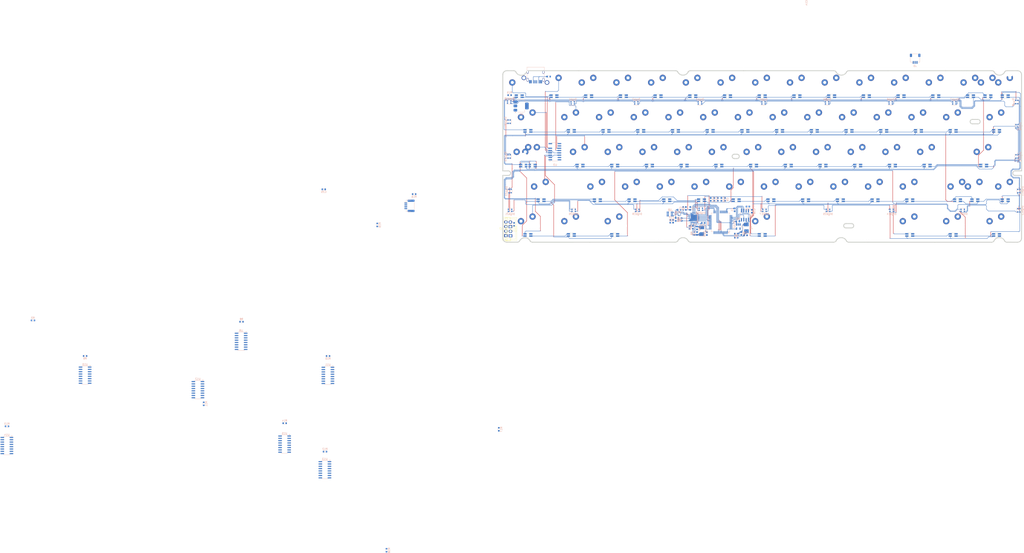
<source format=kicad_pcb>
(kicad_pcb (version 20240706) (generator "pcbnew") (generator_version "8.99")
  (layers (0 "F.Cu" signal) (31 "B.Cu" signal) (34 "B.Paste" user) (35 "F.Paste" user) (36 "B.SilkS" user "B.Silkscreen") (37 "F.SilkS" user "F.Silkscreen") (38 "B.Mask" user) (39 "F.Mask" user) (44 "Edge.Cuts" user) (50 "User.1" signal) (51 "User.2" signal) (52 "User.3" signal) (53 "User.4" signal) (54 "User.5" signal) (55 "User.6" signal) (56 "User.7" signal) (57 "User.8" signal) (58 "User.9" signal))
  (net 0 "")
  (net 1 "+3.3V")
  (net 2 "+5V")
  (net 3 "Net-(U1-VCAP_2)")
  (net 4 "Net-(U1-VCAP_1)")
  (net 5 "GND")
  (net 6 "Net-(U1-PH0)")
  (net 7 "Net-(U1-PH1)")
  (net 8 "Net-(U7-XO)")
  (net 9 "Net-(U7-XI)")
  (net 10 "Net-(C22-Pad1)")
  (net 11 "Net-(U7-VDDA1.8)")
  (net 12 "SWD")
  (net 13 "D-_FS")
  (net 14 "D+_FS")
  (net 15 "Net-(U1-BOOT0)")
  (net 16 "165_CS")
  (net 17 "USB_MUX")
  (net 18 "Net-(U7-VBUS)")
  (net 19 "Net-(U7-RBIAS)")
  (net 20 "CLK")
  (net 21 "RST")
  (net 22 "Net-(J1-Pin_2)")
  (net 23 "Net-(J1-Pin_3)")
  (net 26 "Data0")
  (net 27 "LATCH")
  (net 28 "Data4")
  (net 30 "Data6")
  (net 32 "DIR")
  (net 34 "Data3")
  (net 35 "Data2")
  (net 37 "SCK")
  (net 39 "NXT")
  (net 42 "MISO")
  (net 44 "SWC")
  (net 45 "MOSI")
  (net 46 "Data7")
  (net 47 "EEPROM")
  (net 50 "Data1")
  (net 53 "STP")
  (net 57 "Data5")
  (net 62 "SR_DOUT")
  (net 63 "Net-(U3-DS)")
  (net 64 "Net-(U5-D-)")
  (net 65 "Net-(U5-1D-)")
  (net 66 "Net-(U5-1D+)")
  (net 67 "Net-(U5-D+)")
  (net 72 "Net-(U10-Q7)")
  (net 73 "Net-(U10-DS)")
  (net 75 "Net-(U11-DS)")
  (net 77 "Net-(U12-DS)")
  (net 80 "Net-(U13-Q7)")
  (net 83 "Net-(U14-DS)")
  (net 86 "RGB")
  (net 87 "Net-(U1-PC15)")
  (net 89 "GND1")
  (net 90 "Net-(J4-CC1)")
  (net 91 "Net-(Drgb1-DIN)")
  (net 92 "Net-(Drgb1-DOUT)")
  (net 93 "Net-(Drgb2-DOUT)")
  (net 94 "Net-(Drgb3-DOUT)")
  (net 95 "Net-(Drgb4-DOUT)")
  (net 96 "Net-(Drgb5-DOUT)")
  (net 97 "Net-(Drgb6-DOUT)")
  (net 98 "Net-(Drgb7-DOUT)")
  (net 99 "Net-(Drgb8-DOUT)")
  (net 100 "Net-(Drgb10-DIN)")
  (net 101 "Net-(Drgb10-DOUT)")
  (net 102 "Net-(Drgb11-DOUT)")
  (net 103 "Net-(Drgb12-DOUT)")
  (net 104 "Net-(Drgb13-DOUT)")
  (net 105 "Net-(Drgb14-DOUT)")
  (net 106 "Net-(Drgb15-DOUT)")
  (net 107 "Net-(Drgb17-DOUT)")
  (net 108 "Net-(Drgb18-DOUT)")
  (net 116 "Net-(SW1-DOUT)")
  (net 117 "Net-(SW2-DOUT)")
  (net 118 "esc")
  (net 119 "1")
  (net 120 "Net-(SW3-DOUT)")
  (net 122 "Net-(SW4-DOUT)")
  (net 124 "Net-(SW5-DOUT)")
  (net 126 "Net-(SW6-DOUT)")
  (net 127 "Net-(SW7-DOUT)")
  (net 130 "Net-(SW8-DOUT)")
  (net 132 "Net-(SW10-DIN)")
  (net 133 "Net-(SW10-DOUT)")
  (net 136 "Net-(SW11-DOUT)")
  (net 138 "Net-(SW12-DOUT)")
  (net 140 "Net-(SW13-DOUT)")
  (net 141 "Net-(SW14-Pad2)")
  (net 142 "Net-(SW14-DOUT)")
  (net 143 "Net-(SW15-DOUT)")
  (net 144 "Net-(SW16-DOUT)")
  (net 146 "Net-(SW17-DOUT)")
  (net 148 "Net-(SW18-DOUT)")
  (net 149 "Net-(SW19-DOUT)")
  (net 152 "Net-(SW20-DOUT)")
  (net 153 "Net-(SW21-DOUT)")
  (net 156 "Net-(SW22-DOUT)")
  (net 157 "Net-(SW23-DOUT)")
  (net 159 "Net-(SW24-DOUT)")
  (net 161 "Net-(SW25-DOUT)")
  (net 164 "Net-(SW26-DOUT)")
  (net 166 "Net-(SW27-DOUT)")
  (net 167 "Net-(SW2002-DOUT)")
  (net 169 "Net-(SW2001-DIN)")
  (net 170 "Net-(SW30-DOUT)")
  (net 172 "Net-(SW31-DOUT)")
  (net 174 "Net-(SW32-DOUT)")
  (net 176 "Net-(SW33-DOUT)")
  (net 177 "Net-(SW34-DOUT)")
  (net 180 "Net-(SW35-DOUT)")
  (net 182 "Net-(SW36-DOUT)")
  (net 184 "Net-(SW37-DOUT)")
  (net 186 "Net-(SW38-DOUT)")
  (net 188 "Net-(SW39-DOUT)")
  (net 190 "Net-(SW40-DOUT)")
  (net 192 "Net-(SW41-DOUT)")
  (net 193 "Net-(SW42-DOUT)")
  (net 195 "Net-(SW43-DOUT)")
  (net 196 "Net-(SW44-DOUT)")
  (net 198 "Net-(SW45-DOUT)")
  (net 200 "Net-(SW46-DOUT)")
  (net 202 "Net-(SW47-DOUT)")
  (net 205 "Net-(SW48-DOUT)")
  (net 206 "Net-(SW49-DOUT)")
  (net 209 "Net-(SW50-DOUT)")
  (net 210 "Net-(SW51-DOUT)")
  (net 212 "Net-(SW52-DOUT)")
  (net 215 "Net-(SW2001-Pad2)")
  (net 216 "Net-(SW2001-DOUT)")
  (net 219 "Net-(SW55-DOUT)")
  (net 220 "Net-(SW56-DOUT)")
  (net 222 "Net-(SW57-DOUT)")
  (net 224 "Net-(SW58-DOUT)")
  (net 225 "Net-(SW59-DOUT)")
  (net 227 "Net-(SW60-DOUT)")
  (net 230 "Net-(SW61-DOUT)")
  (net 234 "2")
  (net 235 "tab")
  (net 236 "cap")
  (net 291 "lshift")
  (net 292 "Net-(Drgb19-DOUT)")
  (net 293 "Net-(Drgb20-DOUT)")
  (net 294 "Net-(Drgb21-DOUT)")
  (net 295 "Net-(Drgb22-DOUT)")
  (net 296 "Net-(Drgb23-DOUT)")
  (net 299 "Net-(SW2002-DIN)")
  (net 300 "lctrl")
  (net 301 "q")
  (net 302 "w")
  (footprint "MX_cherry:MXOnly-1U_RGBs" (layer "F.Cu") (at 461.9325 333.8)
    (property "Reference" "SW13" (hide yes))
    (property "Value" "CherryMX_LTST-A683CEGBW" (hide yes))
    (fp_line (start -0.701007 5.872884) (end -0.701007 4.229129) (stroke (width 0.1)) (layer "Edge.Cuts"))
    (fp_line (start -0.371878 3.9) (end 0.371877 3.9) (stroke (width 0.1)) (layer "Edge.Cuts"))
    (fp_line (start 0.371877 6.202013) (end -0.371878 6.202013) (stroke (width 0.1)) (layer "Edge.Cuts"))
    (fp_line (start 0.701006 4.229129) (end 0.701006 5.872884) (stroke (width 0.1)) (layer "Edge.Cuts"))
    (fp_arc (start -0.701007 4.229129) (mid -0.777791 3.823216) (end -0.371878 3.9) (stroke (width 0.1)) (layer "Edge.Cuts"))
    (fp_arc (start -0.371878 6.202013) (mid -0.777748 6.278754) (end -0.701007 5.872884) (stroke (width 0.1)) (layer "Edge.Cuts"))
    (fp_arc (start 0.371877 3.9) (mid 0.777804 3.823208) (end 0.701006 4.229129) (stroke (width 0.1)) (layer "Edge.Cuts"))
    (fp_arc (start 0.701006 5.872884) (mid 0.777758 6.278765) (end 0.371877 6.202013) (stroke (width 0.1)) (layer "Edge.Cuts"))
  )
  (footprint "MX_cherry:MXOnly-1U_RGBs" (layer "F.Cu") (at 309.5325 333.8)
    (property "Reference" "SW5" (hide yes))
    (property "Value" "CherryMX_LTST-A683CEGBW" (hide yes))
    (fp_line (start -0.701007 5.872884) (end -0.701007 4.229129) (stroke (width 0.1)) (layer "Edge.Cuts"))
    (fp_line (start -0.371878 3.9) (end 0.371877 3.9) (stroke (width 0.1)) (layer "Edge.Cuts"))
    (fp_line (start 0.371877 6.202013) (end -0.371878 6.202013) (stroke (width 0.1)) (layer "Edge.Cuts"))
    (fp_line (start 0.701006 4.229129) (end 0.701006 5.872884) (stroke (width 0.1)) (layer "Edge.Cuts"))
    (fp_arc (start -0.701007 4.229129) (mid -0.777791 3.823216) (end -0.371878 3.9) (stroke (width 0.1)) (layer "Edge.Cuts"))
    (fp_arc (start -0.371878 6.202013) (mid -0.777748 6.278754) (end -0.701007 5.872884) (stroke (width 0.1)) (layer "Edge.Cuts"))
    (fp_arc (start 0.371877 3.9) (mid 0.777804 3.823208) (end 0.701006 4.229129) (stroke (width 0.1)) (layer "Edge.Cuts"))
    (fp_arc (start 0.701006 5.872884) (mid 0.777758 6.278765) (end 0.371877 6.202013) (stroke (width 0.1)) (layer "Edge.Cuts"))
  )
  (footprint "MX_cherry:MXOnly-1U_RGBs" (layer "F.Cu") (at 304.77 371.9)
    (property "Reference" "SW32" (hide yes))
    (property "Value" "CherryMX_LTST-A683CEGBW" (hide yes))
    (fp_line (start -0.701007 5.872884) (end -0.701007 4.229129) (stroke (width 0.1)) (layer "Edge.Cuts"))
    (fp_line (start -0.371878 3.9) (end 0.371877 3.9) (stroke (width 0.1)) (layer "Edge.Cuts"))
    (fp_line (start 0.371877 6.202013) (end -0.371878 6.202013) (stroke (width 0.1)) (layer "Edge.Cuts"))
    (fp_line (start 0.701006 4.229129) (end 0.701006 5.872884) (stroke (width 0.1)) (layer "Edge.Cuts"))
    (fp_arc (start -0.701007 4.229129) (mid -0.777791 3.823216) (end -0.371878 3.9) (stroke (width 0.1)) (layer "Edge.Cuts"))
    (fp_arc (start -0.371878 6.202013) (mid -0.777748 6.278754) (end -0.701007 5.872884) (stroke (width 0.1)) (layer "Edge.Cuts"))
    (fp_arc (start 0.371877 3.9) (mid 0.777804 3.823208) (end 0.701006 4.229129) (stroke (width 0.1)) (layer "Edge.Cuts"))
    (fp_arc (start 0.701006 5.872884) (mid 0.777758 6.278765) (end 0.371877 6.202013) (stroke (width 0.1)) (layer "Edge.Cuts"))
  )
  (footprint "MX_cherry:MXOnly-1U_RGBs" (layer "F.Cu") (at 261.9075 352.85)
    (property "Reference" "SW16" (hide yes))
    (property "Value" "CherryMX_LTST-A683CEGBW" (hide yes))
    (fp_line (start -0.701007 5.872884) (end -0.701007 4.229129) (stroke (width 0.1)) (layer "Edge.Cuts"))
    (fp_line (start -0.371878 3.9) (end 0.371877 3.9) (stroke (width 0.1)) (layer "Edge.Cuts"))
    (fp_line (start 0.371877 6.202013) (end -0.371878 6.202013) (stroke (width 0.1)) (layer "Edge.Cuts"))
    (fp_line (start 0.701006 4.229129) (end 0.701006 5.872884) (stroke (width 0.1)) (layer "Edge.Cuts"))
    (fp_arc (start -0.701007 4.229129) (mid -0.777791 3.823216) (end -0.371878 3.9) (stroke (width 0.1)) (layer "Edge.Cuts"))
    (fp_arc (start -0.371878 6.202013) (mid -0.777748 6.278754) (end -0.701007 5.872884) (stroke (width 0.1)) (layer "Edge.Cuts"))
    (fp_arc (start 0.371877 3.9) (mid 0.777804 3.823208) (end 0.701006 4.229129) (stroke (width 0.1)) (layer "Edge.Cuts"))
    (fp_arc (start 0.701006 5.872884) (mid 0.777758 6.278765) (end 0.371877 6.202013) (stroke (width 0.1)) (layer "Edge.Cuts"))
  )
  (footprint "MX_cherry:MXOnly-1U_RGBs" (layer "F.Cu") (at 400.02 371.9)
    (property "Reference" "SW37" (hide yes))
    (property "Value" "CherryMX_LTST-A683CEGBW" (hide yes))
    (fp_line (start -0.701007 5.872884) (end -0.701007 4.229129) (stroke (width 0.1)) (layer "Edge.Cuts"))
    (fp_line (start -0.371878 3.9) (end 0.371877 3.9) (stroke (width 0.1)) (layer "Edge.Cuts"))
    (fp_line (start 0.371877 6.202013) (end -0.371878 6.202013) (stroke (width 0.1)) (layer "Edge.Cuts"))
    (fp_line (start 0.701006 4.229129) (end 0.701006 5.872884) (stroke (width 0.1)) (layer "Edge.Cuts"))
    (fp_arc (start -0.701007 4.229129) (mid -0.777791 3.823216) (end -0.371878 3.9) (stroke (width 0.1)) (layer "Edge.Cuts"))
    (fp_arc (start -0.371878 6.202013) (mid -0.777748 6.278754) (end -0.701007 5.872884) (stroke (width 0.1)) (layer "Edge.Cuts"))
    (fp_arc (start 0.371877 3.9) (mid 0.777804 3.823208) (end 0.701006 4.229129) (stroke (width 0.1)) (layer "Edge.Cuts"))
    (fp_arc (start 0.701006 5.872884) (mid 0.777758 6.278765) (end 0.371877 6.202013) (stroke (width 0.1)) (layer "Edge.Cuts"))
  )
  (footprint "MX_cherry:MXOnly-1U_RGBs" (layer "F.Cu") (at 371.445 390.95)
    (property "Reference" "SW49" (hide yes))
    (property "Value" "CherryMX_LTST-A683CEGBW" (hide yes))
    (fp_line (start -0.701007 5.872884) (end -0.701007 4.229129) (stroke (width 0.1)) (layer "Edge.Cuts"))
    (fp_line (start -0.371878 3.9) (end 0.371877 3.9) (stroke (width 0.1)) (layer "Edge.Cuts"))
    (fp_line (start 0.371877 6.202013) (end -0.371878 6.202013) (stroke (width 0.1)) (layer "Edge.Cuts"))
    (fp_line (start 0.701006 4.229129) (end 0.701006 5.872884) (stroke (width 0.1)) (layer "Edge.Cuts"))
    (fp_arc (start -0.701007 4.229129) (mid -0.777791 3.823216) (end -0.371878 3.9) (stroke (width 0.1)) (layer "Edge.Cuts"))
    (fp_arc (start -0.371878 6.202013) (mid -0.777748 6.278754) (end -0.701007 5.872884) (stroke (width 0.1)) (layer "Edge.Cuts"))
    (fp_arc (start 0.371877 3.9) (mid 0.777804 3.823208) (end 0.701006 4.229129) (stroke (width 0.1)) (layer "Edge.Cuts"))
    (fp_arc (start 0.701006 5.872884) (mid 0.777758 6.278765) (end 0.371877 6.202013) (stroke (width 0.1)) (layer "Edge.Cuts"))
  )
  (footprint "MX_cherry:MXOnly-1.5U_RGBs" (layer "F.Cu") (at 495.2705 410)
    (property "Reference" "SW62" (hide yes))
    (property "Value" "CherryMX_LTST-A683CEGBW" (hide yes))
    (fp_line (start -0.701007 5.872884) (end -0.701007 4.229129) (stroke (width 0.1)) (layer "Edge.Cuts"))
    (fp_line (start -0.371878 3.9) (end 0.371877 3.9) (stroke (width 0.1)) (layer "Edge.Cuts"))
    (fp_line (start 0.371877 6.202013) (end -0.371878 6.202013) (stroke (width 0.1)) (layer "Edge.Cuts"))
    (fp_line (start 0.701006 4.229129) (end 0.701006 5.872884) (stroke (width 0.1)) (layer "Edge.Cuts"))
    (fp_arc (start -0.701007 4.229129) (mid -0.777791 3.823216) (end -0.371878 3.9) (stroke (width 0.1)) (layer "Edge.Cuts"))
    (fp_arc (start -0.371878 6.202013) (mid -0.777748 6.278754) (end -0.701007 5.872884) (stroke (width 0.1)) (layer "Edge.Cuts"))
    (fp_arc (start 0.371877 3.9) (mid 0.777804 3.823208) (end 0.701006 4.229129) (stroke (width 0.1)) (layer "Edge.Cuts"))
    (fp_arc (start 0.701006 5.872884) (mid 0.777758 6.278765) (end 0.371877 6.202013) (stroke (width 0.1)) (layer "Edge.Cuts"))
  )
  (footprint "MX_cherry:MXOnly-1U_RGBs" (layer "F.Cu") (at 419.07 371.9)
    (property "Reference" "SW38" (hide yes))
    (property "Value" "CherryMX_LTST-A683CEGBW" (hide yes))
    (fp_line (start -0.701007 5.872884) (end -0.701007 4.229129) (stroke (width 0.1)) (layer "Edge.Cuts"))
    (fp_line (start -0.371878 3.9) (end 0.371877 3.9) (stroke (width 0.1)) (layer "Edge.Cuts"))
    (fp_line (start 0.371877 6.202013) (end -0.371878 6.202013) (stroke (width 0.1)) (layer "Edge.Cuts"))
    (fp_line (start 0.701006 4.229129) (end 0.701006 5.872884) (stroke (width 0.1)) (layer "Edge.Cuts"))
    (fp_arc (start -0.701007 4.229129) (mid -0.777791 3.823216) (end -0.371878 3.9) (stroke (width 0.1)) (layer "Edge.Cuts"))
    (fp_arc (start -0.371878 6.202013) (mid -0.777748 6.278754) (end -0.701007 5.872884) (stroke (width 0.1)) (layer "Edge.Cuts"))
    (fp_arc (start 0.371877 3.9) (mid 0.777804 3.823208) (end 0.701006 4.229129) (stroke (width 0.1)) (layer "Edge.Cuts"))
    (fp_arc (start 0.701006 5.872884) (mid 0.777758 6.278765) (end 0.371877 6.202013) (stroke (width 0.1)) (layer "Edge.Cuts"))
  )
  (footprint "MX_cherry:MXOnly-1.5U_RGBs" (layer "F.Cu") (at 238.0955 352.85)
    (property "Reference" "SW15" (hide yes))
    (property "Value" "CherryMX_LTST-A683CEGBW" (hide yes))
    (fp_line (start -0.701007 5.872884) (end -0.701007 4.229129) (stroke (width 0.1)) (layer "Edge.Cuts"))
    (fp_line (start -0.371878 3.9) (end 0.371877 3.9) (stroke (width 0.1)) (layer "Edge.Cuts"))
    (fp_line (start 0.371877 6.202013) (end -0.371878 6.202013) (stroke (width 0.1)) (layer "Edge.Cuts"))
    (fp_line (start 0.701006 4.229129) (end 0.701006 5.872884) (stroke (width 0.1)) (layer "Edge.Cuts"))
    (fp_arc (start -0.701007 4.229129) (mid -0.777791 3.823216) (end -0.371878 3.9) (stroke (width 0.1)) (layer "Edge.Cuts"))
    (fp_arc (start -0.371878 6.202013) (mid -0.777748 6.278754) (end -0.701007 5.872884) (stroke (width 0.1)) (layer "Edge.Cuts"))
    (fp_arc (start 0.371877 3.9) (mid 0.777804 3.823208) (end 0.701006 4.229129) (stroke (width 0.1)) (layer "Edge.Cuts"))
    (fp_arc (start 0.701006 5.872884) (mid 0.777758 6.278765) (end 0.371877 6.202013) (stroke (width 0.1)) (layer "Edge.Cuts"))
  )
  (footprint "Connector_JST:JST_XH_B2B-XH-A_1x02_P2.50mm_Vertical" (layer "F.Cu") (at 228.475 410.45 90)
    (property "Reference" "SWboot2" (hide yes))
    (property "Value" "SW_Push")
  )
  (footprint "MX_cherry:MXOnly-1.5U_RGBs" (layer "F.Cu") (at 447.6455 410)
    (property "Reference" "SW60" (hide yes))
    (property "Value" "CherryMX_LTST-A683CEGBW" (hide yes))
    (fp_line (start -0.701007 5.872884) (end -0.701007 4.229129) (stroke (width 0.1)) (layer "Edge.Cuts"))
    (fp_line (start -0.371878 3.9) (end 0.371877 3.9) (stroke (width 0.1)) (layer "Edge.Cuts"))
    (fp_line (start 0.371877 6.202013) (end -0.371878 6.202013) (stroke (width 0.1)) (layer "Edge.Cuts"))
    (fp_line (start 0.701006 4.229129) (end 0.701006 5.872884) (stroke (width 0.1)) (layer "Edge.Cuts"))
    (fp_arc (start -0.701007 4.229129) (mid -0.777791 3.823216) (end -0.371878 3.9) (stroke (width 0.1)) (layer "Edge.Cuts"))
    (fp_arc (start -0.371878 6.202013) (mid -0.777748 6.278754) (end -0.701007 5.872884) (stroke (width 0.1)) (layer "Edge.Cuts"))
    (fp_arc (start 0.371877 3.9) (mid 0.777804 3.823208) (end 0.701006 4.229129) (stroke (width 0.1)) (layer "Edge.Cuts"))
    (fp_arc (start 0.701006 5.872884) (mid 0.777758 6.278765) (end 0.371877 6.202013) (stroke (width 0.1)) (layer "Edge.Cuts"))
  )
  (footprint "MX_cherry:MXOnly-1U_RGBs" (layer "F.Cu") (at 333.345 390.95)
    (property "Reference" "SW47" (hide yes))
    (property "Value" "CherryMX_LTST-A683CEGBW" (hide yes))
    (fp_line (start -0.701007 5.872884) (end -0.701007 4.229129) (stroke (width 0.1)) (layer "Edge.Cuts"))
    (fp_line (start -0.371878 3.9) (end 0.371877 3.9) (stroke (width 0.1)) (layer "Edge.Cuts"))
    (fp_line (start 0.371877 6.202013) (end -0.371878 6.202013) (stroke (width 0.1)) (layer "Edge.Cuts"))
    (fp_line (start 0.701006 4.229129) (end 0.701006 5.872884) (stroke (width 0.1)) (layer "Edge.Cuts"))
    (fp_arc (start -0.701007 4.229129) (mid -0.777791 3.823216) (end -0.371878 3.9) (stroke (width 0.1)) (layer "Edge.Cuts"))
    (fp_arc (start -0.371878 6.202013) (mid -0.777748 6.278754) (end -0.701007 5.872884) (stroke (width 0.1)) (layer "Edge.Cuts"))
    (fp_arc (start 0.371877 3.9) (mid 0.777804 3.823208) (end 0.701006 4.229129) (stroke (width 0.1)) (layer "Edge.Cuts"))
    (fp_arc (start 0.701006 5.872884) (mid 0.777758 6.278765) (end 0.371877 6.202013) (stroke (width 0.1)) (layer "Edge.Cuts"))
  )
  (footprint "MX_cherry:MXOnly-1.75U_RGBs" (layer "F.Cu") (at 473.839 390.95)
    (property "Reference" "SW54" (hide yes))
    (property "Value" "CherryMX_LTST-A683CEGBW" (hide yes))
    (fp_line (start -0.701007 5.872884) (end -0.701007 4.229129) (stroke (width 0.1)) (layer "Edge.Cuts"))
    (fp_line (start -0.371878 3.9) (end 0.371877 3.9) (stroke (width 0.1)) (layer "Edge.Cuts"))
    (fp_line (start 0.371877 6.202013) (end -0.371878 6.202013) (stroke (width 0.1)) (layer "Edge.Cuts"))
    (fp_line (start 0.701006 4.229129) (end 0.701006 5.872884) (stroke (width 0.1)) (layer "Edge.Cuts"))
    (fp_arc (start -0.701007 4.229129) (mid -0.777791 3.823216) (end -0.371878 3.9) (stroke (width 0.1)) (layer "Edge.Cuts"))
    (fp_arc (start -0.371878 6.202013) (mid -0.777748 6.278754) (end -0.701007 5.872884) (stroke (width 0.1)) (layer "Edge.Cuts"))
    (fp_arc (start 0.371877 3.9) (mid 0.777804 3.823208) (end 0.701006 4.229129) (stroke (width 0.1)) (layer "Edge.Cuts"))
    (fp_arc (start 0.701006 5.872884) (mid 0.777758 6.278765) (end 0.371877 6.202013) (stroke (width 0.1)) (layer "Edge.Cuts"))
  )
  (footprint "MX_cherry:MXOnly-1.75U_RGBs" (layer "F.Cu") (at 240.4765 371.9)
    (property "Reference" "SW29" (hide yes))
    (property "Value" "CherryMX_LTST-A683CEGBW" (hide yes))
    (fp_line (start -0.701007 5.872884) (end -0.701007 4.229129) (stroke (width 0.1)) (layer "Edge.Cuts"))
    (fp_line (start -0.371878 3.9) (end 0.371877 3.9) (stroke (width 0.1)) (layer "Edge.Cuts"))
    (fp_line (start 0.371877 6.202013) (end -0.371878 6.202013) (stroke (width 0.1)) (layer "Edge.Cuts"))
    (fp_line (start 0.701006 4.229129) (end 0.701006 5.872884) (stroke (width 0.1)) (layer "Edge.Cuts"))
    (fp_arc (start -0.701007 4.229129) (mid -0.777791 3.823216) (end -0.371878 3.9) (stroke (width 0.1)) (layer "Edge.Cuts"))
    (fp_arc (start -0.371878 6.202013) (mid -0.777748 6.278754) (end -0.701007 5.872884) (stroke (width 0.1)) (layer "Edge.Cuts"))
    (fp_arc (start 0.371877 3.9) (mid 0.777804 3.823208) (end 0.701006 4.229129) (stroke (width 0.1)) (layer "Edge.Cuts"))
    (fp_arc (start 0.701006 5.872884) (mid 0.777758 6.278765) (end 0.371877 6.202013) (stroke (width 0.1)) (layer "Edge.Cuts"))
  )
  (footprint "MX_cherry:MXOnly-1U_RGBs" (layer "F.Cu") (at 457.17 371.9)
    (property "Reference" "SW40" (hide yes))
    (property "Value" "CherryMX_LTST-A683CEGBW" (hide yes))
    (fp_line (start -0.701007 5.872884) (end -0.701007 4.229129) (stroke (width 0.1)) (layer "Edge.Cuts"))
    (fp_line (start -0.371878 3.9) (end 0.371877 3.9) (stroke (width 0.1)) (layer "Edge.Cuts"))
    (fp_line (start 0.371877 6.202013) (end -0.371878 6.202013) (stroke (width 0.1)) (layer "Edge.Cuts"))
    (fp_line (start 0.701006 4.229129) (end 0.701006 5.872884) (stroke (width 0.1)) (layer "Edge.Cuts"))
    (fp_arc (start -0.701007 4.229129) (mid -0.777791 3.823216) (end -0.371878 3.9) (stroke (width 0.1)) (layer "Edge.Cuts"))
    (fp_arc (start -0.371878 6.202013) (mid -0.777748 6.278754) (end -0.701007 5.872884) (stroke (width 0.1)) (layer "Edge.Cuts"))
    (fp_arc (start 0.371877 3.9) (mid 0.777804 3.823208) (end 0.701006 4.229129) (stroke (width 0.1)) (layer "Edge.Cuts"))
    (fp_arc (start 0.701006 5.872884) (mid 0.777758 6.278765) (end 0.371877 6.202013) (stroke (width 0.1)) (layer "Edge.Cuts"))
  )
  (footprint "MX_cherry:MXOnly-1U_RGBs" (layer "F.Cu") (at 433.3575 352.85)
    (property "Reference" "SW25" (hide yes))
    (property "Value" "CherryMX_LTST-A683CEGBW" (hide yes))
    (fp_line (start -0.701007 5.872884) (end -0.701007 4.229129) (stroke (width 0.1)) (layer "Edge.Cuts"))
    (fp_line (start -0.371878 3.9) (end 0.371877 3.9) (stroke (width 0.1)) (layer "Edge.Cuts"))
    (fp_line (start 0.371877 6.202013) (end -0.371878 6.202013) (stroke (width 0.1)) (layer "Edge.Cuts"))
    (fp_line (start 0.701006 4.229129) (end 0.701006 5.872884) (stroke (width 0.1)) (layer "Edge.Cuts"))
    (fp_arc (start -0.701007 4.229129) (mid -0.777791 3.823216) (end -0.371878 3.9) (stroke (width 0.1)) (layer "Edge.Cuts"))
    (fp_arc (start -0.371878 6.202013) (mid -0.777748 6.278754) (end -0.701007 5.872884) (stroke (width 0.1)) (layer "Edge.Cuts"))
    (fp_arc (start 0.371877 3.9) (mid 0.777804 3.823208) (end 0.701006 4.229129) (stroke (width 0.1)) (layer "Edge.Cuts"))
    (fp_arc (start 0.701006 5.872884) (mid 0.777758 6.278765) (end 0.371877 6.202013) (stroke (width 0.1)) (layer "Edge.Cuts"))
  )
  (footprint "MX_cherry:MXOnly-1U_RGBs" (layer "F.Cu") (at 338.1075 352.85)
    (property "Reference" "SW20" (hide yes))
    (property "Value" "CherryMX_LTST-A683CEGBW" (hide yes))
    (fp_line (start -0.701007 5.872884) (end -0.701007 4.229129) (stroke (width 0.1)) (layer "Edge.Cuts"))
    (fp_line (start -0.371878 3.9) (end 0.371877 3.9) (stroke (width 0.1)) (layer "Edge.Cuts"))
    (fp_line (start 0.371877 6.202013) (end -0.371878 6.202013) (stroke (width 0.1)) (layer "Edge.Cuts"))
    (fp_line (start 0.701006 4.229129) (end 0.701006 5.872884) (stroke (width 0.1)) (layer "Edge.Cuts"))
    (fp_arc (start -0.701007 4.229129) (mid -0.777791 3.823216) (end -0.371878 3.9) (stroke (width 0.1)) (layer "Edge.Cuts"))
    (fp_arc (start -0.371878 6.202013) (mid -0.777748 6.278754) (end -0.701007 5.872884) (stroke (width 0.1)) (layer "Edge.Cuts"))
    (fp_arc (start 0.371877 3.9) (mid 0.777804 3.823208) (end 0.701006 4.229129) (stroke (width 0.1)) (layer "Edge.Cuts"))
    (fp_arc (start 0.701006 5.872884) (mid 0.777758 6.278765) (end 0.371877 6.202013) (stroke (width 0.1)) (layer "Edge.Cuts"))
  )
  (footprint "MX_cherry:MXOnly-1U_RGBs" (layer "F.Cu") (at 447.645 390.95)
    (property "Reference" "SW53" (hide yes))
    (property "Value" "CherryMX_LTST-A683CEGBW" (hide yes))
    (fp_line (start -0.701007 5.872884) (end -0.701007 4.229129) (stroke (width 0.1)) (layer "Edge.Cuts"))
    (fp_line (start -0.371878 3.9) (end 0.371877 3.9) (stroke (width 0.1)) (layer "Edge.Cuts"))
    (fp_line (start 0.371877 6.202013) (end -0.371878 6.202013) (stroke (width 0.1)) (layer "Edge.Cuts"))
    (fp_line (start 0.701006 4.229129) (end 0.701006 5.872884) (stroke (width 0.1)) (layer "Edge.Cuts"))
    (fp_arc (start -0.701007 4.229129) (mid -0.777791 3.823216) (end -0.371878 3.9) (stroke (width 0.1)) (layer "Edge.Cuts"))
    (fp_arc (start -0.371878 6.202013) (mid -0.777748 6.278754) (end -0.701007 5.872884) (stroke (width 0.1)) (layer "Edge.Cuts"))
    (fp_arc (start 0.371877 3.9) (mid 0.777804 3.823208) (end 0.701006 4.229129) (stroke (width 0.1)) (layer "Edge.Cuts"))
    (fp_arc (start 0.701006 5.872884) (mid 0.777758 6.278765) (end 0.371877 6.202013) (stroke (width 0.1)) (layer "Edge.Cuts"))
  )
  (footprint "MX_cherry:MXOnly-1U_RGBs" (layer "F.Cu") (at 252.3825 333.8)
    (property "Reference" "SW2" (hide yes))
    (property "Value" "CherryMX_LTST-A683CEGBW" (hide yes))
    (fp_line (start -0.701007 5.872884) (end -0.701007 4.229129) (stroke (width 0.1)) (layer "Edge.Cuts"))
    (fp_line (start -0.371878 3.9) (end 0.371877 3.9) (stroke (width 0.1)) (layer "Edge.Cuts"))
    (fp_line (start 0.371877 6.202013) (end -0.371878 6.202013) (stroke (width 0.1)) (layer "Edge.Cuts"))
    (fp_line (start 0.701006 4.229129) (end 0.701006 5.872884) (stroke (width 0.1)) (layer "Edge.Cuts"))
    (fp_arc (start -0.701007 4.229129) (mid -0.777791 3.823216) (end -0.371878 3.9) (stroke (width 0.1)) (layer "Edge.Cuts"))
    (fp_arc (start -0.371878 6.202013) (mid -0.777748 6.278754) (end -0.701007 5.872884) (stroke (width 0.1)) (layer "Edge.Cuts"))
    (fp_arc (start 0.371877 3.9) (mid 0.777804 3.823208) (end 0.701006 4.229129) (stroke (width 0.1)) (layer "Edge.Cuts"))
    (fp_arc (start 0.701006 5.872884) (mid 0.777758 6.278765) (end 0.371877 6.202013) (stroke (width 0.1)) (layer "Edge.Cuts"))
  )
  (footprint "MX_cherry:MXOnly-1U_RGBs" (layer "F.Cu") (at 380.97 371.9)
    (property "Reference" "SW36" (hide yes))
    (property "Value" "CherryMX_LTST-A683CEGBW" (hide yes))
    (fp_line (start -0.701007 5.872884) (end -0.701007 4.229129) (stroke (width 0.1)) (layer "Edge.Cuts"))
    (fp_line (start -0.371878 3.9) (end 0.371877 3.9) (stroke (width 0.1)) (layer "Edge.Cuts"))
    (fp_line (start 0.371877 6.202013) (end -0.371878 6.202013) (stroke (width 0.1)) (layer "Edge.Cuts"))
    (fp_line (start 0.701006 4.229129) (end 0.701006 5.872884) (stroke (width 0.1)) (layer "Edge.Cuts"))
    (fp_arc (start -0.701007 4.229129) (mid -0.777791 3.823216) (end -0.371878 3.9) (stroke (width 0.1)) (layer "Edge.Cuts"))
    (fp_arc (start -0.371878 6.202013) (mid -0.777748 6.278754) (end -0.701007 5.872884) (stroke (width 0.1)) (layer "Edge.Cuts"))
    (fp_arc (start 0.371877 3.9) (mid 0.777804 3.823208) (end 0.701006 4.229129) (stroke (width 0.1)) (layer "Edge.Cuts"))
    (fp_arc (start 0.701006 5.872884) (mid 0.777758 6.278765) (end 0.371877 6.202013) (stroke (width 0.1)) (layer "Edge.Cuts"))
  )
  (footprint "MX_cherry:MXOnly-1U_RGBs" (layer "F.Cu") (at 385.7325 333.8)
    (property "Reference" "SW9" (hide yes))
    (property "Value" "CherryMX_LTST-A683CEGBW" (hide yes))
    (fp_line (start -0.701007 5.872884) (end -0.701007 4.229129) (stroke (width 0.1)) (layer "Edge.Cuts"))
    (fp_line (start -0.371878 3.9) (end 0.371877 3.9) (stroke (width 0.1)) (layer "Edge.Cuts"))
    (fp_line (start 0.371877 6.202013) (end -0.371878 6.202013) (stroke (width 0.1)) (layer "Edge.Cuts"))
    (fp_line (start 0.701006 4.229129) (end 0.701006 5.872884) (stroke (width 0.1)) (layer "Edge.Cuts"))
    (fp_arc (start -0.701007 4.229129) (mid -0.777791 3.823216) (end -0.371878 3.9) (stroke (width 0.1)) (layer "Edge.Cuts"))
    (fp_arc (start -0.371878 6.202013) (mid -0.777748 6.278754) (end -0.701007 5.872884) (stroke (width 0.1)) (layer "Edge.Cuts"))
    (fp_arc (start 0.371877 3.9) (mid 0.777804 3.823208) (end 0.701006 4.229129) (stroke (width 0.1)) (layer "Edge.Cuts"))
    (fp_arc (start 0.701006 5.872884) (mid 0.777758 6.278765) (end 0.371877 6.202013) (stroke (width 0.1)) (layer "Edge.Cuts"))
  )
  (footprint "MX_cherry:MXOnly-1U_RGBs" (layer "F.Cu") (at 328.5825 333.8)
    (property "Reference" "SW6" (hide yes))
    (property "Value" "CherryMX_LTST-A683CEGBW" (hide yes))
    (fp_line (start -0.701007 5.872884) (end -0.701007 4.229129) (stroke (width 0.1)) (layer "Edge.Cuts"))
    (fp_line (start -0.371878 3.9) (end 0.371877 3.9) (stroke (width 0.1)) (layer "Edge.Cuts"))
    (fp_line (start 0.371877 6.202013) (end -0.371878 6.202013) (stroke (width 0.1)) (layer "Edge.Cuts"))
    (fp_line (start 0.701006 4.229129) (end 0.701006 5.872884) (stroke (width 0.1)) (layer "Edge.Cuts"))
    (fp_arc (start -0.701007 4.229129) (mid -0.777791 3.823216) (end -0.371878 3.9) (stroke (width 0.1)) (layer "Edge.Cuts"))
    (fp_arc (start -0.371878 6.202013) (mid -0.777748 6.278754) (end -0.701007 5.872884) (stroke (width 0.1)) (layer "Edge.Cuts"))
    (fp_arc (start 0.371877 3.9) (mid 0.777804 3.823208) (end 0.701006 4.229129) (stroke (width 0.1)) (layer "Edge.Cuts"))
    (fp_arc (start 0.701006 5.872884) (mid 0.777758 6.278765) (end 0.371877 6.202013) (stroke (width 0.1)) (layer "Edge.Cuts"))
  )
  (footprint "MX_cherry:MXOnly-1U_RGBs" (layer "F.Cu") (at 280.9575 352.85)
    (property "Reference" "SW17" (hide yes))
    (property "Value" "CherryMX_LTST-A683CEGBW" (hide yes))
    (fp_line (start -0.701007 5.872884) (end -0.701007 4.229129) (stroke (width 0.1)) (layer "Edge.Cuts"))
    (fp_line (start -0.371878 3.9) (end 0.371877 3.9) (stroke (width 0.1)) (layer "Edge.Cuts"))
    (fp_line (start 0.371877 6.202013) (end -0.371878 6.202013) (stroke (width 0.1)) (layer "Edge.Cuts"))
    (fp_line (start 0.701006 4.229129) (end 0.701006 5.872884) (stroke (width 0.1)) (layer "Edge.Cuts"))
    (fp_arc (start -0.701007 4.229129) (mid -0.777791 3.823216) (end -0.371878 3.9) (stroke (width 0.1)) (layer "Edge.Cuts"))
    (fp_arc (start -0.371878 6.202013) (mid -0.777748 6.278754) (end -0.701007 5.872884) (stroke (width 0.1)) (layer "Edge.Cuts"))
    (fp_arc (start 0.371877 3.9) (mid 0.777804 3.823208) (end 0.701006 4.229129) (stroke (width 0.1)) (layer "Edge.Cuts"))
    (fp_arc (start 0.701006 5.872884) (mid 0.777758 6.278765) (end 0.371877 6.202013) (stroke (width 0.1)) (layer "Edge.Cuts"))
  )
  (footprint "MX_cherry:MXOnly-1.5U_RGBs" (layer "F.Cu") (at 495.2705 352.85)
    (property "Reference" "SW28" (hide yes))
    (property "Value" "CherryMX_LTST-A683CEGBW" (hide yes))
    (fp_line (start -0.701007 5.872884) (end -0.701007 4.229129) (stroke (width 0.1)) (layer "Edge.Cuts"))
    (fp_line (start -0.371878 3.9) (end 0.371877 3.9) (stroke (width 0.1)) (layer "Edge.Cuts"))
    (fp_line (start 0.371877 6.202013) (end -0.371878 6.202013) (stroke (width 0.1)) (layer "Edge.Cuts"))
    (fp_line (start 0.701006 4.229129) (end 0.701006 5.872884) (stroke (width 0.1)) (layer "Edge.Cuts"))
    (fp_arc (start -0.701007 4.229129) (mid -0.777791 3.823216) (end -0.371878 3.9) (stroke (width 0.1)) (layer "Edge.Cuts"))
    (fp_arc (start -0.371878 6.202013) (mid -0.777748 6.278754) (end -0.701007 5.872884) (stroke (width 0.1)) (layer "Edge.Cuts"))
    (fp_arc (start 0.371877 3.9) (mid 0.777804 3.823208) (end 0.701006 4.229129) (stroke (width 0.1)) (layer "Edge.Cuts"))
    (fp_arc (start 0.701006 5.872884) (mid 0.777758 6.278765) (end 0.371877 6.202013) (stroke (width 0.1)) (layer "Edge.Cuts"))
  )
  (footprint "MX_cherry:MXOnly-2.75U_RGBs" (layer "F.Cu") (at 483.364 390.95)
    (property "Reference" "SW2001" (hide yes))
    (property "Value" "CherryMX_LTST-A683CEGBW" (hide yes))
    (fp_line (start -0.701007 5.872884) (end -0.701007 4.229129) (stroke (width 0.1)) (layer "Edge.Cuts"))
    (fp_line (start -0.371878 3.9) (end 0.371877 3.9) (stroke (width 0.1)) (layer "Edge.Cuts"))
    (fp_line (start 0.371877 6.202013) (end -0.371878 6.202013) (stroke (width 0.1)) (layer "Edge.Cuts"))
    (fp_line (start 0.701006 4.229129) (end 0.701006 5.872884) (stroke (width 0.1)) (layer "Edge.Cuts"))
    (fp_arc (start -0.701007 4.229129) (mid -0.777791 3.823216) (end -0.371878 3.9) (stroke (width 0.1)) (layer "Edge.Cuts"))
    (fp_arc (start -0.371878 6.202013) (mid -0.777748 6.278754) (end -0.701007 5.872884) (stroke (width 0.1)) (layer "Edge.Cuts"))
    (fp_arc (start 0.371877 3.9) (mid 0.777804 3.823208) (end 0.701006 4.229129) (stroke (width 0.1)) (layer "Edge.Cuts"))
    (fp_arc (start 0.701006 5.872884) (mid 0.777758 6.278765) (end 0.371877 6.202013) (stroke (width 0.1)) (layer "Edge.Cuts"))
  )
  (footprint "MX_cherry:MXOnly-1U_RGBs" (layer "F.Cu") (at 438.12 371.9)
    (property "Reference" "SW39" (hide yes))
    (property "Value" "CherryMX_LTST-A683CEGBW" (hide yes))
    (fp_line (start -0.701007 5.872884) (end -0.701007 4.229129) (stroke (width 0.1)) (layer "Edge.Cuts"))
    (fp_line (start -0.371878 3.9) (end 0.371877 3.9) (stroke (width 0.1)) (layer "Edge.Cuts"))
    (fp_line (start 0.371877 6.202013) (end -0.371878 6.202013) (stroke (width 0.1)) (layer "Edge.Cuts"))
    (fp_line (start 0.701006 4.229129) (end 0.701006 5.872884) (stroke (width 0.1)) (layer "Edge.Cuts"))
    (fp_arc (start -0.701007 4.229129) (mid -0.777791 3.823216) (end -0.371878 3.9) (stroke (width 0.1)) (layer "Edge.Cuts"))
    (fp_arc (start -0.371878 6.202013) (mid -0.777748 6.278754) (end -0.701007 5.872884) (stroke (width 0.1)) (layer "Edge.Cuts"))
    (fp_arc (start 0.371877 3.9) (mid 0.777804 3.823208) (end 0.701006 4.229129) (stroke (width 0.1)) (layer "Edge.Cuts"))
    (fp_arc (start 0.701006 5.872884) (mid 0.777758 6.278765) (end 0.371877 6.202013) (stroke (width 0.1)) (layer "Edge.Cuts"))
  )
  (footprint "MX_cherry:MXOnly-1U_RGBs" (layer "F.Cu") (at 395.2575 352.85)
    (property "Reference" "SW23" (hide yes))
    (property "Value" "CherryMX_LTST-A683CEGBW" (hide yes))
    (fp_line (start -0.701007 5.872884) (end -0.701007 4.229129) (stroke (width 0.1)) (layer "Edge.Cuts"))
    (fp_line (start -0.371878 3.9) (end 0.371877 3.9) (stroke (width 0.1)) (layer "Edge.Cuts"))
    (fp_line (start 0.371877 6.202013) (end -0.371878 6.202013) (stroke (width 0.1)) (layer "Edge.Cuts"))
    (fp_line (start 0.701006 4.229129) (end 0.701006 5.872884) (stroke (width 0.1)) (layer "Edge.Cuts"))
    (fp_arc (start -0.701007 4.229129) (mid -0.777791 3.823216) (end -0.371878 3.9) (stroke (width 0.1)) (layer "Edge.Cuts"))
    (fp_arc (start -0.371878 6.202013) (mid -0.777748 6.278754) (end -0.701007 5.872884) (stroke (width 0.1)) (layer "Edge.Cuts"))
    (fp_arc (start 0.371877 3.9) (mid 0.777804 3.823208) (end 0.701006 4.229129) (stroke (width 0.1)) (layer "Edge.Cuts"))
    (fp_arc (start 0.701006 5.872884) (mid 0.777758 6.278765) (end 0.371877 6.202013) (stroke (width 0.1)) (layer "Edge.Cuts"))
  )
  (footprint "MX_cherry:MXOnly-7URGBs-ReversedStabilizers_N" (layer "F.Cu") (at 366.6825 409.995)
    (property "Reference" "SW59" (hide yes))
    (property "Value" "CherryMX_LTST-A683CEGBW" (hide yes))
    (fp_line (start -0.701007 5.872884) (end -0.701007 4.229129) (stroke (width 0.1)) (layer "Edge.Cuts"))
    (fp_line (start -0.371878 3.9) (end 0.371877 3.9) (stroke (width 0.1)) (layer "Edge.Cuts"))
    (fp_line (start 0.371877 6.202013) (end -0.371878 6.202013) (stroke (width 0.1)) (layer "Edge.Cuts"))
    (fp_line (start 0.701006 4.229129) (end 0.701006 5.872884) (stroke (width 0.1)) (layer "Edge.Cuts"))
    (fp_arc (start -0.701007 4.229129) (mid -0.777791 3.823216) (end -0.371878 3.9) (stroke (width 0.1)) (layer "Edge.Cuts"))
    (fp_arc (start -0.371878 6.202013) (mid -0.777748 6.278754) (end -0.701007 5.872884) (stroke (width 0.1)) (layer "Edge.Cuts"))
    (fp_arc (start 0.371877 3.9) (mid 0.777804 3.823208) (end 0.701006 4.229129) (stroke (width 0.1)) (layer "Edge.Cuts"))
    (fp_arc (start 0.701006 5.872884) (mid 0.777758 6.278765) (end 0.371877 6.202013) (stroke (width 0.1)) (layer "Edge.Cuts"))
  )
  (footprint "MX_cherry:MXOnly-1.5U_RGBs" (layer "F.Cu") (at 285.7205 410)
    (property "Reference" "SW58" (hide yes))
    (property "Value" "CherryMX_LTST-A683CEGBW" (hide yes))
    (fp_line (start -0.701007 5.872884) (end -0.701007 4.229129) (stroke (width 0.1)) (layer "Edge.Cuts"))
    (fp_line (start -0.371878 3.9) (end 0.371877 3.9) (stroke (width 0.1)) (layer "Edge.Cuts"))
    (fp_line (start 0.371877 6.202013) (end -0.371878 6.202013) (stroke (width 0.1)) (layer "Edge.Cuts"))
    (fp_line (start 0.701006 4.229129) (end 0.701006 5.872884) (stroke (width 0.1)) (layer "Edge.Cuts"))
    (fp_arc (start -0.701007 4.229129) (mid -0.777791 3.823216) (end -0.371878 3.9) (stroke (width 0.1)) (layer "Edge.Cuts"))
    (fp_arc (start -0.371878 6.202013) (mid -0.777748 6.278754) (end -0.701007 5.872884) (stroke (width 0.1)) (layer "Edge.Cuts"))
    (fp_arc (start 0.371877 3.9) (mid 0.777804 3.823208) (end 0.701006 4.229129) (stroke (width 0.1)) (layer "Edge.Cuts"))
    (fp_arc (start 0.701006 5.872884) (mid 0.777758 6.278765) (end 0.371877 6.202013) (stroke (width 0.1)) (layer "Edge.Cuts"))
  )
  (footprint "MX_cherry:MXOnly-1U_RGBs" (layer "F.Cu") (at 471.4575 410)
    (property "Reference" "SW61" (hide yes))
    (property "Value" "CherryMX_LTST-A683CEGBW" (hide yes))
    (fp_line (start -0.701007 5.872884) (end -0.701007 4.229129) (stroke (width 0.1)) (layer "Edge.Cuts"))
    (fp_line (start -0.371878 3.9) (end 0.371877 3.9) (stroke (width 0.1)) (layer "Edge.Cuts"))
    (fp_line (start 0.371877 6.202013) (end -0.371878 6.202013) (stroke (width 0.1)) (layer "Edge.Cuts"))
    (fp_line (start 0.701006 4.229129) (end 0.701006 5.872884) (stroke (width 0.1)) (layer "Edge.Cuts"))
    (fp_arc (start -0.701007 4.229129) (mid -0.777791 3.823216) (end -0.371878 3.9) (stroke (width 0.1)) (layer "Edge.Cuts"))
    (fp_arc (start -0.371878 6.202013) (mid -0.777748 6.278754) (end -0.701007 5.872884) (stroke (width 0.1)) (layer "Edge.Cuts"))
    (fp_arc (start 0.371877 3.9) (mid 0.777804 3.823208) (end 0.701006 4.229129) (stroke (width 0.1)) (layer "Edge.Cuts"))
    (fp_arc (start 0.701006 5.872884) (mid 0.777758 6.278765) (end 0.371877 6.202013) (stroke (width 0.1)) (layer "Edge.Cuts"))
  )
  (footprint "MX_cherry:MXOnly-1U_RGBs" (layer "F.Cu") (at 442.8825 333.8)
    (property "Reference" "SW12" (hide yes))
    (property "Value" "CherryMX_LTST-A683CEGBW" (hide yes))
    (fp_line (start -0.701007 5.872884) (end -0.701007 4.229129) (stroke (width 0.1)) (layer "Edge.Cuts"))
    (fp_line (start -0.371878 3.9) (end 0.371877 3.9) (stroke (width 0.1)) (layer "Edge.Cuts"))
    (fp_line (start 0.371877 6.202013) (end -0.371878 6.202013) (stroke (width 0.1)) (layer "Edge.Cuts"))
    (fp_line (start 0.701006 4.229129) (end 0.701006 5.872884) (stroke (width 0.1)) (layer "Edge.Cuts"))
    (fp_arc (start -0.701007 4.229129) (mid -0.777791 3.823216) (end -0.371878 3.9) (stroke (width 0.1)) (layer "Edge.Cuts"))
    (fp_arc (start -0.371878 6.202013) (mid -0.777748 6.278754) (end -0.701007 5.872884) (stroke (width 0.1)) (layer "Edge.Cuts"))
    (fp_arc (start 0.371877 3.9) (mid 0.777804 3.823208) (end 0.701006 4.229129) (stroke (width 0.1)) (layer "Edge.Cuts"))
    (fp_arc (start 0.701006 5.872884) (mid 0.777758 6.278765) (end 0.371877 6.202013) (stroke (width 0.1)) (layer "Edge.Cuts"))
  )
  (footprint "MX_cherry:MXOnly-1U_RGBs" (layer "F.Cu") (at 342.87 371.9)
    (property "Reference" "SW34" (hide yes))
    (property "Value" "CherryMX_LTST-A683CEGBW" (hide yes))
    (fp_line (start -0.701007 5.872884) (end -0.701007 4.229129) (stroke (width 0.1)) (layer "Edge.Cuts"))
    (fp_line (start -0.371878 3.9) (end 0.371877 3.9) (stroke (width 0.1)) (layer "Edge.Cuts"))
    (fp_line (start 0.371877 6.202013) (end -0.371878 6.202013) (stroke (width 0.1)) (layer "Edge.Cuts"))
    (fp_line (start 0.701006 4.229129) (end 0.701006 5.872884) (stroke (width 0.1)) (layer "Edge.Cuts"))
    (fp_arc (start -0.701007 4.229129) (mid -0.777791 3.823216) (end -0.371878 3.9) (stroke (width 0.1)) (layer "Edge.Cuts"))
    (fp_arc (start -0.371878 6.202013) (mid -0.777748 6.278754) (end -0.701007 5.872884) (stroke (width 0.1)) (layer "Edge.Cuts"))
    (fp_arc (start 0.371877 3.9) (mid 0.777804 3.823208) (end 0.701006 4.229129) (stroke (width 0.1)) (layer "Edge.Cuts"))
    (fp_arc (start 0.701006 5.872884) (mid 0.777758 6.278765) (end 0.371877 6.202013) (stroke (width 0.1)) (layer "Edge.Cuts"))
  )
  (footprint "MX_cherry:MXOnly-1U_RGBs" (layer "F.Cu") (at 357.1575 352.85)
    (property "Reference" "SW21" (hide yes))
    (property "Value" "CherryMX_LTST-A683CEGBW" (hide yes))
    (fp_line (start -0.701007 5.872884) (end -0.701007 4.229129) (stroke (width 0.1)) (layer "Edge.Cuts"))
    (fp_line (start -0.371878 3.9) (end 0.371877 3.9) (stroke (width 0.1)) (layer "Edge.Cuts"))
    (fp_line (start 0.371877 6.202013) (end -0.371878 6.202013) (stroke (width 0.1)) (layer "Edge.Cuts"))
    (fp_line (start 0.701006 4.229129) (end 0.701006 5.872884) (stroke (width 0.1)) (layer "Edge.Cuts"))
    (fp_arc (start -0.701007 4.229129) (mid -0.777791 3.823216) (end -0.371878 3.9) (stroke (width 0.1)) (layer "Edge.Cuts"))
    (fp_arc (start -0.371878 6.202013) (mid -0.777748 6.278754) (end -0.701007 5.872884) (stroke (width 0.1)) (layer "Edge.Cuts"))
    (fp_arc (start 0.371877 3.9) (mid 0.777804 3.823208) (end 0.701006 4.229129) (stroke (width 0.1)) (layer "Edge.Cuts"))
    (fp_arc (start 0.701006 5.872884) (mid 0.777758 6.278765) (end 0.371877 6.202013) (stroke (width 0.1)) (layer "Edge.Cuts"))
  )
  (footprint "MX_cherry:MXOnly-2U_RGBs" (layer "F.Cu") (at 490.5075 333.8)
    (property "Reference" "SW2000" (hide yes))
    (property "Value" "CherryMX_LTST-A683CEGBW" (hide yes))
    (fp_line (start -0.701007 5.872884) (end -0.701007 4.229129) (stroke (width 0.1)) (layer "Edge.Cuts"))
    (fp_line (start -0.371878 3.9) (end 0.371877 3.9) (stroke (width 0.1)) (layer "Edge.Cuts"))
    (fp_line (start 0.371877 6.202013) (end -0.371878 6.202013) (stroke (width 0.1)) (layer "Edge.Cuts"))
    (fp_line (start 0.701006 4.229129) (end 0.701006 5.872884) (stroke (width 0.1)) (layer "Edge.Cuts"))
    (fp_arc (start -0.701007 4.229129) (mid -0.777791 3.823216) (end -0.371878 3.9) (stroke (width 0.1)) (layer "Edge.Cuts"))
    (fp_arc (start -0.371878 6.202013) (mid -0.777748 6.278754) (end -0.701007 5.872884) (stroke (width 0.1)) (layer "Edge.Cuts"))
    (fp_arc (start 0.371877 3.9) (mid 0.777804 3.823208) (end 0.701006 4.229129) (stroke (width 0.1)) (layer "Edge.Cuts"))
    (fp_arc (start 0.701006 5.872884) (mid 0.777758 6.278765) (end 0.371877 6.202013) (stroke (width 0.1)) (layer "Edge.Cuts"))
  )
  (footprint "MX_cherry:MXOnly-1U_RGBs" (layer "F.Cu") (at 300.0075 352.85)
    (property "Reference" "SW18" (hide yes))
    (property "Value" "CherryMX_LTST-A683CEGBW" (hide yes))
    (fp_line (start -0.701007 5.872884) (end -0.701007 4.229129) (stroke (width 0.1)) (layer "Edge.Cuts"))
    (fp_line (start -0.371878 3.9) (end 0.371877 3.9) (stroke (width 0.1)) (layer "Edge.Cuts"))
    (fp_line (start 0.371877 6.202013) (end -0.371878 6.202013) (stroke (width 0.1)) (layer "Edge.Cuts"))
    (fp_line (start 0.701006 4.229129) (end 0.701006 5.872884) (stroke (width 0.1)) (layer "Edge.Cuts"))
    (fp_arc (start -0.701007 4.229129) (mid -0.777791 3.823216) (end -0.371878 3.9) (stroke (width 0.1)) (layer "Edge.Cuts"))
    (fp_arc (start -0.371878 6.202013) (mid -0.777748 6.278754) (end -0.701007 5.872884) (stroke (width 0.1)) (layer "Edge.Cuts"))
    (fp_arc (start 0.371877 3.9) (mid 0.777804 3.823208) (end 0.701006 4.229129) (stroke (width 0.1)) (layer "Edge.Cuts"))
    (fp_arc (start 0.701006 5.872884) (mid 0.777758 6.278765) (end 0.371877 6.202013) (stroke (width 0.1)) (layer "Edge.Cuts"))
  )
  (footprint "MX_cherry:MXOnly-1U_RGBs" (layer "F.Cu") (at 471.4575 352.85)
    (property "Reference" "SW27" (hide yes))
    (property "Value" "CherryMX_LTST-A683CEGBW" (hide yes))
    (fp_line (start -0.701007 5.872884) (end -0.701007 4.229129) (stroke (width 0.1)) (layer "Edge.Cuts"))
    (fp_line (start -0.371878 3.9) (end 0.371877 3.9) (stroke (width 0.1)) (layer "Edge.Cuts"))
    (fp_line (start 0.371877 6.202013) (end -0.371878 6.202013) (stroke (width 0.1)) (layer "Edge.Cuts"))
    (fp_line (start 0.701006 4.229129) (end 0.701006 5.872884) (stroke (width 0.1)) (layer "Edge.Cuts"))
    (fp_arc (start -0.701007 4.229129) (mid -0.777791 3.823216) (end -0.371878 3.9) (stroke (width 0.1)) (layer "Edge.Cuts"))
    (fp_arc (start -0.371878 6.202013) (mid -0.777748 6.278754) (end -0.701007 5.872884) (stroke (width 0.1)) (layer "Edge.Cuts"))
    (fp_arc (start 0.371877 3.9) (mid 0.777804 3.823208) (end 0.701006 4.229129) (stroke (width 0.1)) (layer "Edge.Cuts"))
    (fp_arc (start 0.701006 5.872884) (mid 0.777758 6.278765) (end 0.371877 6.202013) (stroke (width 0.1)) (layer "Edge.Cuts"))
  )
  (footprint "MX_cherry:MXOnly-1U_RGBs" (layer "F.Cu") (at 404.7825 333.8)
    (property "Reference" "SW10" (hide yes))
    (property "Value" "CherryMX_LTST-A683CEGBW" (hide yes))
    (fp_line (start -0.701007 5.872884) (end -0.701007 4.229129) (stroke (width 0.1)) (layer "Edge.Cuts"))
    (fp_line (start -0.371878 3.9) (end 0.371877 3.9) (stroke (width 0.1)) (layer "Edge.Cuts"))
    (fp_line (start 0.371877 6.202013) (end -0.371878 6.202013) (stroke (width 0.1)) (layer "Edge.Cuts"))
    (fp_line (start 0.701006 4.229129) (end 0.701006 5.872884) (stroke (width 0.1)) (layer "Edge.Cuts"))
    (fp_arc (start -0.701007 4.229129) (mid -0.777791 3.823216) (end -0.371878 3.9) (stroke (width 0.1)) (layer "Edge.Cuts"))
    (fp_arc (start -0.371878 6.202013) (mid -0.777748 6.278754) (end -0.701007 5.872884) (stroke (width 0.1)) (layer "Edge.Cuts"))
    (fp_arc (start 0.371877 3.9) (mid 0.777804 3.823208) (end 0.701006 4.229129) (stroke (width 0.1)) (layer "Edge.Cuts"))
    (fp_arc (start 0.701006 5.872884) (mid 0.777758 6.278765) (end 0.371877 6.202013) (stroke (width 0.1)) (layer "Edge.Cuts"))
  )
  (footprint "MX_cherry:MXOnly-1U_RGBs" (layer "F.Cu") (at 409.545 390.95)
    (property "Reference" "SW51" (hide yes))
    (property "Value" "CherryMX_LTST-A683CEGBW" (hide yes))
    (fp_line (start -0.701007 5.872884) (end -0.701007 4.229129) (stroke (width 0.1)) (layer "Edge.Cuts"))
    (fp_line (start -0.371878 3.9) (end 0.371877 3.9) (stroke (width 0.1)) (layer "Edge.Cuts"))
    (fp_line (start 0.371877 6.202013) (end -0.371878 6.202013) (stroke (width 0.1)) (layer "Edge.Cuts"))
    (fp_line (start 0.701006 4.229129) (end 0.701006 5.872884) (stroke (width 0.1)) (layer "Edge.Cuts"))
    (fp_arc (start -0.701007 4.229129) (mid -0.777791 3.823216) (end -0.371878 3.9) (stroke (width 0.1)) (layer "Edge.Cuts"))
    (fp_arc (start -0.371878 6.202013) (mid -0.777748 6.278754) (end -0.701007 5.872884) (stroke (width 0.1)) (layer "Edge.Cuts"))
    (fp_arc (start 0.371877 3.9) (mid 0.777804 3.823208) (end 0.701006 4.229129) (stroke (width 0.1)) (layer "Edge.Cuts"))
    (fp_arc (start 0.701006 5.872884) (mid 0.777758 6.278765) (end 0.371877 6.202013) (stroke (width 0.1)) (layer "Edge.Cuts"))
  )
  (footprint "MX_cherry:MXOnly-1.25U_RGBs" (layer "F.Cu") (at 235.7135 371.9)
    (property "Reference" "SW2002" (hide yes))
    (property "Value" "CherryMX_LTST-A683CEGBW" (hide yes))
    (fp_line (start -0.701007 5.872884) (end -0.701007 4.229129) (stroke (width 0.1)) (layer "Edge.Cuts"))
    (fp_line (start -0.371878 3.9) (end 0.371877 3.9) (stroke (width 0.1)) (layer "Edge.Cuts"))
    (fp_line (start 0.371877 6.202013) (end -0.371878 6.202013) (stroke (width 0.1)) (layer "Edge.Cuts"))
    (fp_line (start 0.701006 4.229129) (end 0.701006 5.872884) (stroke (width 0.1)) (layer "Edge.Cuts"))
    (fp_arc (start -0.701007 4.229129) (mid -0.777791 3.823216) (end -0.371878 3.9) (stroke (width 0.1)) (layer "Edge.Cuts"))
    (fp_arc (start -0.371878 6.202013) (mid -0.777748 6.278754) (end -0.701007 5.872884) (stroke (width 0.1)) (layer "Edge.Cuts"))
    (fp_arc (start 0.371877 3.9) (mid 0.777804 3.823208) (end 0.701006 4.229129) (stroke (width 0.1)) (layer "Edge.Cuts"))
    (fp_arc (start 0.701006 5.872884) (mid 0.777758 6.278765) (end 0.371877 6.202013) (stroke (width 0.1)) (layer "Edge.Cuts"))
  )
  (footprint "MX_cherry:MXOnly-1U_RGBs" (layer "F.Cu") (at 319.0575 352.85)
    (property "Reference" "SW19" (hide yes))
    (property "Value" "CherryMX_LTST-A683CEGBW" (hide yes))
    (fp_line (start -0.701007 5.872884) (end -0.701007 4.229129) (stroke (width 0.1)) (layer "Edge.Cuts"))
    (fp_line (start -0.371878 3.9) (end 0.371877 3.9) (stroke (width 0.1)) (layer "Edge.Cuts"))
    (fp_line (start 0.371877 6.202013) (end -0.371878 6.202013) (stroke (width 0.1)) (layer "Edge.Cuts"))
    (fp_line (start 0.701006 4.229129) (end 0.701006 5.872884) (stroke (width 0.1)) (layer "Edge.Cuts"))
    (fp_arc (start -0.701007 4.229129) (mid -0.777791 3.823216) (end -0.371878 3.9) (stroke (width 0.1)) (layer "Edge.Cuts"))
    (fp_arc (start -0.371878 6.202013) (mid -0.777748 6.278754) (end -0.701007 5.872884) (stroke (width 0.1)) (layer "Edge.Cuts"))
    (fp_arc (start 0.371877 3.9) (mid 0.777804 3.823208) (end 0.701006 4.229129) (stroke (width 0.1)) (layer "Edge.Cuts"))
    (fp_arc (start 0.701006 5.872884) (mid 0.777758 6.278765) (end 0.371877 6.202013) (stroke (width 0.1)) (layer "Edge.Cuts"))
  )
  (footprint "MX_cherry:MXOnly-1U_RGBs" (layer "F.Cu") (at 352.395 390.95)
    (property "Reference" "SW48" (hide yes))
    (property "Value" "CherryMX_LTST-A683CEGBW" (hide yes))
    (fp_line (start -0.701007 5.872884) (end -0.701007 4.229129) (stroke (width 0.1)) (layer "Edge.Cuts"))
    (fp_line (start -0.371878 3.9) (end 0.371877 3.9) (stroke (width 0.1)) (layer "Edge.Cuts"))
    (fp_line (start 0.371877 6.202013) (end -0.371878 6.202013) (stroke (width 0.1)) (layer "Edge.Cuts"))
    (fp_line (start 0.701006 4.229129) (end 0.701006 5.872884) (stroke (width 0.1)) (layer "Edge.Cuts"))
    (fp_arc (start -0.701007 4.229129) (mid -0.777791 3.823216) (end -0.371878 3.9) (stroke (width 0.1)) (layer "Edge.Cuts"))
    (fp_arc (start -0.371878 6.202013) (mid -0.777748 6.278754) (end -0.701007 5.872884) (stroke (width 0.1)) (layer "Edge.Cuts"))
    (fp_arc (start 0.371877 3.9) (mid 0.777804 3.823208) (end 0.701006 4.229129) (stroke (width 0.1)) (layer "Edge.Cuts"))
    (fp_arc (start 0.701006 5.872884) (mid 0.777758 6.278765) (end 0.371877 6.202013) (stroke (width 0.1)) (layer "Edge.Cuts"))
  )
  (footprint "MX_cherry:MXOnly-1U_RGBs" (layer "F.Cu") (at 361.92 371.9)
    (property "Reference" "SW35" (hide yes))
    (property "Value" "CherryMX_LTST-A683CEGBW" (hide yes))
    (fp_line (start -0.701007 5.872884) (end -0.701007 4.229129) (stroke (width 0.1)) (layer "Edge.Cuts"))
    (fp_line (start -0.371878 3.9) (end 0.371877 3.9) (stroke (width 0.1)) (layer "Edge.Cuts"))
    (fp_line (start 0.371877 6.202013) (end -0.371878 6.202013) (stroke (width 0.1)) (layer "Edge.Cuts"))
    (fp_line (start 0.701006 4.229129) (end 0.701006 5.872884) (stroke (width 0.1)) (layer "Edge.Cuts"))
    (fp_arc (start -0.701007 4.229129) (mid -0.777791 3.823216) (end -0.371878 3.9) (stroke (width 0.1)) (layer "Edge.Cuts"))
    (fp_arc (start -0.371878 6.202013) (mid -0.777748 6.278754) (end -0.701007 5.872884) (stroke (width 0.1)) (layer "Edge.Cuts"))
    (fp_arc (start 0.371877 3.9) (mid 0.777804 3.823208) (end 0.701006 4.229129) (stroke (width 0.1)) (layer "Edge.Cuts"))
    (fp_arc (start 0.701006 5.872884) (mid 0.777758 6.278765) (end 0.371877 6.202013) (stroke (width 0.1)) (layer "Edge.Cuts"))
  )
  (footprint "MX_cherry:MXOnly-1U_RGBs" (layer "F.Cu") (at 376.2075 352.85)
    (property "Reference" "SW22" (hide yes))
    (property "Value" "CherryMX_LTST-A683CEGBW" (hide yes))
    (fp_line (start -0.701007 5.872884) (end -0.701007 4.229129) (stroke (width 0.1)) (layer "Edge.Cuts"))
    (fp_line (start -0.371878 3.9) (end 0.371877 3.9) (stroke (width 0.1)) (layer "Edge.Cuts"))
    (fp_line (start 0.371877 6.202013) (end -0.371878 6.202013) (stroke (width 0.1)) (layer "Edge.Cuts"))
    (fp_line (start 0.701006 4.229129) (end 0.701006 5.872884) (stroke (width 0.1)) (layer "Edge.Cuts"))
    (fp_arc (start -0.701007 4.229129) (mid -0.777791 3.823216) (end -0.371878 3.9) (stroke (width 0.1)) (layer "Edge.Cuts"))
    (fp_arc (start -0.371878 6.202013) (mid -0.777748 6.278754) (end -0.701007 5.872884) (stroke (width 0.1)) (layer "Edge.Cuts"))
    (fp_arc (start 0.371877 3.9) (mid 0.777804 3.823208) (end 0.701006 4.229129) (stroke (width 0.1)) (layer "Edge.Cuts"))
    (fp_arc (start 0.701006 5.872884) (mid 0.777758 6.278765) (end 0.371877 6.202013) (stroke (width 0.1)) (layer "Edge.Cuts"))
  )
  (footprint "MX_cherry:MXOnly-2.25U_RGBs" (layer "F.Cu") (at 488.2006 371.9)
    (property "Reference" "SW41" (hide yes))
    (property "Value" "CherryMX_LTST-A683CEGBW" (hide yes))
    (fp_line (start -0.701007 5.872884) (end -0.701007 4.229129) (stroke (width 0.1)) (layer "Edge.Cuts"))
    (fp_line (start -0.371878 3.9) (end 0.371877 3.9) (stroke (width 0.1)) (layer "Edge.Cuts"))
    (fp_line (start 0.371877 6.202013) (end -0.371878 6.202013) (stroke (width 0.1)) (layer "Edge.Cuts"))
    (fp_line (start 0.701006 4.229129) (end 0.701006 5.872884) (stroke (width 0.1)) (layer "Edge.Cuts"))
    (fp_arc (start -0.701007 4.229129) (mid -0.777791 3.823216) (end -0.371878 3.9) (stroke (width 0.1)) (layer "Edge.Cuts"))
    (fp_arc (start -0.371878 6.202013) (mid -0.777748 6.278754) (end -0.701007 5.872884) (stroke (width 0.1)) (layer "Edge.Cuts"))
    (fp_arc (start 0.371877 3.9) (mid 0.777804 3.823208) (end 0.701006 4.229129) (stroke (width 0.1)) (layer "Edge.Cuts"))
    (fp_arc (start 0.701006 5.872884) (mid 0.777758 6.278765) (end 0.371877 6.202013) (stroke (width 0.1)) (layer "Edge.Cuts"))
  )
  (footprint "MX_cherry:MXOnly-1U_RGBs" (layer "F.Cu") (at 480.9825 333.8)
    (property "Reference" "SW14" (hide yes))
    (property "Value" "CherryMX_LTST-A683CEGBW" (hide yes))
    (fp_line (start -0.701007 5.872884) (end -0.701007 4.229129) (stroke (width 0.1)) (layer "Edge.Cuts"))
    (fp_line (start -0.371878 3.9) (end 0.371877 3.9) (stroke (width 0.1)) (layer "Edge.Cuts"))
    (fp_line (start 0.371877 6.202013) (end -0.371878 6.202013) (stroke (width 0.1)) (layer "Edge.Cuts"))
    (fp_line (start 0.701006 4.229129) (end 0.701006 5.872884) (stroke (width 0.1)) (layer "Edge.Cuts"))
    (fp_arc (start -0.701007 4.229129) (mid -0.777791 3.823216) (end -0.371878 3.9) (stroke (width 0.1)) (layer "Edge.Cuts"))
    (fp_arc (start -0.371878 6.202013) (mid -0.777748 6.278754) (end -0.701007 5.872884) (stroke (width 0.1)) (layer "Edge.Cuts"))
    (fp_arc (start 0.371877 3.9) (mid 0.777804 3.823208) (end 0.701006 4.229129) (stroke (width 0.1)) (layer "Edge.Cuts"))
    (fp_arc (start 0.701006 5.872884) (mid 0.777758 6.278765) (end 0.371877 6.202013) (stroke (width 0.1)) (layer "Edge.Cuts"))
  )
  (footprint "MX_cherry:MXOnly-1U_RGBs" (layer "F.Cu") (at 428.595 390.95)
    (property "Reference" "SW52" (hide yes))
    (property "Value" "CherryMX_LTST-A683CEGBW" (hide yes))
    (fp_line (start -0.701007 5.872884) (end -0.701007 4.229129) (stroke (width 0.1)) (layer "Edge.Cuts"))
    (fp_line (start -0.371878 3.9) (end 0.371877 3.9) (stroke (width 0.1)) (layer "Edge.Cuts"))
    (fp_line (start 0.371877 6.202013) (end -0.371878 6.202013) (stroke (width 0.1)) (layer "Edge.Cuts"))
    (fp_line (start 0.701006 4.229129) (end 0.701006 5.872884) (stroke (width 0.1)) (layer "Edge.Cuts"))
    (fp_arc (start -0.701007 4.229129) (mid -0.777791 3.823216) (end -0.371878 3.9) (stroke (width 0.1)) (layer "Edge.Cuts"))
    (fp_arc (start -0.371878 6.202013) (mid -0.777748 6.278754) (end -0.701007 5.872884) (stroke (width 0.1)) (layer "Edge.Cuts"))
    (fp_arc (start 0.371877 3.9) (mid 0.777804 3.823208) (end 0.701006 4.229129) (stroke (width 0.1)) (layer "Edge.Cuts"))
    (fp_arc (start 0.701006 5.872884) (mid 0.777758 6.278765) (end 0.371877 6.202013) (stroke (width 0.1)) (layer "Edge.Cuts"))
  )
  (footprint "MX_cherry:MXOnly-1U_RGBs" (layer "F.Cu") (at 276.195 390.95)
    (property "Reference" "SW44" (hide yes))
    (property "Value" "CherryMX_LTST-A683CEGBW" (hide yes))
    (fp_line (start -0.701007 5.872884) (end -0.701007 4.229129) (stroke (width 0.1)) (layer "Edge.Cuts"))
    (fp_line (start -0.371878 3.9) (end 0.371877 3.9) (stroke (width 0.1)) (layer "Edge.Cuts"))
    (fp_line (start 0.371877 6.202013) (end -0.371878 6.202013) (stroke (width 0.1)) (layer "Edge.Cuts"))
    (fp_line (start 0.701006 4.229129) (end 0.701006 5.872884) (stroke (width 0.1)) (layer "Edge.Cuts"))
    (fp_arc (start -0.701007 4.229129) (mid -0.777791 3.823216) (end -0.371878 3.9) (stroke (width 0.1)) (layer "Edge.Cuts"))
    (fp_arc (start -0.371878 6.202013) (mid -0.777748 6.278754) (end -0.701007 5.872884) (stroke (width 0.1)) (layer "Edge.Cuts"))
    (fp_arc (start 0.371877 3.9) (mid 0.777804 3.823208) (end 0.701006 4.229129) (stroke (width 0.1)) (layer "Edge.Cuts"))
    (fp_arc (start 0.701006 5.872884) (mid 0.777758 6.278765) (end 0.371877 6.202013) (stroke (width 0.1)) (layer "Edge.Cuts"))
  )
  (footprint "MX_cherry:MXOnly-1U_RGBs" (layer "F.Cu") (at 285.72 371.9)
    (property "Reference" "SW31" (hide yes))
    (property "Value" "CherryMX_LTST-A683CEGBW" (hide yes))
    (fp_line (start -0.701007 5.872884) (end -0.701007 4.229129) (stroke (width 0.1)) (layer "Edge.Cuts"))
    (fp_line (start -0.371878 3.9) (end 0.371877 3.9) (stroke (width 0.1)) (layer "Edge.Cuts"))
    (fp_line (start 0.371877 6.202013) (end -0.371878 6.202013) (stroke (width 0.1)) (layer "Edge.Cuts"))
    (fp_line (start 0.701006 4.229129) (end 0.701006 5.872884) (stroke (width 0.1)) (layer "Edge.Cuts"))
    (fp_arc (start -0.701007 4.229129) (mid -0.777791 3.823216) (end -0.371878 3.9) (stroke (width 0.1)) (layer "Edge.Cuts"))
    (fp_arc (start -0.371878 6.202013) (mid -0.777748 6.278754) (end -0.701007 5.872884) (stroke (width 0.1)) (layer "Edge.Cuts"))
    (fp_arc (start 0.371877 3.9) (mid 0.777804 3.823208) (end 0.701006 4.229129) (stroke (width 0.1)) (layer "Edge.Cuts"))
    (fp_arc (start 0.701006 5.872884) (mid 0.777758 6.278765) (end 0.371877 6.202013) (stroke (width 0.1)) (layer "Edge.Cuts"))
  )
  (footprint "MX_cherry:MXOnly-1U_RGBs" (layer "F.Cu") (at 414.3075 352.85)
    (property "Reference" "SW24" (hide yes))
    (property "Value" "CherryMX_LTST-A683CEGBW" (hide yes))
    (fp_line (start -0.701007 5.872884) (end -0.701007 4.229129) (stroke (width 0.1)) (layer "Edge.Cuts"))
    (fp_line (start -0.371878 3.9) (end 0.371877 3.9) (stroke (width 0.1)) (layer "Edge.Cuts"))
    (fp_line (start 0.371877 6.202013) (end -0.371878 6.202013) (stroke (width 0.1)) (layer "Edge.Cuts"))
    (fp_line (start 0.701006 4.229129) (end 0.701006 5.872884) (stroke (width 0.1)) (layer "Edge.Cuts"))
    (fp_arc (start -0.701007 4.229129) (mid -0.777791 3.823216) (end -0.371878 3.9) (stroke (width 0.1)) (layer "Edge.Cuts"))
    (fp_arc (start -0.371878 6.202013) (mid -0.777748 6.278754) (end -0.701007 5.872884) (stroke (width 0.1)) (layer "Edge.Cuts"))
    (fp_arc (start 0.371877 3.9) (mid 0.777804 3.823208) (end 0.701006 4.229129) (stroke (width 0.1)) (layer "Edge.Cuts"))
    (fp_arc (start 0.701006 5.872884) (mid 0.777758 6.278765) (end 0.371877 6.202013) (stroke (width 0.1)) (layer "Edge.Cuts"))
  )
  (footprint "MX_cherry:MXOnly-1U_RGBs" (layer "F.Cu") (at 390.495 390.95)
    (property "Reference" "SW50" (hide yes))
    (property "Value" "CherryMX_LTST-A683CEGBW" (hide yes))
    (fp_line (start -0.701007 5.872884) (end -0.701007 4.229129) (stroke (width 0.1)) (layer "Edge.Cuts"))
    (fp_line (start -0.371878 3.9) (end 0.371877 3.9) (stroke (width 0.1)) (layer "Edge.Cuts"))
    (fp_line (start 0.371877 6.202013) (end -0.371878 6.202013) (stroke (width 0.1)) (layer "Edge.Cuts"))
    (fp_line (start 0.701006 4.229129) (end 0.701006 5.872884) (stroke (width 0.1)) (layer "Edge.Cuts"))
    (fp_arc (start -0.701007 4.229129) (mid -0.777791 3.823216) (end -0.371878 3.9) (stroke (width 0.1)) (layer "Edge.Cuts"))
    (fp_arc (start -0.371878 6.202013) (mid -0.777748 6.278754) (end -0.701007 5.872884) (stroke (width 0.1)) (layer "Edge.Cuts"))
    (fp_arc (start 0.371877 3.9) (mid 0.777804 3.823208) (end 0.701006 4.229129) (stroke (width 0.1)) (layer "Edge.Cuts"))
    (fp_arc (start 0.701006 5.872884) (mid 0.777758 6.278765) (end 0.371877 6.202013) (stroke (width 0.1)) (layer "Edge.Cuts"))
  )
  (footprint "MX_cherry:MXOnly-2.25U_RGBs" (layer "F.Cu") (at 245.3131 390.95)
    (property "Reference" "SW43" (hide yes))
    (property "Value" "CherryMX_LTST-A683CEGBW" (hide yes))
    (fp_line (start -0.701007 5.872884) (end -0.701007 4.229129) (stroke (width 0.1)) (layer "Edge.Cuts"))
    (fp_line (start -0.371878 3.9) (end 0.371877 3.9) (stroke (width 0.1)) (layer "Edge.Cuts"))
    (fp_line (start 0.371877 6.202013) (end -0.371878 6.202013) (stroke (width 0.1)) (layer "Edge.Cuts"))
    (fp_line (start 0.701006 4.229129) (end 0.701006 5.872884) (stroke (width 0.1)) (layer "Edge.Cuts"))
    (fp_arc (start -0.701007 4.229129) (mid -0.777791 3.823216) (end -0.371878 3.9) (stroke (width 0.1)) (layer "Edge.Cuts"))
    (fp_arc (start -0.371878 6.202013) (mid -0.777748 6.278754) (end -0.701007 5.872884) (stroke (width 0.1)) (layer "Edge.Cuts"))
    (fp_arc (start 0.371877 3.9) (mid 0.777804 3.823208) (end 0.701006 4.229129) (stroke (width 0.1)) (layer "Edge.Cuts"))
    (fp_arc (start 0.701006 5.872884) (mid 0.777758 6.278765) (end 0.371877 6.202013) (stroke (width 0.1)) (layer "Edge.Cuts"))
  )
  (footprint "Connector_JST:JST_XH_B2B-XH-A_1x02_P2.50mm_Vertical" (layer "F.Cu") (at 228.54 415.475 90)
    (property "Reference" "SWboot1" (hide yes))
    (property "Value" "SW_Push")
  )
  (footprint "MX_cherry:MXOnly-1U_RGBs" (layer "F.Cu") (at 500.0325 333.8)
    (property "Reference" "SW42" (hide yes))
    (property "Value" "CherryMX_LTST-A683CEGBW" (hide yes))
    (fp_line (start -0.701007 5.872884) (end -0.701007 4.229129) (stroke (width 0.1)) (layer "Edge.Cuts"))
    (fp_line (start -0.371878 3.9) (end 0.371877 3.9) (stroke (width 0.1)) (layer "Edge.Cuts"))
    (fp_line (start 0.371877 6.202013) (end -0.371878 6.202013) (stroke (width 0.1)) (layer "Edge.Cuts"))
    (fp_line (start 0.701006 4.229129) (end 0.701006 5.872884) (stroke (width 0.1)) (layer "Edge.Cuts"))
    (fp_arc (start -0.701007 4.229129) (mid -0.777791 3.823216) (end -0.371878 3.9) (stroke (width 0.1)) (layer "Edge.Cuts"))
    (fp_arc (start -0.371878 6.202013) (mid -0.777748 6.278754) (end -0.701007 5.872884) (stroke (width 0.1)) (layer "Edge.Cuts"))
    (fp_arc (start 0.371877 3.9) (mid 0.777804 3.823208) (end 0.701006 4.229129) (stroke (width 0.1)) (layer "Edge.Cuts"))
    (fp_arc (start 0.701006 5.872884) (mid 0.777758 6.278765) (end 0.371877 6.202013) (stroke (width 0.1)) (layer "Edge.Cuts"))
  )
  (footprint "MX_cherry:MXOnly-1U_RGBs" (layer "F.Cu") (at 323.82 371.9)
    (property "Reference" "SW33" (hide yes))
    (property "Value" "CherryMX_LTST-A683CEGBW" (hide yes))
    (fp_line (start -0.701007 5.872884) (end -0.701007 4.229129) (stroke (width 0.1)) (layer "Edge.Cuts"))
    (fp_line (start -0.371878 3.9) (end 0.371877 3.9) (stroke (width 0.1)) (layer "Edge.Cuts"))
    (fp_line (start 0.371877 6.202013) (end -0.371878 6.202013) (stroke (width 0.1)) (layer "Edge.Cuts"))
    (fp_line (start 0.701006 4.229129) (end 0.701006 5.872884) (stroke (width 0.1)) (layer "Edge.Cuts"))
    (fp_arc (start -0.701007 4.229129) (mid -0.777791 3.823216) (end -0.371878 3.9) (stroke (width 0.1)) (layer "Edge.Cuts"))
    (fp_arc (start -0.371878 6.202013) (mid -0.777748 6.278754) (end -0.701007 5.872884) (stroke (width 0.1)) (layer "Edge.Cuts"))
    (fp_arc (start 0.371877 3.9) (mid 0.777804 3.823208) (end 0.701006 4.229129) (stroke (width 0.1)) (layer "Edge.Cuts"))
    (fp_arc (start 0.701006 5.872884) (mid 0.777758 6.278765) (end 0.371877 6.202013) (stroke (width 0.1)) (layer "Edge.Cuts"))
  )
  (footprint "MX_cherry:MXOnly-1.5U_RGBs" (layer "F.Cu") (at 238.0955 410)
    (property "Reference" "SW56" (hide yes))
    (property "Value" "CherryMX_LTST-A683CEGBW" (hide yes))
    (fp_line (start -0.701007 5.872884) (end -0.701007 4.229129) (stroke (width 0.1)) (layer "Edge.Cuts"))
    (fp_line (start -0.371878 3.9) (end 0.371877 3.9) (stroke (width 0.1)) (layer "Edge.Cuts"))
    (fp_line (start 0.371877 6.202013) (end -0.371878 6.202013) (stroke (width 0.1)) (layer "Edge.Cuts"))
    (fp_line (start 0.701006 4.229129) (end 0.701006 5.872884) (stroke (width 0.1)) (layer "Edge.Cuts"))
    (fp_arc (start -0.701007 4.229129) (mid -0.777791 3.823216) (end -0.371878 3.9) (stroke (width 0.1)) (layer "Edge.Cuts"))
    (fp_arc (start -0.371878 6.202013) (mid -0.777748 6.278754) (end -0.701007 5.872884) (stroke (width 0.1)) (layer "Edge.Cuts"))
    (fp_arc (start 0.371877 3.9) (mid 0.777804 3.823208) (end 0.701006 4.229129) (stroke (width 0.1)) (layer "Edge.Cuts"))
    (fp_arc (start 0.701006 5.872884) (mid 0.777758 6.278765) (end 0.371877 6.202013) (stroke (width 0.1)) (layer "Edge.Cuts"))
  )
  (footprint "MX_cherry:MXOnly-1U_RGBs" (layer "F.Cu") (at 423.8325 333.8)
    (property "Reference" "SW11" (hide yes))
    (property "Value" "CherryMX_LTST-A683CEGBW" (hide yes))
    (fp_line (start -0.701007 5.872884) (end -0.701007 4.229129) (stroke (width 0.1)) (layer "Edge.Cuts"))
    (fp_line (start -0.371878 3.9) (end 0.371877 3.9) (stroke (width 0.1)) (layer "Edge.Cuts"))
    (fp_line (start 0.371877 6.202013) (end -0.371878 6.202013) (stroke (width 0.1)) (layer "Edge.Cuts"))
    (fp_line (start 0.701006 4.229129) (end 0.701006 5.872884) (stroke (width 0.1)) (layer "Edge.Cuts"))
    (fp_arc (start -0.701007 4.229129) (mid -0.777791 3.823216) (end -0.371878 3.9) (stroke (width 0.1)) (layer "Edge.Cuts"))
    (fp_arc (start -0.371878 6.202013) (mid -0.777748 6.278754) (end -0.701007 5.872884) (stroke (width 0.1)) (layer "Edge.Cuts"))
    (fp_arc (start 0.371877 3.9) (mid 0.777804 3.823208) (end 0.701006 4.229129) (stroke (width 0.1)) (layer "Edge.Cuts"))
    (fp_arc (start 0.701006 5.872884) (mid 0.777758 6.278765) (end 0.371877 6.202013) (stroke (width 0.1)) (layer "Edge.Cuts"))
  )
  (footprint "MX_cherry:MXOnly-1U_RGBs" (layer "F.Cu") (at 366.6825 333.8)
    (property "Reference" "SW8" (hide yes))
    (property "Value" "CherryMX_LTST-A683CEGBW" (hide yes))
    (fp_line (start -0.701007 5.872884) (end -0.701007 4.229129) (stroke (width 0.1)) (layer "Edge.Cuts"))
    (fp_line (start -0.371878 3.9) (end 0.371877 3.9) (stroke (width 0.1)) (layer "Edge.Cuts"))
    (fp_line (start 0.371877 6.202013) (end -0.371878 6.202013) (stroke (width 0.1)) (layer "Edge.Cuts"))
    (fp_line (start 0.701006 4.229129) (end 0.701006 5.872884) (stroke (width 0.1)) (layer "Edge.Cuts"))
    (fp_arc (start -0.701007 4.229129) (mid -0.777791 3.823216) (end -0.371878 3.9) (stroke (width 0.1)) (layer "Edge.Cuts"))
    (fp_arc (start -0.371878 6.202013) (mid -0.777748 6.278754) (end -0.701007 5.872884) (stroke (width 0.1)) (layer "Edge.Cuts"))
    (fp_arc (start 0.371877 3.9) (mid 0.777804 3.823208) (end 0.701006 4.229129) (stroke (width 0.1)) (layer "Edge.Cuts"))
    (fp_arc (start 0.701006 5.872884) (mid 0.777758 6.278765) (end 0.371877 6.202013) (stroke (width 0.1)) (layer "Edge.Cuts"))
  )
  (footprint "MX_cherry:MXOnly-1U_RGBs" (layer "F.Cu") (at 452.4075 352.85)
    (property "Reference" "SW26" (hide yes))
    (property "Value" "CherryMX_LTST-A683CEGBW" (hide yes))
    (fp_line (start -0.701007 5.872884) (end -0.701007 4.229129) (stroke (width 0.1)) (layer "Edge.Cuts"))
    (fp_line (start -0.371878 3.9) (end 0.371877 3.9) (stroke (width 0.1)) (layer "Edge.Cuts"))
    (fp_line (start 0.371877 6.202013) (end -0.371878 6.202013) (stroke (width 0.1)) (layer "Edge.Cuts"))
    (fp_line (start 0.701006 4.229129) (end 0.701006 5.872884) (stroke (width 0.1)) (layer "Edge.Cuts"))
    (fp_arc (start -0.701007 4.229129) (mid -0.777791 3.823216) (end -0.371878 3.9) (stroke (width 0.1)) (layer "Edge.Cuts"))
    (fp_arc (start -0.371878 6.202013) (mid -0.777748 6.278754) (end -0.701007 5.872884) (stroke (width 0.1)) (layer "Edge.Cuts"))
    (fp_arc (start 0.371877 3.9) (mid 0.777804 3.823208) (end 0.701006 4.229129) (stroke (width 0.1)) (layer "Edge.Cuts"))
    (fp_arc (start 0.701006 5.872884) (mid 0.777758 6.278765) (end 0.371877 6.202013) (stroke (width 0.1)) (layer "Edge.Cuts"))
  )
  (footprint "MX_cherry:MXOnly-1U_RGBs" (layer "F.Cu") (at 290.4825 333.8)
    (property "Reference" "SW4" (hide yes))
    (property "Value" "CherryMX_LTST-A683CEGBW" (hide yes))
    (fp_line (start -0.701007 5.872884) (end -0.701007 4.229129) (stroke (width 0.1)) (layer "Edge.Cuts"))
    (fp_line (start -0.371878 3.9) (end 0.371877 3.9) (stroke (width 0.1)) (layer "Edge.Cuts"))
    (fp_line (start 0.371877 6.202013) (end -0.371878 6.202013) (stroke (width 0.1)) (layer "Edge.Cuts"))
    (fp_line (start 0.701006 4.229129) (end 0.701006 5.872884) (stroke (width 0.1)) (layer "Edge.Cuts"))
    (fp_arc (start -0.701007 4.229129) (mid -0.777791 3.823216) (end -0.371878 3.9) (stroke (width 0.1)) (layer "Edge.Cuts"))
    (fp_arc (start -0.371878 6.202013) (mid -0.777748 6.278754) (end -0.701007 5.872884) (stroke (width 0.1)) (layer "Edge.Cuts"))
    (fp_arc (start 0.371877 3.9) (mid 0.777804 3.823208) (end 0.701006 4.229129) (stroke (width 0.1)) (layer "Edge.Cuts"))
    (fp_arc (start 0.701006 5.872884) (mid 0.777758 6.278765) (end 0.371877 6.202013) (stroke (width 0.1)) (layer "Edge.Cuts"))
  )
  (footprint "Connector_JST:JST_EH_B4B-EH-A_1x04_P2.50mm_Vertical" (layer "F.Cu") (at 226 415.4 90)
    (property "Reference" "J2")
    (property "Value" "Conn_01x04_Pin")
  )
  (footprint "MX_cherry:MXOnly-1U_RGBs" (layer "F.Cu") (at 271.4325 333.8)
    (property "Reference" "SW3" (hide yes))
    (property "Value" "CherryMX_LTST-A683CEGBW" (hide yes))
    (fp_line (start -0.701007 5.872884) (end -0.701007 4.229129) (stroke (width 0.1)) (layer "Edge.Cuts"))
    (fp_line (start -0.371878 3.9) (end 0.371877 3.9) (stroke (width 0.1)) (layer "Edge.Cuts"))
    (fp_line (start 0.371877 6.202013) (end -0.371878 6.202013) (stroke (width 0.1)) (layer "Edge.Cuts"))
    (fp_line (start 0.701006 4.229129) (end 0.701006 5.872884) (stroke (width 0.1)) (layer "Edge.Cuts"))
    (fp_arc (start -0.701007 4.229129) (mid -0.777791 3.823216) (end -0.371878 3.9) (stroke (width 0.1)) (layer "Edge.Cuts"))
    (fp_arc (start -0.371878 6.202013) (mid -0.777748 6.278754) (end -0.701007 5.872884) (stroke (width 0.1)) (layer "Edge.Cuts"))
    (fp_arc (start 0.371877 3.9) (mid 0.777804 3.823208) (end 0.701006 4.229129) (stroke (width 0.1)) (layer "Edge.Cuts"))
    (fp_arc (start 0.701006 5.872884) (mid 0.777758 6.278765) (end 0.371877 6.202013) (stroke (width 0.1)) (layer "Edge.Cuts"))
  )
  (footprint "MX_cherry:MXOnly-1U_RGBs" (layer "F.Cu") (at 261.9075 410)
    (property "Reference" "SW57" (hide yes))
    (property "Value" "CherryMX_LTST-A683CEGBW" (hide yes))
    (fp_line (start -0.701007 5.872884) (end -0.701007 4.229129) (stroke (width 0.1)) (layer "Edge.Cuts"))
    (fp_line (start -0.371878 3.9) (end 0.371877 3.9) (stroke (width 0.1)) (layer "Edge.Cuts"))
    (fp_line (start 0.371877 6.202013) (end -0.371878 6.202013) (stroke (width 0.1)) (layer "Edge.Cuts"))
    (fp_line (start 0.701006 4.229129) (end 0.701006 5.872884) (stroke (width 0.1)) (layer "Edge.Cuts"))
    (fp_arc (start -0.701007 4.229129) (mid -0.777791 3.823216) (end -0.371878 3.9) (stroke (width 0.1)) (layer "Edge.Cuts"))
    (fp_arc (start -0.371878 6.202013) (mid -0.777748 6.278754) (end -0.701007 5.872884) (stroke (width 0.1)) (layer "Edge.Cuts"))
    (fp_arc (start 0.371877 3.9) (mid 0.777804 3.823208) (end 0.701006 4.229129) (stroke (width 0.1)) (layer "Edge.Cuts"))
    (fp_arc (start 0.701006 5.872884) (mid 0.777758 6.278765) (end 0.371877 6.202013) (stroke (width 0.1)) (layer "Edge.Cuts"))
  )
  (footprint "MX_cherry:MXOnly-1U_RGBs" (layer "F.Cu") (at 266.67 371.9)
    (property "Reference" "SW30" (hide yes))
    (property "Value" "CherryMX_LTST-A683CEGBW" (hide yes))
    (fp_line (start -0.701007 5.872884) (end -0.701007 4.229129) (stroke (width 0.1)) (layer "Edge.Cuts"))
    (fp_line (start -0.371878 3.9) (end 0.371877 3.9) (stroke (width 0.1)) (layer "Edge.Cuts"))
    (fp_line (start 0.371877 6.202013) (end -0.371878 6.202013) (stroke (width 0.1)) (layer "Edge.Cuts"))
    (fp_line (start 0.701006 4.229129) (end 0.701006 5.872884) (stroke (width 0.1)) (layer "Edge.Cuts"))
    (fp_arc (start -0.701007 4.229129) (mid -0.777791 3.823216) (end -0.371878 3.9) (stroke (width 0.1)) (layer "Edge.Cuts"))
    (fp_arc (start -0.371878 6.202013) (mid -0.777748 6.278754) (end -0.701007 5.872884) (stroke (width 0.1)) (layer "Edge.Cuts"))
    (fp_arc (start 0.371877 3.9) (mid 0.777804 3.823208) (end 0.701006 4.229129) (stroke (width 0.1)) (layer "Edge.Cuts"))
    (fp_arc (start 0.701006 5.872884) (mid 0.777758 6.278765) (end 0.371877 6.202013) (stroke (width 0.1)) (layer "Edge.Cuts"))
  )
  (footprint "MX_cherry:MXOnly-1U_RGBs" (layer "F.Cu") (at 295.245 390.95)
    (property "Reference" "SW45" (hide yes))
    (property "Value" "CherryMX_LTST-A683CEGBW" (hide yes))
    (fp_line (start -0.701007 5.872884) (end -0.701007 4.229129) (stroke (width 0.1)) (layer "Edge.Cuts"))
    (fp_line (start -0.371878 3.9) (end 0.371877 3.9) (stroke (width 0.1)) (layer "Edge.Cuts"))
    (fp_line (start 0.371877 6.202013) (end -0.371878 6.202013) (stroke (width 0.1)) (layer "Edge.Cuts"))
    (fp_line (start 0.701006 4.229129) (end 0.701006 5.872884) (stroke (width 0.1)) (layer "Edge.Cuts"))
    (fp_arc (start -0.701007 4.229129) (mid -0.777791 3.823216) (end -0.371878 3.9) (stroke (width 0.1)) (layer "Edge.Cuts"))
    (fp_arc (start -0.371878 6.202013) (mid -0.777748 6.278754) (end -0.701007 5.872884) (stroke (width 0.1)) (layer "Edge.Cuts"))
    (fp_arc (start 0.371877 3.9) (mid 0.777804 3.823208) (end 0.701006 4.229129) (stroke (width 0.1)) (layer "Edge.Cuts"))
    (fp_arc (start 0.701006 5.872884) (mid 0.777758 6.278765) (end 0.371877 6.202013) (stroke (width 0.1)) (layer "Edge.Cuts"))
  )
  (footprint "MX_cherry:MXOnly-1U_RGBs" (layer "F.Cu") (at 500.0325 390.95)
    (property "Reference" "SW55" (hide yes))
    (property "Value" "CherryMX_LTST-A683CEGBW" (hide yes))
    (fp_line (start -0.701007 5.872884) (end -0.701007 4.229129) (stroke (width 0.1)) (layer "Edge.Cuts"))
    (fp_line (start -0.371878 3.9) (end 0.371877 3.9) (stroke (width 0.1)) (layer "Edge.Cuts"))
    (fp_line (start 0.371877 6.202013) (end -0.371878 6.202013) (stroke (width 0.1)) (layer "Edge.Cuts"))
    (fp_line (start 0.701006 4.229129) (end 0.701006 5.872884) (stroke (width 0.1)) (layer "Edge.Cuts"))
    (fp_arc (start -0.701007 4.229129) (mid -0.777791 3.823216) (end -0.371878 3.9) (stroke (width 0.1)) (layer "Edge.Cuts"))
    (fp_arc (start -0.371878 6.202013) (mid -0.777748 6.278754) (end -0.701007 5.872884) (stroke (width 0.1)) (layer "Edge.Cuts"))
    (fp_arc (start 0.371877 3.9) (mid 0.777804 3.823208) (end 0.701006 4.229129) (stroke (width 0.1)) (layer "Edge.Cuts"))
    (fp_arc (start 0.701006 5.872884) (mid 0.777758 6.278765) (end 0.371877 6.202013) (stroke (width 0.1)) (layer "Edge.Cuts"))
  )
  (footprint "MX_cherry:MXOnly-1U_RGBs" (layer "F.Cu") (at 347.6325 333.8)
    (property "Reference" "SW7" (hide yes))
    (property "Value" "CherryMX_LTST-A683CEGBW" (hide yes))
    (fp_line (start -0.701007 5.872884) (end -0.701007 4.229129) (stroke (width 0.1)) (layer "Edge.Cuts"))
    (fp_line (start -0.371878 3.9) (end 0.371877 3.9) (stroke (width 0.1)) (layer "Edge.Cuts"))
    (fp_line (start 0.371877 6.202013) (end -0.371878 6.202013) (stroke (width 0.1)) (layer "Edge.Cuts"))
    (fp_line (start 0.701006 4.229129) (end 0.701006 5.872884) (stroke (width 0.1)) (layer "Edge.Cuts"))
    (fp_arc (start -0.701007 4.229129) (mid -0.777791 3.823216) (end -0.371878 3.9) (stroke (width 0.1)) (layer "Edge.Cuts"))
    (fp_arc (start -0.371878 6.202013) (mid -0.777748 6.278754) (end -0.701007 5.872884) (stroke (width 0.1)) (layer "Edge.Cuts"))
    (fp_arc (start 0.371877 3.9) (mid 0.777804 3.823208) (end 0.701006 4.229129) (stroke (width 0.1)) (layer "Edge.Cuts"))
    (fp_arc (start 0.701006 5.872884) (mid 0.777758 6.278765) (end 0.371877 6.202013) (stroke (width 0.1)) (layer "Edge.Cuts"))
  )
  (footprint "MX_cherry:MXOnly-1U_RGBs" (layer "F.Cu") (at 314.295 390.95)
    (property "Reference" "SW46" (hide yes))
    (property "Value" "CherryMX_LTST-A683CEGBW" (hide yes))
    (fp_line (start -0.701007 5.872884) (end -0.701007 4.229129) (stroke (width 0.1)) (layer "Edge.Cuts"))
    (fp_line (start -0.371878 3.9) (end 0.371877 3.9) (stroke (width 0.1)) (layer "Edge.Cuts"))
    (fp_line (start 0.371877 6.202013) (end -0.371878 6.202013) (stroke (width 0.1)) (layer "Edge.Cuts"))
    (fp_line (start 0.701006 4.229129) (end 0.701006 5.872884) (stroke (width 0.1)) (layer "Edge.Cuts"))
    (fp_arc (start -0.701007 4.229129) (mid -0.777791 3.823216) (end -0.371878 3.9) (stroke (width 0.1)) (layer "Edge.Cuts"))
    (fp_arc (start -0.371878 6.202013) (mid -0.777748 6.278754) (end -0.701007 5.872884) (stroke (width 0.1)) (layer "Edge.Cuts"))
    (fp_arc (start 0.371877 3.9) (mid 0.777804 3.823208) (end 0.701006 4.229129) (stroke (width 0.1)) (layer "Edge.Cuts"))
    (fp_arc (start 0.701006 5.872884) (mid 0.777758 6.278765) (end 0.371877 6.202013) (stroke (width 0.1)) (layer "Edge.Cuts"))
  )
  (footprint "MX_cherry:MXOnly-1U_RGBs" (layer "F.Cu") (at 233.3325 333.8)
    (property "Reference" "SW1" (hide yes))
    (property "Value" "CherryMX_LTST-A683CEGBW" (hide yes))
    (fp_line (start -0.701007 5.872884) (end -0.701007 4.229129) (stroke (width 0.1)) (layer "Edge.Cuts"))
    (fp_line (start -0.371878 3.9) (end 0.371877 3.9) (stroke (width 0.1)) (layer "Edge.Cuts"))
    (fp_line (start 0.371877 6.202013) (end -0.371878 6.202013) (stroke (width 0.1)) (layer "Edge.Cuts"))
    (fp_line (start 0.701006 4.229129) (end 0.701006 5.872884) (stroke (width 0.1)) (layer "Edge.Cuts"))
    (fp_arc (start -0.701007 4.229129) (mid -0.777791 3.823216) (end -0.371878 3.9) (stroke (width 0.1)) (layer "Edge.Cuts"))
    (fp_arc (start -0.371878 6.202013) (mid -0.777748 6.278754) (end -0.701007 5.872884) (stroke (width 0.1)) (layer "Edge.Cuts"))
    (fp_arc (start 0.371877 3.9) (mid 0.777804 3.823208) (end 0.701006 4.229129) (stroke (width 0.1)) (layer "Edge.Cuts"))
    (fp_arc (start 0.701006 5.872884) (mid 0.777758 6.278765) (end 0.371877 6.202013) (stroke (width 0.1)) (layer "Edge.Cuts"))
  )
  (footprint "Package_SO:SOP-16_3.9x9.9mm_P1.27mm" (layer "B.Cu") (at 80.7 473.445 180)
    (property "Reference" "U9")
    (property "Value" "74HC165")
  )
  (footprint "Resistor_SMD:R_0603_1608Metric" (layer "B.Cu") (at 249.53 328.02)
    (property "Reference" "R20" (hide yes))
    (property "Value" "10k")
  )
  (footprint "Resistor_SMD:R_0603_1608Metric" (layer "B.Cu") (at -4.91 481.5)
    (property "Reference" "R9")
    (property "Value" "10k")
  )
  (footprint "Connector_JST:JST_SH_SM03B-SRSS-TB_1x03-1MP_P1.00mm_Horizontal" (layer "B.Cu") (at 450.6 318.25)
    (property "Reference" "J3")
    (property "Value" "Conn_01x03_Socket")
  )
  (footprint "Package_TO_SOT_SMD:SOT-23-6" (layer "B.Cu") (at 316 403.5 180)
    (property "Reference" "U6")
    (property "Value" "USBLC6-2SC6")
  )
  (footprint "Resistor_SMD:R_0603_1608Metric" (layer "B.Cu") (at 353.325 407.6 180)
    (property "Reference" "R2")
    (property "Value" "10k")
  )
  (footprint "Capacitor_SMD:C_0603_1608Metric" (layer "B.Cu") (at 346.24 395.46 90)
    (property "Reference" "C9")
    (property "Value" "0.1uF")
  )
  (footprint "LED_SMD:LED_WS2812B-2020_PLCC4_2.0x2.0mm" (layer "B.Cu") (at 472.1 342.5 180)
    (property "Reference" "Drgb7")
    (property "Value" "WS2812B")
  )
  (footprint "Capacitor_SMD:C_0603_1608Metric" (layer "B.Cu") (at 342.3 395.465 90)
    (property "Reference" "C14")
    (property "Value" "0.1uF")
  )
  (footprint "Capacitor_SMD:C_0603_1608Metric" (layer "B.Cu") (at 328.6 410.825 -90)
    (property "Reference" "C24")
    (property "Value" "1uF")
  )
  (footprint "LED_SMD:LED_WS2812B-2020_PLCC4_2.0x2.0mm" (layer "B.Cu") (at 506.5 355.3 90)
    (property "Reference" "Drgb9")
    (property "Value" "WS2812B")
  )
  (footprint "Resistor_SMD:R_0603_1608Metric" (layer "B.Cu") (at -47.77 520.13 180)
    (property "Reference" "R13")
    (property "Value" "10k")
  )
  (footprint "Capacitor_SMD:C_0603_1608Metric" (layer "B.Cu") (at 351.55 401.215 -90)
    (property "Reference" "C1")
    (property "Value" "2.2uF")
  )
  (footprint "Package_SO:SOP-16_3.9x9.9mm_P1.27mm" (layer "B.Cu") (at 57 500 180)
    (property "Reference" "U12")
    (property "Value" "74HC165")
  )
  (footprint "Resistor_SMD:R_0603_1608Metric" (layer "B.Cu") (at 321.5 405.75)
    (property "Reference" "R5")
    (property "Value" "1k")
  )
  (footprint "LED_SMD:LED_WS2812B-2020_PLCC4_2.0x2.0mm" (layer "B.Cu") (at 263.2 401.5)
    (property "Reference" "Drgb20")
    (property "Value" "WS2812B")
  )
  (footprint "Package_SO:SOP-16_3.9x9.9mm_P1.27mm" (layer "B.Cu") (at -4.92 492.035 180)
    (property "Reference" "U10")
    (property "Value" "74HC165")
  )
  (footprint "LED_SMD:LED_WS2812B-2020_PLCC4_2.0x2.0mm" (layer "B.Cu") (at 297.6 342.5 180)
    (property "Reference" "Drgb2")
    (property "Value" "WS2812B")
  )
  (footprint "Capacitor_SMD:C_0603_1608Metric" (layer "B.Cu") (at 321.5 407.25 180)
    (property "Reference" "C19")
    (property "Value" "1uF")
  )
  (footprint "LED_SMD:LED_WS2812B-2020_PLCC4_2.0x2.0mm" (layer "B.Cu") (at 227.8 352.8 -90)
    (property "Reference" "Drgb24")
    (property "Value" "WS2812B")
  )
  (footprint "Capacitor_SMD:C_0603_1608Metric" (layer "B.Cu") (at 357.575 415.2 180)
    (property "Reference" "C4")
    (property "Value" "9pf")
  )
  (footprint "Capacitor_SMD:C_0603_1608Metric" (layer "B.Cu") (at 355.2 414.2 90)
    (property "Reference" "C3")
    (property "Value" "9pf")
  )
  (footprint "Resistor_SMD:R_0603_1608Metric" (layer "B.Cu") (at 126.75 534.035 180)
    (property "Reference" "R12")
    (property "Value" "10k" (hide yes))
  )
  (footprint "Capacitor_SMD:C_0603_1608Metric" (layer "B.Cu") (at 361 401.985 90)
    (property "Reference" "C16")
    (property "Value" "0.1uF")
  )
  (footprint "E73:UQFN-10" (layer "B.Cu") (at 321.175 403.5 180)
    (property "Reference" "U5")
    (property "Value" "TS3USB221RSER")
  )
  (footprint "Capacitor_SMD:C_0603_1608Metric" (layer "B.Cu") (at 336.3 414.275 -90)
    (property "Reference" "C23")
    (property "Value" "1uF")
  )
  (footprint "Capacitor_SMD:C_0603_1608Metric" (layer "B.Cu") (at 330.9 411.175 90)
    (property "Reference" "C20")
    (property "Value" "9pf")
  )
  (footprint "Resistor_SMD:R_0603_1608Metric" (layer "B.Cu") (at 80.925 462.69 180)
    (property "Reference" "R8")
    (property "Value" "10k")
  )
  (footprint "Capacitor_SMD:C_0603_1608Metric" (layer "B.Cu") (at 352.41 416.47 180)
    (property "Reference" "C6")
    (property "Value" "0.1uF")
  )
  (footprint "Resistor_SMD:R_0603_1608Metric" (layer "B.Cu") (at 155.425 409.505 90)
    (property "Reference" "R19")
    (property "Value" "0")
  )
  (footprint "Package_DFN_QFN:QFN-32-1EP_5x5mm_P0.5mm_EP3.45x3.45mm" (layer "B.Cu") (at 329.2 405.6)
    (property "Reference" "U7")
    (property "Value" "USB3300-EZK")
  )
  (footprint "Resistor_SMD:R_0603_1608Metric" (layer "B.Cu") (at 222.13 521.765 90)
    (property "Reference" "R17")
    (property "Value" "0")
  )
  (footprint "Crystal:Crystal_SMD_5032-2Pin_5.0x3.2mm" (layer "B.Cu") (at 333.6 412.7 90)
    (property "Reference" "Y3")
    (property "Value" "24mhz" (hide yes))
  )
  (footprint "Capacitor_SMD:C_0603_1608Metric" (layer "B.Cu") (at 126.075 389.95)
    (property "Reference" "C25")
    (property "Value" "1uF")
  )
  (footprint "Capacitor_SMD:C_0603_1608Metric" (layer "B.Cu") (at 316.985 408.24 180)
    (property "Reference" "C11")
    (property "Value" "1uF")
  )
  (footprint "LED_SMD:LED_WS2812B-2020_PLCC4_2.0x2.0mm" (layer "B.Cu") (at 228.3 390.9 -90)
    (property "Reference" "Drgb22")
    (property "Value" "WS2812B")
  )
  (footprint "LED_SMD:LED_WS2812B-2020_PLCC4_2.0x2.0mm" (layer "B.Cu") (at 506.38 342.01 -90)
    (property "Reference" "Drgb8")
    (property "Value" "WS2812B")
  )
  (footprint "LED_SMD:LED_WS2812B-2020_PLCC4_2.0x2.0mm" (layer "B.Cu") (at 227.8 342 180)
    (property "Reference" "Drgb16")
    (property "Value" "WS2812B")
  )
  (footprint "Resistor_SMD:R_0603_1608Metric" (layer "B.Cu") (at 230.5 409.2 90)
    (property "Reference" "R1" (hide yes))
    (property "Value" "10k" (hide yes))
  )
  (footprint "LED_SMD:LED_WS2812B-2020_PLCC4_2.0x2.0mm" (layer "B.Cu") (at 507.5 401.5 90)
    (property "Reference" "Drgb12")
    (property "Value" "WS2812B")
  )
  (footprint "LED_SMD:LED_WS2812B-2020_PLCC4_2.0x2.0mm" (layer "B.Cu") (at 367.9 401.5)
    (property "Reference" "Drgb17")
    (property "Value" "WS2812B")
  )
  (footprint "Resistor_SMD:R_0603_1608Metric" (layer "B.Cu") (at 104.61 518.43 180)
    (property "Reference" "R14")
    (property "Value" "10k")
  )
  (footprint "Package_SO:SOP-16_3.9x9.9mm_P1.27mm" (layer "B.Cu") (at 126.69 543.985 180)
    (property "Reference" "U13")
    (property "Value" "74HC165")
  )
  (footprint "LED_SMD:LED_WS2812B-2020_PLCC4_2.0x2.0mm" (layer "B.Cu") (at 506.5 371.9 90)
    (property "Reference" "Drgb10")
    (property "Value" "WS2812B")
  )
  (footprint "Package_TO_SOT_SMD:SOT-223-3_TabPin2" (layer "B.Cu") (at 234.37 344.16)
    (property "Reference" "U4")
    (property "Value" "AMS1117")
  )
  (footprint "Package_SO:SOP-16_3.9x9.9mm_P1.27mm" (layer "B.Cu") (at -47.84 530.685 180)
    (property "Reference" "U14")
    (property "Value" "74HC165")
  )
  (footprint "E73:USB_C_Receptacle_HRO_TYPE-C-31-M-12" (layer "B.Cu") (at 242.29 326.69)
    (property "Reference" "J4" (hide yes))
    (property "Value" "USB_C_Receptacle_USB2.0_14P")
  )
  (footprint "Capacitor_SMD:C_0603_1608Metric" (layer "B.Cu") (at 319.2 406.5 90)
    (property "Reference" "C18")
    (property "Value" "1uF")
  )
  (footprint "LED_SMD:LED_WS2812B-2020_PLCC4_2.0x2.0mm" (layer "B.Cu") (at 228.3 401.5)
    (property "Reference" "Drgb21")
    (property "Value" "WS2812B")
  )
  (footprint "LED_SMD:LED_WS2812B-2020_PLCC4_2.0x2.0mm" (layer "B.Cu") (at 402.8 401.5)
    (property "Reference" "Drgb15")
    (property "Value" "WS2812B")
  )
  (footprint "Crystal:Crystal_SMD_5032-2Pin_5.0x3.2mm" (layer "B.Cu") (at 358.025 411.1 90)
    (property "Reference" "Y1")
    (property "Value" "12mhz")
  )
  (footprint "LED_SMD:LED_WS2812B-2020_PLCC4_2.0x2.0mm" (layer "B.Cu") (at 333 400.9)
    (property "Reference" "Drgb18")
    (property "Value" "WS2812B")
  )
  (footprint "Package_SO:SOP-16_3.9x9.9mm_P1.27mm" (layer "B.Cu") (at 128.33 492.15 180)
    (property "Reference" "U11")
    (property "Value" "74HC165")
  )
  (footprint "LED_SMD:LED_WS2812B-2020_PLCC4_2.0x2.0mm" (layer "B.Cu") (at 437.7 401.5)
    (property "Reference" "Drgb14")
    (property "Value" "WS2812B")
  )
  (footprint "Package_SO:SOP-16_3.9x9.9mm_P1.27mm" (layer "B.Cu") (at 104.58 529.905 180)
    (property "Reference" "U15")
    (property "Value" "74HC165")
  )
  (footprint "Capacitor_SMD:C_0603_1608Metric" (layer "B.Cu") (at 340.34 395.465 90)
    (property "Reference" "C17")
    (property "Value" "1uF")
  )
  (footprint "Resistor_SMD:R_0603_1608Metric" (layer "B.Cu") (at 175.65 392.595)
    (property "Reference" "R16")
    (property "Value" "0")
  )
  (footprint "Capacitor_SMD:C_0603_1608Metric" (layer "B.Cu") (at 338.38 395.47 90)
    (property "Reference" "C13")
    (property "Value" "1uF")
  )
  (footprint "Package_SO:SOP-16_3.9x9.9mm_P1.27mm" (layer "B.Cu") (at 252.9 369.295)
    (property "Reference" "U3")
    (property "Value" "74HC165")
  )
  (footprint "LED_SMD:LED_WS2812B-2020_PLCC4_2.0x2.0mm" (layer "B.Cu") (at 476.7 401.5)
    (property "Reference" "Drgb13")
    (property "Value" "WS2812B")
  )
  (footprint "Capacitor_SMD:C_0603_1608Metric" (layer "B.Cu") (at 344.27 395.465 90)
    (property "Reference" "C10")
    (property "Value" "0.1uF")
  )
  (footprint "LED_SMD:LED_WS2812B-2020_PLCC4_2.0x2.0mm" (layer "B.Cu") (at 298.1 401.5)
    (property "Reference" "Drgb19")
    (property "Value" "WS2812B")
  )
  (footprint "Package_SO:SOIC-8_3.9x4.9mm_P1.27mm" (layer "B.Cu") (at 357.2 404.2 90)
    (property "Reference" "U8")
    (property "Value" "MB85RS16")
  )
  (footprint "Resistor_SMD:R_0603_1608Metric" (layer "B.Cu") (at 228.06 338.23 180)
    (property "Reference" "R15")
    (property "Value" "10k")
  )
  (footprint "Resistor_SMD:R_0603_1608Metric" (layer "B.Cu") (at -33.52 461.96 180)
    (property "Reference" "R3")
    (property "Value" "10k")
  )
  (footprint "LED_SMD:LED_WS2812B-2020_PLCC4_2.0x2.0mm" (layer "B.Cu") (at 437.2 342.5 180)
    (property "Reference" "Drgb6")
    (property "Value" "WS2812B")
  )
  (footprint "LED_SMD:LED_WS2812B-2020_PLCC4_2.0x2.0mm" (layer "B.Cu") (at 507.5 390.9 90)
    (property "Reference" "Drgb11")
    (property "Value" "WS2812B")
  )
  (footprint "Capacitor_SMD:C_0603_1608Metric" (layer "B.Cu") (at 330.9 414.175 -90)
    (property "Reference" "C21")
    (property "Value" "9pf")
  )
  (footprint "Resistor_SMD:R_0603_1608Metric" (layer "B.Cu") (at 329.4 414.175 -90)
    (property "Reference" "R6")
    (property "Value" "1k")
  )
  (footprint "Capacitor_SMD:C_0603_1608Metric" (layer "B.Cu") (at 323.305 400.45 -90)
    (property "Reference" "C7")
    (property "Value" "0.1uF")
  )
  (footprint "Capacitor_SMD:C_0603_1608Metric" (layer "B.Cu") (at 327.22 400.425 90)
    (property "Reference" "C2")
    (property "Value" "2.2uF")
  )
  (footprint "LED_SMD:LED_WS2812B-2020_PLCC4_2.0x2.0mm" (layer "B.Cu") (at 402.3 342.5 180)
    (property "Reference" "Drgb5")
    (property "Value" "WS2812B")
  )
  (footprint "Capacitor_SMD:C_0603_1608Metric" (layer "B.Cu") (at 324.79 400.445 -90)
    (property "Reference" "C8")
    (property "Value" "0.1uF")
  )
  (footprint "Capacitor_SMD:C_0603_1608Metric" (layer "B.Cu") (at 352.405 414.36)
    (property "Reference" "C5")
    (property "Value" "0.1uF")
  )
  (footprint "Capacitor_SMD:C_0603_1608Metric" (layer "B.Cu") (at 358.825 399.42)
    (property "Reference" "C15")
    (property "Value" "1uF")
  )
  (footprint "LED_SMD:LED_WS2812B-2020_PLCC4_2.0x2.0mm" (layer "B.Cu") (at 332.5 342.5 180)
    (property "Reference" "Drgb3")
    (property "Value" "WS2812B")
  )
  (footprint "Resistor_SMD:R_0603_1608Metric" (layer "B.Cu") (at 128.41 481.52)
    (property "Reference" "R10")
    (property "Value" "10k")
  )
  (footprint "Capacitor_SMD:C_0603_1608Metric" (layer "B.Cu") (at 334.275 408.4)
    (property "Reference" "C22")
    (property "Value" "1uF")
  )
  (footprint "LED_SMD:LED_WS2812B-2020_PLCC4_2.0x2.0mm" (layer "B.Cu") (at 227.8 371.9 -90)
    (property "Reference" "Drgb23")
    (property "Value" "WS2812B")
  )
  (footprint "Resistor_SMD:R_0603_1608Metric" (layer "B.Cu") (at 160.5 588.175 90)
    (property "Reference" "R18")
    (property "Value" "0")
  )
  (footprint "Connector_JST:JST_SH_SM04B-SRSS-TB_1x04-1MP_P1.00mm_Horizontal" (layer "B.Cu") (at 173.085 399.015 -90)
    (property "Reference" "J1" (hide yes))
    (property "Value" "Conn_01x04_Pin")
  )
  (footprint "Resistor_SMD:R_0603_1608Metric" (layer "B.Cu") (at 60.18 507.76 90)
    (property "Reference" "R11")
    (property "Value" "10k" (hide yes))
  )
  (footprint "LED_SMD:LED_WS2812B-2020_PLCC4_2.0x2.0mm" (layer "B.Cu") (at 262.7 342.5 180)
    (property "Reference" "Drgb1")
    (property "Value" "WS2812B")
  )
  (footprint "LED_SMD:LED_WS2812B-2020_PLCC4_2.0x2.0mm" (layer "B.Cu") (at 367.4 342.5 180)
    (property "Reference" "Drgb4")
    (property "Value" "WS2812B")
  )
  (footprint "Package_TO_SOT_SMD:SOT-23-5" (layer "B.Cu") (at 353.55 410.401 -90)
    (property "Reference" "U2")
    (property "Value" "SN74LVC1G125DBV")
  )
  (footprint "Capacitor_SMD:C_0603_1608Metric" (layer "B.Cu") (at 316.99 406.76 180)
    (property "Reference" "C12")
    (property "Value" "0.1uF")
  )
  (footprint "Resistor_SMD:R_0603_1608Metric" (layer "B.Cu") (at 321.1 401.2)
    (property "Reference" "R4")
    (property "Value" "10k")
  )
  (footprint "Package_QFP:LQFP-64_10x10mm_P0.5mm" (layer "B.Cu") (at 343.8375 408.05 90)
    (property "Reference" "U1")
    (property "Value" "STM32F405RGTx")
  )
  (footprint "Resistor_SMD:R_0603_1608Metric" (layer "B.Cu") (at 326.8 410.825 -90)
    (property "Reference" "R7")
    (property "Value" "1k")
  )
  (gr_line (start 320.233869 418.421561) (end 320.233337 418.421282) (stroke (width 0.5)) (layer "B.SilkS"))
  (gr_line (start 326.033479 325.321425) (end 326.034011 325.321704) (stroke (width 0.5)) (layer "B.SilkS"))
  (gr_line (start 407.194957 418.397978) (end 407.195615 418.398328) (stroke (width 0.5)) (layer "B.SilkS"))
  (gr_arc (start 320.29576 418.376992) (mid 319.624567 418.845076) (end 318.816965 418.97691) (stroke (width 0.5)) (layer "Edge.Cuts"))
  (gr_line (start 224.30376 382.342872) (end 227.352843 382.342872) (stroke (width 0.5)) (layer "Edge.Cuts"))
  (gr_arc (start 240.56601 418.986982) (mid 239.912415 418.835534) (end 239.39218 418.411885) (stroke (width 0.5)) (layer "Edge.Cuts"))
  (gr_arc (start 505.444792 382.342872) (mid 504.195043 381.10865) (end 505.413544 379.843569) (stroke (width 0.5)) (layer "Edge.Cuts"))
  (gr_arc (start 413.04576 325.376992) (mid 413.519879 324.950238) (end 414.139262 324.797669) (stroke (width 0.5)) (layer "Edge.Cuts"))
  (gr_arc (start 500.845916 418.986992) (mid 500.222415 418.799859) (end 499.74571 418.356539) (stroke (width 0.5)) (layer "Edge.Cuts"))
  (gr_line (start 240.56601 418.986982) (end 240.56601 418.986992) (stroke (width 0.5)) (layer "Edge.Cuts"))
  (gr_line (start 481.978792 351.567058) (end 481.978792 351.566992) (stroke (width 0.5)) (layer "Edge.Cuts"))
  (gr_arc (start 506.815762 324.792044) (mid 508.374149 325.4634) (end 509.003759 327.039139) (stroke (width 0.5)) (layer "Edge.Cuts"))
  (gr_line (start 509.003759 327.039139) (end 509.03576 379.836992) (stroke (width 0.5)) (layer "Edge.Cuts"))
  (gr_arc (start 230.283961 324.786994) (mid 230.956641 324.962939) (end 231.455754 325.447025) (stroke (width 0.5)) (layer "Edge.Cuts"))
  (gr_arc (start 509.00376 416.8) (mid 508.332708 418.36202) (end 506.753676 418.991992) (stroke (width 0.5)) (layer "Edge.Cuts"))
  (gr_line (start 485.066207 353.966992) (end 481.978792 353.966992) (stroke (width 0.5)) (layer "Edge.Cuts"))
  (gr_line (start 351.378792 370.666992) (end 352.878792 370.666992) (stroke (width 0.5)) (layer "Edge.Cuts"))
  (gr_line (start 414.139262 324.797669) (end 467.305655 324.791992) (stroke (width 0.5)) (layer "Edge.Cuts"))
  (gr_arc (start 237.36576 325.456992) (mid 234.407625 327.322519) (end 231.455824 325.446987) (stroke (width 0.5)) (layer "Edge.Cuts"))
  (gr_arc (start 497.606064 416.537633) (mid 498.88244 417.203986) (end 499.744922 418.356944) (stroke (width 0.5)) (layer "Edge.Cuts"))
  (gr_arc (start 226.507239 418.992114) (mid 224.936801 418.324176) (end 224.30376 416.739372) (stroke (width 0.5)) (layer "Edge.Cuts"))
  (gr_arc (start 407.13576 418.366992) (mid 406.509511 418.853336) (end 405.727954 418.987053) (stroke (width 0.5)) (layer "Edge.Cuts"))
  (gr_arc (start 351.378792 373.066992) (mid 350.178825 371.867025) (end 351.378792 370.667058) (stroke (width 0.5)) (layer "Edge.Cuts"))
  (gr_arc (start 227.34 379.843512) (mid 228.589697 381.086803) (end 227.352843 382.342872) (stroke (width 0.5)) (layer "Edge.Cuts"))
  (gr_line (start 272.03215 418.982379) (end 240.56601 418.986992) (stroke (width 0.5)) (layer "Edge.Cuts"))
  (gr_arc (start 493.80576 418.376992) (mid 493.268051 418.849541) (end 492.567577 418.997069) (stroke (width 0.5)) (layer "Edge.Cuts"))
  (gr_line (start 506.753676 418.991992) (end 500.845916 418.986992) (stroke (width 0.5)) (layer "Edge.Cuts"))
  (gr_line (start 509.03576 379.836992) (end 505.413544 379.843569) (stroke (width 0.5)) (layer "Edge.Cuts"))
  (gr_line (start 231.455824 325.446987) (end 231.455754 325.447025) (stroke (width 0.5)) (layer "Edge.Cuts"))
  (gr_line (start 238.573201 324.787) (end 266.001845 324.792254) (stroke (width 0.5)) (layer "Edge.Cuts"))
  (gr_line (start 499.744922 418.356944) (end 499.74571 418.356539) (stroke (width 0.5)) (layer "Edge.Cuts"))
  (gr_line (start 227.34 379.843512) (end 224.30376 379.843512) (stroke (width 0.5)) (layer "Edge.Cuts"))
  (gr_line (start 352.866207 373.066992) (end 351.378792 373.066992) (stroke (width 0.5)) (layer "Edge.Cuts"))
  (gr_line (start 500.896351 324.786992) (end 506.815762 324.792044) (stroke (width 0.5)) (layer "Edge.Cuts"))
  (gr_arc (start 320.29576 418.376992) (mid 323.209945 416.495198) (end 326.116806 418.388287) (stroke (width 0.5)) (layer "Edge.Cuts"))
  (gr_arc (start 492.835704 324.786992) (mid 493.431997 324.934644) (end 493.896014 325.337203) (stroke (width 0.5)) (layer "Edge.Cuts"))
  (gr_arc (start 499.83576 325.316992) (mid 500.300257 324.920326) (end 500.896351 324.786992) (stroke (width 0.5)) (layer "Edge.Cuts"))
  (gr_line (start 239.39208 418.411941) (end 239.39218 418.411885) (stroke (width 0.5)) (layer "Edge.Cuts"))
  (gr_line (start 327.237361 324.797346) (end 356.465758 324.787058) (stroke (width 0.5)) (layer "Edge.Cuts"))
  (gr_line (start 492.567577 418.997069) (end 461.264366 418.991992) (stroke (width 0.5)) (layer "Edge.Cuts"))
  (gr_line (start 351.378792 370.667058) (end 351.378792 370.666992) (stroke (width 0.5)) (layer "Edge.Cuts"))
  (gr_arc (start 326.12858 325.381992) (mid 323.194708 327.236872) (end 320.264333 325.376473) (stroke (width 0.5)) (layer "Edge.Cuts"))
  (gr_line (start 461.264366 418.991992) (end 414.11594 418.986992) (stroke (width 0.5)) (layer "Edge.Cuts"))
  (gr_line (start 226.553786 324.791992) (end 230.283961 324.786994) (stroke (width 0.5)) (layer "Edge.Cuts"))
  (gr_arc (start 481.978792 353.966992) (mid 480.778825 352.767025) (end 481.978792 351.567058) (stroke (width 0.5)) (layer "Edge.Cuts"))
  (gr_line (start 356.465758 324.787058) (end 406.047805 324.787542) (stroke (width 0.5)) (layer "Edge.Cuts"))
  (gr_arc (start 233.48215 418.401992) (mid 232.961992 418.825498) (end 232.30854 418.976897) (stroke (width 0.5)) (layer "Edge.Cuts"))
  (gr_arc (start 224.30376 326.983622) (mid 224.974866 325.421809) (end 226.553786 324.791992) (stroke (width 0.5)) (layer "Edge.Cuts"))
  (gr_arc (start 407.13576 418.366992) (mid 410.0492 416.485196) (end 412.9562 418.376924) (stroke (width 0.5)) (layer "Edge.Cuts"))
  (gr_line (start 415.666207 411.166992) (end 412.578792 411.166992) (stroke (width 0.5)) (layer "Edge.Cuts"))
  (gr_arc (start 327.365924 418.986992) (mid 326.683082 418.809242) (end 326.116806 418.388287) (stroke (width 0.5)) (layer "Edge.Cuts"))
  (gr_line (start 467.305655 324.791992) (end 492.835704 324.786992) (stroke (width 0.5)) (layer "Edge.Cuts"))
  (gr_line (start 266.001845 324.792254) (end 319.175909 324.796992) (stroke (width 0.5)) (layer "Edge.Cuts"))
  (gr_arc (start 415.678792 408.766992) (mid 416.878809 409.973318) (end 415.666207 411.166992) (stroke (width 0.5)) (layer "Edge.Cuts"))
  (gr_arc (start 352.878792 370.666992) (mid 354.078809 371.873318) (end 352.866207 373.066992) (stroke (width 0.5)) (layer "Edge.Cuts"))
  (gr_line (start 224.30376 416.739372) (end 224.30376 382.342872) (stroke (width 0.5)) (layer "Edge.Cuts"))
  (gr_line (start 232.30854 418.976897) (end 226.507239 418.992114) (stroke (width 0.5)) (layer "Edge.Cuts"))
  (gr_arc (start 485.078792 351.566992) (mid 486.278809 352.773318) (end 485.066207 353.966992) (stroke (width 0.5)) (layer "Edge.Cuts"))
  (gr_arc (start 413.04576 325.376992) (mid 410.087247 327.242766) (end 407.135043 325.367027) (stroke (width 0.5)) (layer "Edge.Cuts"))
  (gr_line (start 320.264333 325.376473) (end 320.263862 325.376723) (stroke (width 0.5)) (layer "Edge.Cuts"))
  (gr_line (start 318.816965 418.97691) (end 272.03215 418.982379) (stroke (width 0.5)) (layer "Edge.Cuts"))
  (gr_line (start 505.444792 382.342872) (end 509.00376 382.342872) (stroke (width 0.5)) (layer "Edge.Cuts"))
  (gr_arc (start 319.175909 324.796992) (mid 319.792279 324.951001) (end 320.263862 325.376723) (stroke (width 0.5)) (layer "Edge.Cuts"))
  (gr_line (start 224.30376 379.843512) (end 224.30376 326.983622) (stroke (width 0.5)) (layer "Edge.Cuts"))
  (gr_line (start 407.135043 325.367027) (end 407.135701 325.366677) (stroke (width 0.5)) (layer "Edge.Cuts"))
  (gr_line (start 412.578792 408.767058) (end 412.578792 408.766992) (stroke (width 0.5)) (layer "Edge.Cuts"))
  (gr_line (start 493.896546 325.336924) (end 493.896014 325.337203) (stroke (width 0.5)) (layer "Edge.Cuts"))
  (gr_arc (start 406.047805 324.787542) (mid 406.664022 324.941354) (end 407.135701 325.366677) (stroke (width 0.5)) (layer "Edge.Cuts"))
  (gr_arc (start 237.36576 325.456992) (mid 237.880262 324.961213) (end 238.573201 324.787) (stroke (width 0.5)) (layer "Edge.Cuts"))
  (gr_line (start 481.978792 351.566992) (end 485.078792 351.566992) (stroke (width 0.5)) (layer "Edge.Cuts"))
  (gr_arc (start 499.83576 325.316992) (mid 496.872651 327.263295) (end 493.896546 325.336924) (stroke (width 0.5)) (layer "Edge.Cuts"))
  (gr_arc (start 412.578792 411.166992) (mid 411.378825 409.967025) (end 412.578792 408.767058) (stroke (width 0.5)) (layer "Edge.Cuts"))
  (gr_arc (start 414.11594 418.986992) (mid 413.470674 418.806137) (end 412.955902 418.377086) (stroke (width 0.5)) (layer "Edge.Cuts"))
  (gr_line (start 412.9562 418.376924) (end 412.955902 418.377086) (stroke (width 0.5)) (layer "Edge.Cuts"))
  (gr_line (start 405.727954 418.987053) (end 327.365924 418.986992) (stroke (width 0.5)) (layer "Edge.Cuts"))
  (gr_arc (start 326.12858 325.381992) (mid 326.609382 324.950113) (end 327.237361 324.797346) (stroke (width 0.5)) (layer "Edge.Cuts"))
  (gr_arc (start 233.48215 418.401992) (mid 236.440264 416.536465) (end 239.39208 418.411941) (stroke (width 0.5)) (layer "Edge.Cuts"))
  (gr_line (start 509.00376 382.342872) (end 509.00376 416.8) (stroke (width 0.5)) (layer "Edge.Cuts"))
  (gr_arc (start 493.80576 418.376992) (mid 495.365915 416.754846) (end 497.606064 416.537633) (stroke (width 0.5)) (layer "Edge.Cuts"))
  (gr_line (start 412.578792 408.766992) (end 415.678792 408.766992) (stroke (width 0.5)) (layer "Edge.Cuts"))
  (segment (start 319.2 404.5) (end 319.2 402.4) (width 0.2) (layer "F.Cu") (net 1))
  (segment (start 331.3 408.5) (end 331.3 403.2) (width 0.2) (layer "F.Cu") (net 1))
  (segment (start 319.2 402.4) (end 319.6 402) (width 0.2) (layer "F.Cu") (net 1))
  (segment (start 325.3 402.8) (end 325.3 404.8) (width 0.2) (layer "F.Cu") (net 1))
  (segment (start 331.3 403.2) (end 331.4 403.1) (width 0.2) (layer "F.Cu") (net 1))
  (segment (start 325.3 410.8) (end 325.3 404.8) (width 0.2) (layer "F.Cu") (net 1))
  (via (at 325.3 410.8) (size 0.4) (drill 0.3) (layers "F.Cu" "B.Cu") (net 1))
  (via (at 331.4 403.1) (size 0.4) (drill 0.3) (layers "F.Cu" "B.Cu") (net 1))
  (via (at 331.3 408.5) (size 0.4) (drill 0.3) (layers "F.Cu" "B.Cu") (net 1))
  (via (at 325.3 402.8) (size 0.4) (drill 0.3) (layers "F.Cu" "B.Cu") (net 1))
  (via (at 319.2 404.5) (size 0.4) (drill 0.3) (layers "F.Cu" "B.Cu") (net 1))
  (via (at 325.3 404.8) (size 0.4) (drill 0.3) (layers "F.Cu" "B.Cu") (net 1))
  (via (at 319.6 402) (size 0.4) (drill 0.3) (layers "F.Cu" "B.Cu") (net 1))
  (segment (start 321.175 402.6) (end 321.45 402.325) (width 0.2) (layer "B.Cu") (net 1))
  (segment (start 325.05 403.05) (end 325.3 402.8) (width 0.2) (layer "B.Cu") (net 1))
  (segment (start 328.45 408.0375) (end 327.95 408.0375) (width 0.2) (layer "B.Cu") (net 1))
  (segment (start 327.95 408.0375) (end 327.95 409.476304) (width 0.2) (layer "B.Cu") (net 1))
  (segment (start 331.0125 403.1) (end 330.95 403.1625) (width 0.2) (layer "B.Cu") (net 1))
  (segment (start 347.5875 412.1125) (end 347.9 411.8) (width 0.2) (layer "B.Cu") (net 1))
  (segment (start 331.4 403.1) (end 331.0125 403.1) (width 0.2) (layer "B.Cu") (net 1))
  (segment (start 347.9 411.8) (end 349.5125 411.8) (width 0.2) (layer "B.Cu") (net 1))
  (segment (start 356.3 404) (end 356.565 404.265) (width 0.2) (layer "B.Cu") (net 1))
  (segment (start 354.15 407.6) (end 354.15 404.35) (width 0.2) (layer "B.Cu") (net 1))
  (segment (start 326.6 410.8) (end 325.3 410.8) (width 0.2) (layer "B.Cu") (net 1))
  (segment (start 330.95 408.0375) (end 330.95 408.15) (width 0.2) (layer "B.Cu") (net 1))
  (segment (start 352.3385 411.8) (end 349.5125 411.8) (width 0.2) (layer "B.Cu") (net 1))
  (segment (start 321.175 402.275) (end 321.175 402.6) (width 0.2) (layer "B.Cu") (net 1))
  (segment (start 327.95 409.476304) (end 327.575 409.851304) (width 0.2) (layer "B.Cu") (net 1))
  (segment (start 354.15 404.35) (end 354.5 404) (width 0.2) (layer "B.Cu") (net 1))
  (segment (start 327.187648 410.8) (end 326.6 410.8) (width 0.2) (layer "B.Cu") (net 1))
  (segment (start 325.35 404.85) (end 326.7625 404.85) (width 0.2) (layer "B.Cu") (net 1))
  (segment (start 327.575 409.851304) (end 327.575 410.412648) (width 0.2) (layer "B.Cu") (net 1))
  (segment (start 323.356371 402.325) (end 323.865685 402.834315) (width 0.2) (layer "B.Cu") (net 1))
  (segment (start 319.6 402) (end 320.9 402) (width 0.2) (layer "B.Cu") (net 1))
  (segment (start 354.5 404) (end 356.3 404) (width 0.2) (layer "B.Cu") (net 1))
  (segment (start 325.3 404.8) (end 325.35 404.85) (width 0.2) (layer "B.Cu") (net 1))
  (segment (start 324.08137 403.05) (end 324.9 403.05) (width 0.2) (layer "B.Cu") (net 1))
  (segment (start 352.6 411.5385) (end 352.3385 411.8) (width 0.2) (layer "B.Cu") (net 1))
  (segment (start 330.95 408.15) (end 331.3 408.5) (width 0.2) (layer "B.Cu") (net 1))
  (segment (start 319.2 405.725) (end 319.2 404.5) (width 0.2) (layer "B.Cu") (net 1))
  (segment (start 327.575 410.412648) (end 327.187648 410.8) (width 0.2) (layer "B.Cu") (net 1))
  (segment (start 320.9 402) (end 321.175 402.275) (width 0.2) (layer "B.Cu") (net 1))
  (segment (start 321.45 402.325) (end 323.356371 402.325) (width 0.2) (layer "B.Cu") (net 1))
  (segment (start 356.565 404.265) (end 356.565 406.675) (width 0.2) (layer "B.Cu") (net 1))
  (segment (start 323.865685 402.834315) (end 324.08137 403.05) (width 0.2) (layer "B.Cu") (net 1))
  (segment (start 324.9 403.05) (end 325.05 403.05) (width 0.2) (layer "B.Cu") (net 1))
  (segment (start 347.5875 413.725) (end 347.5875 412.1125) (width 0.2) (layer "B.Cu") (net 1))
  (segment (start 488.12 341.377108) (end 487.784014 341.041122) (width 0.2) (layer "F.Cu") (net 2))
  (segment (start 474.65 340.827723) (end 474.822277 341) (width 0.2) (layer "F.Cu") (net 2))
  (segment (start 242.61 378.751998) (end 242.61 374.57) (width 0.2) (layer "F.Cu") (net 2))
  (segment (start 498.06 340.3) (end 498.29 340.53) (width 0.2) (layer "F.Cu") (net 2))
  (segment (start 228.09 389.24) (end 228.03 389.18) (width 0.2) (layer "F.Cu") (net 2))
  (segment (start 402.75 402.04) (end 402.75 397.51) (width 0.2) (layer "F.Cu") (net 2))
  (segment (start 480.51 399.121998) (end 480.59 399.201998) (width 0.2) (layer "F.Cu") (net 2))
  (segment (start 508.01 393.010001) (end 507.550001 393.47) (width 0.2) (layer "F.Cu") (net 2))
  (segment (start 349.53 390.364138) (end 350.84 389.054138) (width 0.2) (layer "F.Cu") (net 2))
  (segment (start 236.77 360.701999) (end 236.77 359.561615) (width 0.2) (layer "F.Cu") (net 2))
  (segment (start 492.09 415.66) (end 492.271804 415.841804) (width 0.2) (layer "F.Cu") (net 2))
  (segment (start 236.77 359.561615) (end 236.737984 359.529599) (width 0.2) (layer "F.Cu") (net 2))
  (segment (start 507.55 401.11) (end 507.94 401.5) (width 0.2) (layer "F.Cu") (net 2))
  (segment (start 487.67 340.927108) (end 487.784014 341.041122) (width 0.2) (layer "F.Cu") (net 2))
  (segment (start 507.08 355.33) (end 507.08 357.567769) (width 0.2) (layer "F.Cu") (net 2))
  (segment (start 440.27 397.4) (end 440.27 402.54) (width 0.2) (layer "F.Cu") (net 2))
  (segment (start 230.43 340.91) (end 229.72 341.62) (width 0.2) (layer "F.Cu") (net 2))
  (segment (start 440.02 339.59) (end 440.02 340.92) (width 0.2) (layer "F.Cu") (net 2))
  (segment (start 440.27 402.54) (end 440.24 402.57) (width 0.2) (layer "F.Cu") (net 2))
  (segment (start 467.41 395.72) (end 467.41 359.24) (width 0.2) (layer "F.Cu") (net 2))
  (segment (start 331.06 397.448) (end 330.58 396.968) (width 0.2) (layer "F.Cu") (net 2))
  (segment (start 485.36 371.289738) (end 488.12 368.529738) (width 0.2) (layer "F.Cu") (net 2))
  (segment (start 324.49 340.85) (end 324.34 341) (width 0.2) (layer "F.Cu") (net 2))
  (segment (start 306.67 339.64) (end 306.67 341.241998) (width 0.2) (layer "F.Cu") (net 2))
  (segment (start 498.37 393.91) (end 498.32 393.86) (width 0.2) (layer "F.Cu") (net 2))
  (segment (start 237.38 383.701998) (end 233.83 380.151998) (width 0.2) (layer "F.Cu") (net 2))
  (segment (start 498.06 336.52) (end 498.06 340.3) (width 0.2) (layer "F.Cu") (net 2))
  (segment (start 505.92 340.09) (end 505.92 336.25) (width 0.2) (layer "F.Cu") (net 2))
  (segment (start 508.01 390.98) (end 508.01 390.64) (width 0.2) (layer "F.Cu") (net 2))
  (segment (start 230.43 339.4) (end 230.43 340.91) (width 0.2) (layer "F.Cu") (net 2))
  (segment (start 488.12 360.2) (end 488.12 359.28) (width 0.2) (layer "F.Cu") (net 2))
  (segment (start 421.04 340.830999) (end 420.940999 340.93) (width 0.2) (layer "F.Cu") (net 2))
  (segment (start 297.89 402.04) (end 297.89 397.95199) (width 0.2) (layer "F.Cu") (net 2))
  (segment (start 402.75 397.51) (end 402.74 397.5) (width 0.2) (layer "F.Cu") (net 2))
  (segment (start 228.09 401.99) (end 228.09 389.24) (width 0.2) (layer "F.Cu") (net 2))
  (segment (start 365.98 397.951998) (end 366.03 397.901998) (width 0.2) (layer "F.Cu") (net 2))
  (segment (start 401.82 339.68) (end 401.82 340.887567) (width 0.2) (layer "F.Cu") (net 2))
  (segment (start 467.43 395.74) (end 467.41 395.72) (width 0.2) (layer "F.Cu") (net 2))
  (segment (start 436.83 416.94) (end 436.83 402.8) (width 0.2) (layer "F.Cu") (net 2))
  (segment (start 234.95 415.62) (end 234.95 409.762556) (width 0.2) (layer "F.Cu") (net 2))
  (segment (start 238.94 374.45) (end 238.94 378.351998) (width 0.2) (layer "F.Cu") (net 2))
  (segment (start 360.0025 405.671815) (end 360.0025 415.4225) (width 0.2) (layer "F.Cu") (net 2))
  (segment (start 350.84 389.054138) (end 350.84 378.31) (width 0.2) (layer "F.Cu") (net 2))
  (segment (start 268.49 339.71) (end 268.49 341.37) (width 0.2) (layer "F.Cu") (net 2))
  (segment (start 401.82 340.887567) (end 401.902433 340.97) (width 0.2) (layer "F.Cu") (net 2))
  (segment (start 492.09 413.27) (end 492.09 415.66) (width 0.2) (layer "F.Cu") (net 2))
  (segment (start 459.12 339.71) (end 459.12 340.909553) (width 0.2) (layer "F.Cu") (net 2))
  (segment (start 349.53 396.76) (end 349.53 390.364138) (width 0.2) (layer "F.Cu") (net 2))
  (segment (start 250.21 340.5) (end 249.53 339.82) (width 0.2) (layer "F.Cu") (net 2))
  (segment (start 360.0025 415.4225) (end 360.1 415.52) (width 0.2) (layer "F.Cu") (net 2))
  (segment (start 331.06 401.49) (end 331.06 397.448) (width 0.2) (layer "F.Cu") (net 2))
  (segment (start 226.03 340.381998) (end 226.16 340.251998) (width 0.2) (layer "F.Cu") (net 2))
  (segment (start 233.83 380.151998) (end 233.83 378.3) (width 0.2) (layer "F.Cu") (net 2))
  (segment (start 459.12 340.909553) (end 459.039553 340.99) (width 0.2) (layer "F.Cu") (net 2))
  (segment (start 498.37 397.31) (end 498.37 393.91) (width 0.2) (layer "F.Cu") (net 2))
  (segment (start 250.21 341.251998) (end 250.21 340.5) (width 0.2) (layer "F.Cu") (net 2))
  (segment (start 471.87 396.63) (end 468.32 396.63) (width 0.2) (layer "F.Cu") (net 2))
  (segment (start 485.36 377.518) (end 485.36 371.289738) (width 0.2) (layer "F.Cu") (net 2))
  (segment (start 361.45 397.9) (end 361.45 404.224314) (width 0.2) (layer "F.Cu") (net 2))
  (segment (start 252.22 398.61) (end 250.692843 397.082843) (width 0.2) (layer "F.Cu") (net 2))
  (segment (start 306.67 341.241998) (end 306.68 341.251998) (width 0.2) (layer "F.Cu") (net 2))
  (segment (start 507.08 357.567769) (end 507.092231 357.58) (width 0.2) (layer "F.Cu") (net 2))
  (segment (start 365.98 402.06) (end 365.98 397.951998) (width 0.2) (layer "F.Cu") (net 2))
  (segment (start 436.83 402.8) (end 436.77 402.74) (width 0.2) (layer "F.Cu") (net 2))
  (segment (start 233.8 374.98) (end 233.8 378.25) (width 0.2) (layer "F.Cu") (net 2))
  (segment (start 363.67 339.73) (end 363.67 340.955) (width 0.2) (layer "F.Cu") (net 2))
  (segment (start 508.01 390.64) (end 508.01 389.7) (width 0.2) (layer "F.Cu") (net 2))
  (segment (start 505.92 336.25) (end 505.94 336.23) (width 0.2) (layer "F.Cu") (net 2))
  (segment (start 480.44 396.61) (end 480.51 396.68) (width 0.2) (layer "F.Cu") (net 2))
  (segment (start 344.78 340.89095) (end 344.69095 340.98) (width 0.2) (layer "F.Cu") (net 2))
  (segment (start 488.12 368.529738) (end 488.12 360.2) (width 0.2) (layer "F.Cu") (net 2))
  (segment (start 468.32 396.63) (end 467.43 395.74) (width 0.2) (layer "F.Cu") (net 2))
  (segment (start 474.91 402.07) (end 478.11 405.27) (width 0.2) (layer "F.Cu") (net 2))
  (segment (start 474.91 402.03) (end 474.91 402.07) (width 0.2) (layer "F.Cu") (net 2))
  (segment (start 233.83 378.3) (end 233.84 378.29) (width 0.2) (layer "F.Cu") (net 2))
  (segment (start 508.01 389.7) (end 507.55 389.24) (width 0.2) (layer "F.Cu") (net 2))
  (segment (start 234.95 409.762556) (end 237.38 407.332556) (width 0.2) (layer "F.Cu") (net 2))
  (segment (start 488.12 360.2) (end 488.12 341.377108) (width 0.2) (layer "F.Cu") (net 2))
  (segment (start 382.8 340.945447) (end 382.814553 340.96) (width 0.2) (layer "F.Cu") (net 2))
  (segment (start 507.33 374.39) (end 507.33 371.95) (width 0.2) (layer "F.Cu") (net 2))
  (segment (start 324.49 340) (end 324.49 340.85) (width 0.2) (layer "F.Cu") (net 2))
  (segment (start 237.38 407.332556) (end 237.38 397.37) (width 0.2) (layer "F.Cu") (net 2))
  (segment (start 233.8 378.25) (end 233.84 378.29) (width 0.2) (layer "F.Cu") (net 2))
  (segment (start 478.11 405.27) (end 478.11 416.95199) (width 0.2) (layer "F.Cu") (net 2))
  (segment (start 421.04 339.56) (end 421.04 340.830999) (width 0.2) (layer "F.Cu") (net 2))
  (segment (start 480.51 396.68) (end 480.51 399.121998) (width 0.2) (layer "F.Cu") (net 2))
  (segment (start 297.89 397.95199) (end 297.94 397.90199) (width 0.2) (layer "F.Cu") (net 2))
  (segment (start 508.08 391.05) (end 508.01 390.98) (width 0.2) (layer "F.Cu") (net 2))
  (segment (start 507.112475 371.732475) (end 507.33 371.95) (width 0.2) (layer "F.Cu") (net 2))
  (segment (start 361.45 379.7) (end 361.45 397.9) (width 0.2) (layer "F.Cu") (net 2))
  (segment (start 360.32 378.57) (end 361.45 379.7) (width 0.2) (layer "F.Cu") (net 2))
  (segment (start 287.56 339.81) (end 287.56 340.887313) (width 0.2) (layer "F.Cu") (net 2))
  (segment (start 344.78 339.68) (end 344.78 340.89095) (width 0.2) (layer "F.Cu") (net 2))
  (segment (start 493.58 359.189) (end 493.6705 359.2795) (width 0.2) (layer "F.Cu") (net 2))
  (segment (start 237.38 397.37) (end 237.38 396.6) (width 0.2) (layer "F.Cu") (net 2))
  (segment (start 226.03 341.251998) (end 226.03 340.381998) (width 0.2) (layer "F.Cu") (net 2))
  (segment (start 493.58 355.62) (end 493.58 359.189) (width 0.2) (layer "F.Cu") (net 2))
  (segment (start 508.01 390.64) (end 508.01 393.010001) (width 0.2) (layer "F.Cu") (net 2))
  (segment (start 507.112475 370.19) (end 507.112475 371.732475) (width 0.2) (layer "F.Cu") (net 2))
  (segment (start 361.45 404.224314) (end 360.0025 405.671815) (width 0.2) (layer "F.Cu") (net 2))
  (segment (start 382.8 339.82) (end 382.8 340.945447) (width 0.2) (layer "F.Cu") (net 2))
  (segment (start 487.67 339.45) (end 487.67 340.927108) (width 0.2) (layer "F.Cu") (net 2))
  (segment (start 242.61 374.57) (end 242.56 374.52) (width 0.2) (layer "F.Cu") (net 2))
  (segment (start 440.02 340.92) (end 439.97 340.97) (width 0.2) (layer "F.Cu") (net 2))
  (segment (start 507.55 399.48) (end 507.55 401.11) (width 0.2) (layer "F.Cu") (net 2))
  (segment (start 506.88 374.84) (end 507.33 374.39) (width 0.2) (layer "F.Cu") (net 2))
  (segment (start 506.88 375.06) (end 506.88 374.84) (width 0.2) (layer "F.Cu") (net 2))
  (segment (start 252.22 416.118) (end 252.22 398.61) (width 0.2) (layer "F.Cu") (net 2))
  (segment (start 287.56 340.887313) (end 287.497313 340.95) (width 0.2) (layer "F.Cu") (net 2))
  (segment (start 363.67 340.955) (end 363.635 340.99) (width 0.2) (layer "F.Cu") (net 2))
  (segment (start 474.65 339.918) (end 474.65 340.827723) (width 0.2) (layer "F.Cu") (net 2))
  (segment (start 237.38 397.37) (end 237.38 383.701998) (width 0.2) (layer "F.Cu") (net 2))
  (via (at 480.59 399.201998) (size 0.4) (drill 0.3) (layers "F.Cu" "B.Cu") (net 2))
  (via (at 252.22 416.118) (size 0.4) (drill 0.3) (layers "F.Cu" "B.Cu") (net 2))
  (via (at 349.53 396.76) (size 0.4) (drill 0.3) (layers "F.Cu" "B.Cu") (net 2))
  (via (at 268.49 341.37) (size 0.4) (drill 0.3) (layers "F.Cu" "B.Cu") (net 2))
  (via (at 507.08 355.33) (size 0.4) (drill 0.3) (layers "F.Cu" "B.Cu") (net 2))
  (via (at 474.91 402.03) (size 0.4) (drill 0.3) (layers "F.Cu" "B.Cu") (net 2))
  (via (at 237.38 396.6) (size 0.4) (drill 0.3) (layers "F.Cu" "B.Cu") (net 2))
  (via (at 498.37 397.31) (size 0.4) (drill 0.3) (layers "F.Cu" "B.Cu") (net 2))
  (via (at 507.112475 370.19) (size 0.4) (drill 0.3) (layers "F.Cu" "B.Cu") (net 2))
  (via (at 480.44 396.61) (size 0.4) (drill 0.3) (layers "F.Cu" "B.Cu") (net 2))
  (via (at 421.04 339.56) (size 0.4) (drill 0.3) (layers "F.Cu" "B.Cu") (net 2))
  (via (at 508.08 391.05) (size 0.4) (drill 0.3) (layers "F.Cu" "B.Cu") (net 2))
  (via (at 331.06 401.49) (size 0.4) (drill 0.3) (layers "F.Cu" "B.Cu") (net 2))
  (via (at 249.53 339.82) (size 0.4) (drill 0.3) (layers "F.Cu" "B.Cu") (net 2))
  (via (at 459.12 339.71) (size 0.4) (drill 0.3) (layers "F.Cu" "B.Cu") (net 2))
  (via (at 236.737984 359.529599) (size 0.4) (drill 0.3) (layers "F.Cu" "B.Cu") (net 2))
  (via (at 436.83 416.94) (size 0.4) (drill 0.3) (layers "F.Cu" "B.Cu") (net 2))
  (via (at 297.94 397.90199) (size 0.4) (drill 0.3) (layers "F.Cu" "B.Cu") (net 2))
  (via (at 505.94 336.23) (size 0.4) (drill 0.3) (layers "F.Cu" "B.Cu") (net 2))
  (via (at 287.56 339.81) (size 0.4) (drill 0.3) (layers "F.Cu" "B.Cu") (net 2))
  (via (at 478.11 416.95199) (size 0.4) (drill 0.3) (layers "F.Cu" "B.Cu") (net 2))
  (via (at 233.84 378.29) (size 0.4) (drill 0.3) (layers "F.Cu" "B.Cu") (net 2))
  (via (at 344.69095 340.98) (size 0.4) (drill 0.3) (layers "F.Cu" "B.Cu") (net 2))
  (via (at 485.36 377.518) (size 0.4) (drill 0.3) (layers "F.Cu" "B.Cu") (net 2))
  (via (at 236.77 360.701999) (size 0.4) (drill 0.3) (layers "F.Cu" "B.Cu") (net 2))
  (via (at 492.271804 415.841804) (size 0.4) (drill 0.3) (layers "F.Cu" "B.Cu") (net 2))
  (via (at 238.94 374.45) (size 0.4) (drill 0.3) (layers "F.Cu" "B.Cu") (net 2))
  (via (at 420.940999 340.93) (size 0.4) (drill 0.3) (layers "F.Cu" "B.Cu") (net 2))
  (via (at 436.77 402.74) (size 0.4) (drill 0.3) (layers "F.Cu" "B.Cu") (net 2))
  (via (at 250.692843 397.082843) (size 0.4) (drill 0.3) (layers "F.Cu" "B.Cu") (net 2))
  (via (at 507.092231 357.58) (size 0.4) (drill 0.3) (layers "F.Cu" "B.Cu") (net 2))
  (via (at 440.24 402.57) (size 0.4) (drill 0.3) (layers "F.Cu" "B.Cu") (net 2))
  (via (at 361.45 397.9) (size 0.4) (drill 0.3) (layers "F.Cu" "B.Cu") (net 2))
  (via (at 325.52 339.91) (size 0.4) (drill 0.3) (layers "F.Cu" "B.Cu") (net 2))
  (via (at 439.97 340.97) (size 0.4) (drill 0.3) (layers "F.Cu" "B.Cu") (net 2))
  (via (at 507.55 389.24) (size 0.4) (drill 0.3) (layers "F.Cu" "B.Cu") (net 2))
  (via (at 474.822277 341) (size 0.4) (drill 0.3) (layers "F.Cu" "B.Cu") (net 2))
  (via (at 226.16 340.251998) (size 0.4) (drill 0.3) (layers "F.Cu" "B.Cu") (net 2))
  (via (at 242.61 378.751998) (size 0.4) (drill 0.3) (layers "F.Cu" "B.Cu") (net 2))
  (via (at 498.29 340.53) (size 0.4) (drill 0.3) (layers "F.Cu" "B.Cu") (net 2))
  (via (at 402.75 402.04) (size 0.4) (drill 0.3) (layers "F.Cu" "B.Cu") (net 2))
  (via (at 507.33 371.95) (size 0.4) (drill 0.3) (layers "F.Cu" "B.Cu") (net 2))
  (via (at 226.03 341.251998) (size 0.4) (drill 0.3) (layers "F.Cu" "B.Cu") (net 2))
  (via (at 330.58 396.968) (size 0.4) (drill 0.3) (layers "F.Cu" "B.Cu") (net 2))
  (via (at 366.03 397.901998) (size 0.4) (drill 0.3) (layers "F.Cu" "B.Cu") (net 2))
  (via (at 492.09 413.27) (size 0.4) (drill 0.3) (layers "F.Cu" "B.Cu") (net 2))
  (via (at 238.94 378.351998) (size 0.4) (drill 0.3) (layers "F.Cu" "B.Cu") (net 2))
  (via (at 507.55 399.48) (size 0.4) (drill 0.3) (layers "F.Cu" "B.Cu") (net 2))
  (via (at 360.1 415.52) (size 0.4) (drill 0.3) (layers "F.Cu" "B.Cu") (net 2))
  (via (at 324.49 340) (size 0.4) (drill 0.3) (layers "F.Cu" "B.Cu") (net 2))
  (via (at 228.09 401.99) (size 0.4) (drill 0.3) (layers "F.Cu" "B.Cu") (net 2))
  (via (at 230.43 339.4) (size 0.4) (drill 0.3) (layers "F.Cu" "B.Cu") (net 2))
  (via (at 493.6705 359.2795) (size 0.4) (drill 0.3) (layers "F.Cu" "B.Cu") (net 2))
  (via (at 459.039553 340.99) (size 0.4) (drill 0.3) (layers "F.Cu" "B.Cu") (net 2))
  (via (at 344.78 339.68) (size 0.4) (drill 0.3) (layers "F.Cu" "B.Cu") (net 2))
  (via (at 440.27 397.4) (size 0.4) (drill 0.3) (layers "F.Cu" "B.Cu") (net 2))
  (via (at 471.87 396.63) (size 0.4) (drill 0.3) (layers "F.Cu" "B.Cu") (net 2))
  (via (at 287.497313 340.95) (size 0.4) (drill 0.3) (layers "F.Cu" "B.Cu") (net 2))
  (via (at 250.21 341.251998) (size 0.4) (drill 0.3) (layers "F.Cu" "B.Cu") (net 2))
  (via (at 350.84 378.31) (size 0.4) (drill 0.3) (layers "F.Cu" "B.Cu") (net 2))
  (via (at 268.49 339.71) (size 0.4) (drill 0.3) (layers "F.Cu" "B.Cu") (net 2))
  (via (at 401.82 339.68) (size 0.4) (drill 0.3) (layers "F.Cu" "B.Cu") (net 2))
  (via (at 324.34 341) (size 0.4) (drill 0.3) (layers "F.Cu" "B.Cu") (net 2))
  (via (at 498.06 336.52) (size 0.4) (drill 0.3) (layers "F.Cu" "B.Cu") (net 2))
  (via (at 488.12 359.28) (size 0.4) (drill 0.3) (layers "F.Cu" "B.Cu") (net 2))
  (via (at 506.88 375.06) (size 0.4) (drill 0.3) (layers "F.Cu" "B.Cu") (net 2))
  (via (at 505.92 340.09) (size 0.4) (drill 0.3) (layers "F.Cu" "B.Cu") (net 2))
  (via (at 487.784014 341.041122) (size 0.4) (drill 0.3) (layers "F.Cu" "B.Cu") (net 2))
  (via (at 306.68 341.251998) (size 0.4) (drill 0.3) (layers "F.Cu" "B.Cu") (net 2))
  (via (at 487.67 339.45) (size 0.4) (drill 0.3) (layers "F.Cu" "B.Cu") (net 2))
  (via (at 233.83 380.151998) (size 0.4) (drill 0.3) (layers "F.Cu" "B.Cu") (net 2))
  (via (at 507.94 401.5) (size 0.4) (drill 0.3) (layers "F.Cu" "B.Cu") (net 2))
  (via (at 440.02 339.59) (size 0.4) (drill 0.3) (layers "F.Cu" "B.Cu") (net 2))
  (via (at 467.41 359.24) (size 0.4) (drill 0.3) (layers "F.Cu" "B.Cu") (net 2))
  (via (at 363.67 339.73) (size 0.4) (drill 0.3) (layers "F.Cu" "B.Cu") (net 2))
  (via (at 229.72 341.62) (size 0.4) (drill 0.3) (layers "F.Cu" "B.Cu") (net 2))
  (via (at 360.32 378.57) (size 0.4) (drill 0.3) (layers "F.Cu" "B.Cu") (net 2))
  (via (at 363.635 340.99) (size 0.4) (drill 0.3) (layers "F.Cu" "B.Cu") (net 2))
  (via (at 474.65 339.918) (size 0.4) (drill 0.3) (layers "F.Cu" "B.Cu") (net 2))
  (via (at 382.8 339.82) (size 0.4) (drill 0.3) (layers "F.Cu" "B.Cu") (net 2))
  (via (at 498.32 393.86) (size 0.4) (drill 0.3) (layers "F.Cu" "B.Cu") (net 2))
  (via (at 382.814553 340.96) (size 0.4) (drill 0.3) (layers "F.Cu" "B.Cu") (net 2))
  (via (at 401.902433 340.97) (size 0.4) (drill 0.3) (layers "F.Cu" "B.Cu") (net 2))
  (via (at 228.03 389.18) (size 0.4) (drill 0.3) (layers "F.Cu" "B.Cu") (net 2))
  (via (at 233.8 374.98) (size 0.4) (drill 0.3) (layers "F.Cu" "B.Cu") (net 2))
  (via (at 493.58 355.62) (size 0.4) (drill 0.3) (layers "F.Cu" "B.Cu") (net 2))
  (via (at 297.89 402.04) (size 0.4) (drill 0.3) (layers "F.Cu" "B.Cu") (net 2))
  (via (at 251.396288 397.793613) (size 0.4) (drill 0.3) (layers "F.Cu" "B.Cu") (net 2))
  (via (at 306.67 339.64) (size 0.4) (drill 0.3) (layers "F.Cu" "B.Cu") (net 2))
  (via (at 234.95 415.62) (size 0.4) (drill 0.3) (layers "F.Cu" "B.Cu") (net 2))
  (via (at 402.74 397.5) (size 0.4) (drill 0.3) (layers "F.Cu" "B.Cu") (net 2))
  (via (at 365.98 402.06) (size 0.4) (drill 0.3) (layers "F.Cu" "B.Cu") (net 2))
  (via (at 507.550001 393.47) (size 0.4) (drill 0.3) (layers "F.Cu" "B.Cu") (net 2))
  (via (at 242.56 374.52) (size 0.4) (drill 0.3) (layers "F.Cu" "B.Cu") (net 2))
  (segment (start 229.96 341.86) (end 229.72 341.62) (width 0.2) (layer "B.Cu") (net 2))
  (segment (start 469.448002 359.801998) (end 469.8575 359.3925) (width 0.2) (layer "B.Cu") (net 2))
  (segment (start 225.67 360.601998) (end 229.8 360.601998) (width 0.2) (layer "B.Cu") (net 2))
  (segment (start 230.949374 380.051998) (end 232.03 380.051998) (width 0.2) (layer "B.Cu") (net 2))
  (segment (start 260.3075 359.3725) (end 259.89 359.79) (width 0.2) (layer "B.Cu") (net 2))
  (segment (start 249.873687 397.901998) (end 250.692843 397.082843) (width 0.2) (layer "B.Cu") (net 2))
  (segment (start 507.65 389.14) (end 507.65 386.97) (width 0.2) (layer "B.Cu") (net 2))
  (segment (start 398.42 378.49) (end 398.42 377.518) (width 0.2) (layer "B.Cu") (net 2))
  (segment (start 374.6075 359.4125) (end 374.6075 358.468) (width 0.2) (layer "B.Cu") (net 2))
  (segment (start 346.0325 339.418) (end 345.042 339.418) (width 0.2) (layer "B.Cu") (net 2))
  (segment (start 259.8075 416.118) (end 252.22 416.118) (width 0.2) (layer "B.Cu") (net 2))
  (segment (start 236.58 359.27) (end 236.4955 359.1855) (width 0.2) (layer "B.Cu") (net 2))
  (segment (start 383.26 341.151998) (end 383.006551 341.151998) (width 0.2) (layer "B.Cu") (net 2))
  (segment (start 412.04 359.801998) (end 431.16 359.801998) (width 0.2) (layer "B.Cu") (net 2))
  (segment (start 265.75 378.851998) (end 283.62 378.851998) (width 0.2) (layer "B.Cu") (net 2))
  (segment (start 488.9075 339.418) (end 487.702 339.418) (width 0.2) (layer "B.Cu") (net 2))
  (segment (start 345.33 341.151998) (end 344.862948 341.151998) (width 0.2) (layer "B.Cu") (net 2))
  (segment (start 450.408002 359.801998) (end 450.8075 359.4025) (width 0.2) (layer "B.Cu") (net 2))
  (segment (start 446.0455 416.5755) (end 446.0455 415.618) (width 0.2) (layer "B.Cu") (net 2))
  (segment (start 363.796998 341.151998) (end 363.635 340.99) (width 0.2) (layer "B.Cu") (net 2))
  (segment (start 268.49 341.161998) (end 268.48 341.151998) (width 0.2) (layer "B.Cu") (net 2))
  (segment (start 363.473002 341.151998) (end 363.635 340.99) (width 0.2) (layer "B.Cu") (net 2))
  (segment (start 478.11 416.95199) (end 490.09601 416.95199) (width 0.2) (layer "B.Cu") (net 2))
  (segment (start 506.65 355.33) (end 507.05 355.73) (width 0.2) (layer "B.Cu") (net 2))
  (segment (start 355.148002 359.801998) (end 355.5575 359.3925) (width 0.2) (layer "B.Cu") (net 2))
  (segment (start 297.83 359.801998) (end 316.78 359.801998) (width 0.2) (layer "B.Cu") (net 2))
  (segment (start 306.892 339.418) (end 306.67 339.64) (width 0.2) (layer "B.Cu") (net 2))
  (segment (start 237.111998 359.801998) (end 236.839599 359.529599) (width 0.2) (layer "B.Cu") (net 2))
  (segment (start 323.76 341.151998) (end 324.34 341.151998) (width 0.2) (layer "B.Cu") (net 2))
  (segment (start 469.8575 416.7575) (end 470.05199 416.95199) (width 0.2) (layer "B.Cu") (net 2))
  (segment (start 417.47 378.31) (end 417.47 377.518) (width 0.2) (layer "B.Cu") (net 2))
  (segment (start 233.84 377.7915) (end 234.1135 377.518) (width 0.2) (layer "B.Cu") (net 2))
  (segment (start 284.1205 416.5095) (end 284.1205 415.618) (width 0.2) (layer "B.Cu") (net 2))
  (segment (start 278.78 359.801998) (end 278.958002 359.801998) (width 0.2) (layer "B.Cu") (net 2))
  (segment (start 311.95 397.90199) (end 312.07801 397.90199) (width 0.2) (layer "B.Cu") (net 2))
  (segment (start 439.56 341.151998) (end 440.5 341.151998) (width 0.2) (layer "B.Cu") (net 2))
  (segment (start 507.05 356.215) (end 507.05 355.36) (width 0.2) (layer "B.Cu") (net 2))
  (segment (start 492.209994 413.150006) (end 492.09 413.27) (width 0.2) (layer "B.Cu") (net 2))
  (segment (start 269.8325 339.418) (end 268.782 339.418) (width 0.2) (layer "B.Cu") (net 2))
  (segment (start 490.09601 416.95199) (end 491.03 416.018) (width 0.2) (layer "B.Cu") (net 2))
  (segment (start 317.44801 397.90199) (end 318.382 396.968) (width 0.2) (layer "B.Cu") (net 2))
  (segment (start 260.77 396.67) (end 260.668 396.568) (width 0.2) (layer "B.Cu") (net 2))
  (segment (start 436.268002 378.851998) (end 455.308002 378.851998) (width 0.2) (layer "B.Cu") (net 2))
  (segment (start 378.53 378.851998) (end 397.82 378.851998) (width 0.2) (layer "B.Cu") (net 2))
  (segment (start 373.87 359.801998) (end 374.218002 359.801998) (width 0.2) (layer "B.Cu") (net 2))
  (segment (start 312.07801 397.90199) (end 312.695 397.285) (width 0.2) (layer "B.Cu") (net 2))
  (segment (start 259.791998 359.801998) (end 278.78 359.801998) (width 0.2) (layer "B.Cu") (net 2))
  (segment (start 363.982 339.418) (end 363.67 339.73) (width 0.2) (layer "B.Cu") (net 2))
  (segment (start 344.18 341.151998) (end 344.518952 341.151998) (width 0.2) (layer "B.Cu") (net 2))
  (segment (start 437.316998 341.151998) (end 438.115 341.95) (width 0.2) (layer "B.Cu") (net 2))
  (segment (start 306.58 341.151998) (end 306.68 341.251998) (width 0.2) (layer "B.Cu") (net 2))
  (segment (start 487.4 341.19) (end 483.44 341.19) (width 0.2) (layer "B.Cu") (net 2))
  (segment (start 436.77 402.065) (end 436.785 402.05) (width 0.2) (layer "B.Cu") (net 2))
  (segment (start 260.3075 358.468) (end 260.3075 359.3725) (width 0.2) (layer "B.Cu") (net 2))
  (segment (start 480.59 399.19) (end 480.501998 399.101998) (width 0.2) (layer "B.Cu") (net 2))
  (segment (start 497.63 341.19) (end 488.44 341.19) (width 0.2) (layer "B.Cu") (net 2))
  (segment (start 335.55 359.801998) (end 335.868002 359.801998) (width 0.2) (layer "B.Cu") (net 2))
  (segment (start 225.628002 360.601998) (end 225.67 360.601998) (width 0.2) (layer "B.Cu") (net 2))
  (segment (start 233.128002 341.151998) (end 234.57 341.151998) (width 0.2) (layer "B.Cu") (net 2))
  (segment (start 297.56 341.151998) (end 297.716998 341.151998) (width 0.2) (layer "B.Cu") (net 2))
  (segment (start 440.151998 341.151998) (end 439.97 340.97) (width 0.2) (layer "B.Cu") (net 2))
  (segment (start 340.66 378.851998) (end 340.858002 378.851998) (width 0.2) (layer "B.Cu") (net 2))
  (segment (start 306.78 341.151998) (end 306.68 341.251998) (width 0.2) (layer "B.Cu") (net 2))
  (segment (start 236.737984 359.427984) (end 236.737984 359.529599) (width 0.2) (layer "B.Cu") (net 2))
  (segment (start 402.74 397.891998) (end 402.73 397.901998) (width 0.2) (layer "B.Cu") (net 2))
  (segment (start 260.954419 416.951998) (end 283.678002 416.951998) (width 0.2) (layer "B.Cu") (net 2))
  (segment (start 340.858002 378.851998) (end 341.27 378.44) (width 0.2) (layer "B.Cu") (net 2))
  (segment (start 272.872 396.568) (end 274.595 396.568) (width 0.2) (layer "B.Cu") (net 2))
  (segment (start 504.525686 378.69) (end 507.514314 378.69) (width 0.2) (layer "B.Cu") (net 2))
  (segment (start 397.82 378.851998) (end 398.058002 378.851998) (width 0.2) (layer "B.Cu") (net 2))
  (segment (start 350.84 378.31) (end 350.84 378.831998) (width 0.2) (layer "B.Cu") (net 2))
  (segment (start 230.448 339.418) (end 230.43 339.4) (width 0.2) (layer "B.Cu") (net 2))
  (segment (start 431.7575 359.4125) (end 431.7575 358.468) (width 0.2) (layer "B.Cu") (net 2))
  (segment (start 407.945 396.568) (end 407.945 397.655) (width 0.2) (layer "B.Cu") (net 2))
  (segment (start 459.38 341.151998) (end 459.201551 341.151998) (width 0.2) (layer "B.Cu") (net 2))
  (segment (start 355.5575 359.3925) (end 355.5575 358.468) (width 0.2) (layer "B.Cu") (net 2))
  (segment (start 227.25 370.985) (end 225.785 370.985) (width 0.2) (layer "B.Cu") (net 2))
  (segment (start 324.58 339.91) (end 324.49 340) (width 0.2) (layer "B.Cu") (net 2))
  (segment (start 360.32 377.518) (end 360.32 378.57) (width 0.2) (layer "B.Cu") (net 2))
  (segment (start 312.695 397.285) (end 312.695 396.568) (width 0.2) (layer "B.Cu") (net 2))
  (segment (start 225.41 350.15) (end 225.41 341.37) (width 0.2) (layer "B.Cu") (net 2))
  (segment (start 331.1 401.45) (end 331.06 401.49) (width 0.2) (layer "B.Cu") (net 2))
  (segment (start 239.61 374.51) (end 239 374.51) (width 0.2) (layer "B.Cu") (net 2))
  (segment (start 236.4955 359.1855) (end 236.4955 358.468) (width 0.2) (layer "B.Cu") (net 2))
  (segment (start 336.5075 359.1625) (end 336.5075 358.468) (width 0.2) (layer "B.Cu") (net 2))
  (segment (start 412.7075 359.3225) (end 412.7075 358.468) (width 0.2) (layer "B.Cu") (net 2))
  (segment (start 278.78 359.801998) (end 297.83 359.801998) (width 0.2) (layer "B.Cu") (net 2))
  (segment (start 272.86 396.58) (end 272.872 396.568) (width 0.2) (layer "B.Cu") (net 2))
  (segment (start 507.97 377.04) (end 507.97 375.315686) (width 0.2) (layer "B.Cu") (net 2))
  (segment (start 437.02 341.151998) (end 437.316998 341.151998) (width 0.2) (layer "B.Cu") (net 2))
  (segment (start 225.41 351.68) (end 225.41 350.15) (width 0.2) (layer "B.Cu") (net 2))
  (segment (start 508.05 412.79) (end 507.56 413.28) (width 0.2) (layer "B.Cu") (net 2))
  (segment (start 306.06 341.151998) (end 307.1 341.151998) (width 0.2) (layer "B.Cu") (net 2))
  (segment (start 383.202 339.418) (end 382.8 339.82) (width 0.2) (layer "B.Cu") (net 2))
  (segment (start 460.663696 378.85199) (end 455.30801 378.85199) (width 0.2) (layer "B.Cu") (net 2))
  (segment (start 455.30801 378.85199) (end 455.308002 378.851998) (width 0.2) (layer "B.Cu") (net 2))
  (segment (start 292.98801 397.90199) (end 293.645 397.245) (width 0.2) (layer "B.Cu") (net 2))
  (segment (start 344.67 341.151998) (end 345.33 341.151998) (width 0.2) (layer "B.Cu") (net 2))
  (segment (start 402.084431 341.151998) (end 401.902433 340.97) (width 0.2) (layer "B.Cu") (net 2))
  (segment (start 345.33 341.151998) (end 363.06 341.151998) (width 0.2) (layer "B.Cu") (net 2))
  (segment (start 260.3075 415.618) (end 260.3075 416.305079) (width 0.2) (layer "B.Cu") (net 2))
  (segment (start 398.058002 378.851998) (end 398.42 378.49) (width 0.2) (layer "B.Cu") (net 2))
  (segment (start 421.31 341.151998) (end 421.162997 341.151998) (width 0.2) (layer "B.Cu") (net 2))
  (segment (start 425.661002 397.901998) (end 426.995 396.568) (width 0.2) (layer "B.Cu") (net 2))
  (segment (start 262.53 341.151998) (end 262.816998 341.151998) (width 0.2) (layer "B.Cu") (net 2))
  (segment (start 507.614314 374.96) (end 507.19 374.96) (width 0.2) (layer "B.Cu") (net 2))
  (segment (start 402.416998 341.151998) (end 403.215 341.95) (width 0.2) (layer "B.Cu") (net 2))
  (segment (start 412.04 359.801998) (end 412.228002 359.801998) (width 0.2) (layer "B.Cu") (net 2))
  (segment (start 344.69095 340.98) (end 344.69095 341.131048) (width 0.2) (layer "B.Cu") (net 2))
  (segment (start 317.018002 359.801998) (end 317.4575 359.3625) (width 0.2) (layer "B.Cu") (net 2))
  (segment (start 288.12 341.151998) (end 287.699311 341.151998) (width 0.2) (layer "B.Cu") (net 2))
  (segment (start 474.822277 341) (end 474.822277 341.014275) (width 0.2) (layer "B.Cu") (net 2))
  (segment (start 250.3805 339.82) (end 250.7825 339.418) (width 0.2) (layer "B.Cu") (net 2))
  (segment (start 286.97 341.151998) (end 288.12 341.151998) (width 0.2) (layer "B.Cu") (net 2))
  (segment (start 321.32 378.851998) (end 321.648002 378.851998) (width 0.2) (layer "B.Cu") (net 2))
  (segment (start 259.78 359.79) (end 238.84 359.79) (width 0.2) (layer "B.Cu") (net 2))
  (segment (start 293.645 397.245) (end 293.645 396.568) (width 0.2) (layer "B.Cu") (net 2))
  (segment (start 345.042 339.418) (end 344.78 339.68) (width 0.2) (layer "B.Cu") (net 2))
  (segment (start 307.1 341.151998) (end 306.78 341.151998) (width 0.2) (layer "B.Cu") (net 2))
  (segment (start 507.212475 357.582475) (end 507.212475 358.66) (width 0.2) (layer "B.Cu") (net 2))
  (segment (start 507.05 355.36) (end 507.08 355.33) (width 0.2) (layer "B.Cu") (net 2))
  (segment (start 493.446696 415.841804) (end 493.6705 415.618) (width 0.2) (layer "B.Cu") (net 2))
  (segment (start 401.720435 341.151998) (end 401.902433 340.97) (width 0.2) (layer "B.Cu") (net 2))
  (segment (start 344.69095 341.131048) (end 344.67 341.151998) (width 0.2) (layer "B.Cu") (net 2))
  (segment (start 288.12 341.151998) (end 297.56 341.151998) (width 0.2) (layer "B.Cu") (net 2))
  (segment (start 378.53 378.851998) (end 378.788002 378.851998) (width 0.2) (layer "B.Cu") (net 2))
  (segment (start 507.742157 375.087843) (end 507.614314 374.96) (width 0.2) (layer "B.Cu") (net 2))
  (segment (start 288.8825 339.418) (end 287.952 339.418) (width 0.2) (layer "B.Cu") (net 2))
  (segment (start 365.0825 339.418) (end 363.982 339.418) (width 0.2) (layer "B.Cu") (net 2))
  (segment (start 439.788002 341.151998) (end 439.97 340.97) (width 0.2) (layer "B.Cu") (net 2))
  (segment (start 236.839599 359.529599) (end 236.737984 359.529599) (width 0.2) (layer "B.Cu") (net 2))
  (segment (start 402.082 339.418) (end 401.82 339.68) (width 0.2) (layer "B.Cu") (net 2))
  (segment (start 416.41 378.851998) (end 416.928002 378.851998) (width 0.2) (layer "B.Cu") (net 2))
  (segment (start 307.1 341.151998) (end 323.76 341.151998) (width 0.2) (layer "B.Cu") (net 2))
  (segment (start 249.36 341.151998) (end 250.11 341.151998) (width 0.2) (layer "B.Cu") (net 2))
  (segment (start 436.52 378.6) (end 436.52 377.518) (width 0.2) (layer "B.Cu") (net 2))
  (segment (start 324.34 341.151998) (end 325 341.151998) (width 0.2) (layer "B.Cu") (net 2))
  (segment (start 437.02 341.151998) (end 439.56 341.151998) (width 0.2) (layer "B.Cu") (net 2))
  (segment (start 507.497157 383.762843) (end 507.494314 383.76) (width 0.2) (layer "B.Cu") (net 2))
  (segment (start 236.58 359.27) (end 236.737984 359.427984) (width 0.2) (layer "B.Cu") (net 2))
  (segment (start 225.83 384.891372) (end 226.095686 384.625686) (width 0.2) (layer "B.Cu") (net 2))
  (segment (start 265.75 378.851998) (end 242.71 378.851998) (width 0.2) (layer "B.Cu") (net 2))
  (segment (start 507.430006 413.150006) (end 492.209994 413.150006) (width 0.2) (layer "B.Cu") (net 2))
  (segment (start 485.36 377.518) (end 485.108 377.518) (width 0.2) (layer "B.Cu") (net 2))
  (segment (start 274.595 396.568) (end 274.595 397.255079) (width 0.2) (layer "B.Cu") (net 2))
  (segment (start 462.797686 376.718) (end 460.663696 378.85199) (width 0.2) (layer "B.Cu") (net 2))
  (segment (start 507.65 386.97) (end 507.65 383.915686) (width 0.2) (layer "B.Cu") (net 2))
  (segment (start 487.932892 341.19) (end 487.784014 341.041122) (width 0.2) (layer "B.Cu") (net 2))
  (segment (start 250.11 341.151998) (end 250.21 341.251998) (width 0.2) (layer "B.Cu") (net 2))
  (segment (start 507.494314 383.76) (end 505.53 383.76) (width 0.2) (layer "B.Cu") (net 2))
  (segment (start 231.428002 340.251998) (end 231.7325 339.9475) (width 0.2) (layer "B.Cu") (net 2))
  (segment (start 488.12 359.28) (end 488.12 359.781998) (width 0.2) (layer "B.Cu") (net 2))
  (segment (start 360.038002 378.851998) (end 359.76 378.851998) (width 0.2) (layer "B.Cu") (net 2))
  (segment (start 401.51 341.151998) (end 401.720435 341.151998) (width 0.2) (layer "B.Cu") (net 2))
  (segment (start 446.42199 416.95199) (end 446.0455 416.5755) (width 0.2) (layer "B.Cu") (net 2))
  (segment (start 225.785 370.985) (end 225.52 370.72) (width 0.2) (layer "B.Cu") (net 2))
  (segment (start 469.8575 415.618) (end 469.8575 416.7575) (width 0.2) (layer "B.Cu") (net 2))
  (segment (start 287.295315 341.151998) (end 287.497313 340.95) (width 0.2) (layer "B.Cu") (net 2))
  (segment (start 274.595 397.255079) (end 275.241911 397.90199) (width 0.2) (layer "B.Cu") (net 2))
  (segment (start 370.67 397.901998) (end 366.03 397.901998) (width 0.2) (layer "B.Cu") (net 2))
  (segment (start 297.88 402.05) (end 297.89 402.04) (width 0.2) (layer "B.Cu") (net 2))
  (segment (start 237.111998 359.801998) (end 236.58 359.27) (width 0.2) (layer "B.Cu") (net 2))
  (segment (start 487.784014 341.041122) (end 487.784014 341.19) (width 0.2) (layer "B.Cu") (net 2))
  (segment (start 479.3825 339.418) (end 478.066186 339.418) (width 0.2) (layer "B.Cu") (net 2))
  (segment (start 507.21 357.58) (end 507.212475 357.582475) (width 0.2) (layer "B.Cu") (net 2))
  (segment (start 228.03 389.705) (end 227.75 389.985) (width 0.2) (layer "B.Cu") (net 2))
  (segment (start 507.550001 393.47) (end 507.65 393.569999) (width 0.2) (layer "B.Cu") (net 2))
  (segment (start 236.669999 360.601998) (end 236.77 360.701999) (width 0.2) (layer "B.Cu") (net 2))
  (segment (start 507.33 371.95) (end 507.33 372.535) (width 0.2) (layer "B.Cu") (net 2))
  (segment (start 302.5 378.851998) (end 302.688002 378.851998) (width 0.2) (layer "B.Cu") (net 2))
  (segment (start 231.22 341.86) (end 232.42 341.86) (width 0.2) (layer "B.Cu") (net 2))
  (segment (start 436.77 402.74) (end 436.77 402.065) (width 0.2) (layer "B.Cu") (net 2))
  (segment (start 383.26 341.151998) (end 401.51 341.151998) (width 0.2) (layer "B.Cu") (net 2))
  (segment (start 505.93 340.1) (end 505.92 340.09) (width 0.2) (layer "B.Cu") (net 2))
  (segment (start 324.188002 341.151998) (end 324.34 341) (width 0.2) (layer "B.Cu") (net 2))
  (segment (start 360.32 378.57) (end 360.038002 378.851998) (width 0.2) (layer "B.Cu") (net 2))
  (segment (start 475.121998 341.151998) (end 474.96 341.151998) (width 0.2) (layer "B.Cu") (net 2))
  (segment (start 507.514314 378.69) (end 507.867157 378.337157) (width 0.2) (layer "B.Cu") (net 2))
  (segment (start 354.86 359.801998) (end 355.148002 359.801998) (width 0.2) (layer "B.Cu") (net 2))
  (segment (start 382.622555 341.151998) (end 382.814553 340.96) (width 0.2) (layer "B.Cu") (net 2))
  (segment (start 283.62 378.851998) (end 283.808002 378.851998) (width 0.2) (layer "B.Cu") (net 2))
  (segment (start 361.451998 397.901998) (end 361.45 397.9) (width 0.2) (layer "B.Cu") (net 2))
  (segment (start 227.75 389.985) (end 225.945 389.985) (width 0.2) (layer "B.Cu") (net 2))
  (segment (start 420.940999 340.93) (end 420.940999 341.130999) (width 0.2) (layer "B.Cu") (net 2))
  (segment (start 484.308 376.718) (end 462.797686 376.718) (width 0.2) (layer "B.Cu") (net 2))
  (segment (start 239.61 374.51) (end 234.27 374.51) (width 0.2) (layer "B.Cu") (net 2))
  (segment (start 344.518952 341.151998) (end 344.69095 340.98) (width 0.2) (layer "B.Cu") (net 2))
  (segment (start 507.56 413.28) (end 507.430006 413.150006) (width 0.2) (layer "B.Cu") (net 2))
  (segment (start 225.83 387.39) (end 225.83 384.891372) (width 0.2) (layer "B.Cu") (net 2))
  (segment (start 230.090686 383.510686) (end 230.38 383.221372) (width 0.2) (layer "B.Cu") (net 2))
  (segment (start 482.9825 341.6475) (end 482.9825 344.093186) (width 0.2) (layer "B.Cu") (net 2))
  (segment (start 420.719001 341.151998) (end 420.940999 340.93) (width 0.2) (layer "B.Cu") (net 2))
  (segment (start 297.56 341.151998) (end 306.06 341.151998) (width 0.2) (layer "B.Cu") (net 2))
  (segment (start 374.218002 359.801998) (end 374.6075 359.4125) (width 0.2) (layer "B.Cu") (net 2))
  (segment (start 431.368002 359.801998) (end 431.7575 359.4125) (width 0.2) (layer "B.Cu") (net 2))
  (segment (start 507.65 393.569999) (end 507.65 398.91) (width 0.2) (layer "B.Cu") (net 2))
  (segment (start 233.73 380.051998) (end 233.83 380.151998) (width 0.2) (layer "B.Cu") (net 2))
  (segment (start 470.05199 416.95199) (end 470.7 416.95199) (width 0.2) (layer "B.Cu") (net 2))
  (segment (start 225.83 389.87) (end 225.83 387.39) (width 0.2) (layer "B.Cu") (net 2))
  (segment (start 402.74 397.5) (end 402.74 397.891998) (width 0.2) (layer "B.Cu") (net 2))
  (segment (start 450.8075 359.4025) (end 450.8075 358.468) (width 0.2) (layer "B.Cu") (net 2))
  (segment (start 249.53 339.82) (end 250.3805 339.82) (width 0.2) (layer "B.Cu") (net 2))
  (segment (start 237.712 396.568) (end 243.7131 396.568) (width 0.2) (layer "B.Cu") (net 2))
  (segment (start 283.678002 416.951998) (end 284.1205 416.5095) (width 0.2) (layer "B.Cu") (net 2))
  (segment (start 382.814553 340.96) (end 382.814553 341.127445) (width 0.2) (layer "B.Cu") (net 2))
  (segment (start 503.11 379.774314) (end 503.612157 379.272158) (width 0.2) (layer "B.Cu") (net 2))
  (segment (start 268.48 341.151998) (end 286.97 341.151998) (width 0.2) (layer "B.Cu") (net 2))
  (segment (start 303.17 378.37) (end 303.17 377.518) (width 0.2) (layer "B.Cu") (net 2))
  (segment (start 491.03 416.018) (end 493.2705 416.018) (width 0.2) (layer "B.Cu") (net 2))
  (segment (start 364.48 341.151998) (end 363.796998 341.151998) (width 0.2) (layer "B.Cu") (net 2))
  (segment (start 297.94 397.90199) (end 311.95 397.90199) (width 0.2) (layer "B.Cu") (net 2))
  (segment (start 440.5 341.151998) (end 440.151998 341.151998) (width 0.2) (layer "B.Cu") (net 2))
  (segment (start 238.94 377.6545) (end 239.0765 377.518) (width 0.2) (layer "B.Cu") (net 2))
  (segment (start 360.193 415.613) (end 360.1 415.52) (width 0.2) (layer "B.Cu") (net 2))
  (segment (start 232.9 341.38) (end 233.128002 341.151998) (width 0.2) (layer "B.Cu") (net 2))
  (segment (start 402.74 402.05) (end 402.75 402.04) (width 0.2) (layer "B.Cu") (net 2))
  (segment (start 323.76 341.151998) (end 324.188002 341.151998) (width 0.2) (layer "B.Cu") (net 2))
  (segment (start 493.6705 359.2795) (end 493.6705 358.468) (width 0.2) (layer "B.Cu") (net 2))
  (segment (start 325 341.151998) (end 332.41 341.151998) (width 0.2) (layer "B.Cu") (net 2))
  (segment (start 431.16 359.801998) (end 431.368002 359.801998) (width 0.2) (layer "B.Cu") (net 2))
  (segment (start 354.86 359.801998) (end 373.87 359.801998) (width 0.2) (layer "B.Cu") (net 2))
  (segment (start 325.52 339.91) (end 324.58 339.91) (width 0.2) (layer "B.Cu") (net 2))
  (segment (start 478.066186 339.418) (end 477.566186 339.918) (width 0.2) (layer "B.Cu") (net 2))
  (segment (start 286.97 341.151998) (end 287.295315 341.151998) (width 0.2) (layer "B.Cu") (net 2))
  (segment (start 416.928002 378.851998) (end 417.47 378.31) (width 0.2) (layer "B.Cu") (net 2))
  (segment (start 416.41 378.851998) (end 436.268002 378.851998) (width 0.2) (layer "B.Cu") (net 2))
  (segment (start 469.3 359.801998) (end 469.448002 359.801998) (width 0.2) (layer "B.Cu") (net 2))
  (segment (start 350.86 378.851998) (end 340.66 378.851998) (width 0.2) (layer "B.Cu") (net 2))
  (segment (start 279.3575 359.4025) (end 279.3575 358.468) (width 0.2) (layer "B.Cu") (net 2))
  (segment (start 283.808002 378.851998) (end 284.12 378.54) (width 0.2) (layer "B.Cu") (net 2))
  (segment (start 505.93 341.095) (end 505.93 340.1) (width 0.2) (layer "B.Cu") (net 2))
  (segment (start 272.72 396.58) (end 272.86 396.58) (width 0.2) (layer "B.Cu") (net 2))
  (segment (start 368.315 341.815) (end 368.315 341.95) (width 0.2) (layer "B.Cu") (net 2))
  (segment (start 446.76 416.95199) (end 446.42199 416.95199) (width 0.2) (layer "B.Cu") (net 2))
  (segment (start 344.862948 341.151998) (end 344.69095 340.98) (width 0.2) (layer "B.Cu") (net 2))
  (segment (start 298.4075 359.4325) (end 298.4075 358.468) (width 0.2) (layer "B.Cu") (net 2))
  (segment (start 332.41 341.151998) (end 332.616998 341.151998) (width 0.2) (layer "B.Cu") (net 2))
  (segment (start 252.480479 396.568) (end 251.396288 397.652191) (width 0.2) (layer "B.Cu") (net 2))
  (segment (start 335.868002 359.801998) (end 336.5075 359.1625) (width 0.2) (layer "B.Cu") (net 2))
  (segment (start 455.57 378.59) (end 455.57 377.518) (width 0.2) (layer "B.Cu") (net 2))
  (segment (start 507.55 389.24) (end 507.65 389.14) (width 0.2) (layer "B.Cu") (net 2))
  (segment (start 363.635 341.136998) (end 363.62 341.151998) (width 0.2) (layer "B.Cu") (net 2))
  (segment (start 302.688002 378.851998) (end 303.17 378.37) (width 0.2) (layer "B.Cu") (net 2))
  (segment (start 475.785 402.385) (end 475.785 402.05) (width 0.2) (layer "B.Cu") (net 2))
  (segment (start 474.822277 341.014275) (end 474.96 341.151998) (width 0.2) (layer "B.Cu") (net 2))
  (segment (start 508.05 391.815) (end 508.05 391.08) (width 0.2) (layer "B.Cu") (net 2))
  (segment (start 298.038002 359.801998) (end 298.4075 359.4325) (width 0.2) (layer "B.Cu") (net 2))
  (segment (start 507.55 399.01) (end 507.55 399.48) (width 0.2) (layer "B.Cu") (net 2))
  (segment (start 504.194315 378.69) (end 504.525686 378.69) (width 0.2) (layer "B.Cu") (net 2))
  (segment (start 225.56 341.22) (end 225.998002 341.22) (width 0.2) (layer "B.Cu") (net 2))
  (segment (start 441.2825 339.418) (end 440.192 339.418) (width 0.2) (layer "B.Cu") (net 2))
  (segment (start 326.9825 339.418) (end 326.012 339.418) (width 0.2) (layer "B.Cu") (net 2))
  (segment (start 446.76 416.95199) (end 436.84199 416.95199) (width 0.2) (layer "B.Cu") (net 2))
  (segment (start 421.31 341.151998) (end 437.02 341.151998) (width 0.2) (layer "B.Cu") (net 2))
  (segment (start 482.9825 344.093186) (end 481.825685 345.25) (width 0.2) (layer "B.Cu") (net 2))
  (segment (start 275.241911 397.90199) (end 292.76 397.90199) (width 0.2) (layer "B.Cu") (net 2))
  (segment (start 407.945 397.655) (end 408.191998 397.901998) (width 0.2) (layer "B.Cu") (net 2))
  (segment (start 233.84 378.29) (end 233.84 377.7915) (width 0.2) (layer "B.Cu") (net 2))
  (segment (start 467.41 359.801998) (end 469.3 359.801998) (width 0.2) (layer "B.Cu") (net 2))
  (segment (start 487.635136 341.19) (end 487.784014 341.041122) (width 0.2) (layer "B.Cu") (net 2))
  (segment (start 487.4 341.19) (end 487.635136 341.19) (width 0.2) (layer "B.Cu") (net 2))
  (segment (start 373.87 359.801998) (end 392.93 359.801998) (width 0.2) (layer "B.Cu") (net 2))
  (segment (start 229.72 341.62) (end 228.885 341.62) (width 0.2) (layer "B.Cu") (net 2))
  (segment (start 262.816998 341.151998) (end 263.615 341.95) (width 0.2) (layer "B.Cu") (net 2))
  (segment (start 474.96 341.151998) (end 474.58 341.151998) (width 0.2) (layer "B.Cu") (net 2))
  (segment (start 507.97 375.315686) (end 507.742157 375.087843) (width 0.2) (layer "B.Cu") (net 2))
  (segment (start 228.885 341.62) (end 228.715 341.45) (width 0.2) (layer "B.Cu") (net 2))
  (segment (start 268.782 339.418) (end 268.49 339.71) (width 0.2) (layer "B.Cu") (net 2))
  (segment (start 311.95 397.90199) (end 317.44801 397.90199) (width 0.2) (layer "B.Cu") (net 2))
  (segment (start 402.73 397.901998) (end 389.68 397.901998) (width 0.2) (layer "B.Cu") (net 2))
  (segment (start 242.71 378.851998) (end 242.61 378.751998) (width 0.2) (layer "B.Cu") (net 2))
  (segment (start 316.78 359.801998) (end 317.018002 359.801998) (width 0.2) (layer "B.Cu") (net 2))
  (segment (start 402.17 341.151998) (end 402.416998 341.151998) (width 0.2) (layer "B.Cu") (net 2))
  (segment (start 421.162997 341.151998) (end 420.940999 340.93) (width 0.2) (layer "B.Cu") (net 2))
  (segment (start 488.44 341.19) (end 487.932892 341.19) (width 0.2) (layer "B.Cu") (net 2))
  (segment (start 226.16 340.251998) (end 231.428002 340.251998) (width 0.2) (layer "B.Cu") (net 2))
  (segment (start 505.94 336.23) (end 505.84 336.33) (width 0.2) (layer "B.Cu") (net 2))
  (segment (start 363.06 341.151998) (end 363.473002 341.151998) (width 0.2) (layer "B.Cu") (net 2))
  (segment (start 230.38 383.221372) (end 230.38 382.89) (width 0.2) (layer "B.Cu") (net 2))
  (segment (start 479.49 401.805686) (end 478.595686 402.7) (width 0.2) (layer "B.Cu") (net 2))
  (segment (start 498.29 340.53) (end 497.63 341.19) (width 0.2) (layer "B.Cu") (net 2))
  (segment (start 493.148002 359.801998) (end 493.6705 359.2795) (width 0.2) (layer "B.Cu") (net 2))
  (segment (start 420.940999 341.130999) (end 420.92 341.151998) (width 0.2) (layer "B.Cu") (net 2))
  (segment (start 297.716998 341.151998) (end 298.515 341.95) (width 0.2) (layer "B.Cu") (net 2))
  (segment (start 469.3 359.801998) (end 488.14 359.801998) (width 0.2) (layer "B.Cu") (net 2))
  (segment (start 363.635 340.99) (end 363.635 341.136998) (width 0.2) (layer "B.Cu") (net 2))
  (segment (start 476.1 402.7) (end 475.785 402.385) (width 0.2) (layer "B.Cu") (net 2))
  (segment (start 307.9325 339.418) (end 306.892 339.418) (width 0.2) (layer "B.Cu") (net 2))
  (segment (start 268.49 341.37) (end 268.49 341.161998) (width 0.2) (layer "B.Cu") (net 2))
  (segment (start 350.795 396.568) (end 349.722 396.568) (width 0.2) (layer "B.Cu") (net 2))
  (segment (start 505.84 336.33) (end 498.25 336.33) (width 0.2) (layer "B.Cu") (net 2))
  (segment (start 459.38 341.151998) (end 471.93 341.151998) (width 0.2) (layer "B.Cu") (net 2))
  (segment (start 475.345 341.375) (end 475.121998 341.151998) (width 0.2) (layer "B.Cu") (net 2))
  (segment (start 232.42 341.86) (end 232.9 341.38) (width 0.2) (layer "B.Cu") (net 2))
  (segment (start 287.952 339.418) (end 287.56 339.81) (width 0.2) (layer "B.Cu") (net 2))
  (segment (start 230.38 382.89) (end 230.38 380.621372) (width 0.2) (layer "B.Cu") (net 2))
  (segment (start 488.12 359.781998) (end 488.14 359.801998) (width 0.2) (layer "B.Cu") (net 2))
  (segment (start 250.692843 397.082843) (end 252.007686 395.768) (width 0.2) (layer "B.Cu") (net 2))
  (segment (start 389.68 397.901998) (end 389.211998 397.901998) (width 0.2) (layer "B.Cu") (net 2))
  (segment (start 225.41 341.37) (end 225.56 341.22) (width 0.2) (layer "B.Cu") (net 2))
  (segment (start 483.44 341.19) (end 482.9825 341.6475) (width 0.2) (layer "B.Cu") (net 2))
  (segment (start 349.722 396.568) (end 349.53 396.76) (width 0.2) (layer "B.Cu") (net 2))
  (segment (start 261.04 402.05) (end 260.77 401.78) (width 0.2) (layer "B.Cu") (net 2))
  (segment (start 458.63 341.151998) (end 459.38 341.151998) (width 0.2) (layer "B.Cu") (net 2))
  (segment (start 322.22 378.28) (end 322.22 377.518) (width 0.2) (layer "B.Cu") (net 2))
  (segment (start 498.4325 397.2475) (end 498.37 397.31) (width 0.2) (layer "B.Cu") (net 2))
  (segment (start 359.76 378.851998) (end 378.53 378.851998) (width 0.2) (layer "B.Cu") (net 2))
  (segment (start 236.4955 415.618) (end 234.952 415.618) (width 0.2) (layer "B.Cu") (net 2))
  (segment (start 325 341.151998) (end 324.491998 341.151998) (width 0.2) (layer "B.Cu") (net 2))
  (segment (start 488.14 359.801998) (end 493.148002 359.801998) (width 0.2) (layer "B.Cu") (net 2))
  (segment (start 507.092231 357.58) (end 507.21 357.58) (width 0.2) (layer "B.Cu") (net 2))
  (segment (start 382.814553 341.127445) (end 382.79 341.151998) (width 0.2) (layer "B.Cu") (net 2))
  (segment (start 472.239 396.568) (end 471.932 396.568) (width 0.2) (layer "B.Cu") (net 2))
  (segment (start 229.545686 384.055685) (end 230.090686 383.510686) (width 0.2) (layer "B.Cu") (net 2))
  (segment (start 402.02 341.151998) (end 402.17 341.151998) (width 0.2) (layer "B.Cu") (net 2))
  (segment (start 440.5 341.151998) (end 458.63 341.151998) (width 0.2) (layer "B.Cu") (net 2))
  (segment (start 249.36 341.151998) (end 262.53 341.151998) (width 0.2) (layer "B.Cu") (net 2))
  (segment (start 284.12 378.54) (end 284.12 377.518) (width 0.2) (layer "B.Cu") (net 2))
  (segment (start 392.93 359.801998) (end 393.208002 359.801998) (width 0.2) (layer "B.Cu") (net 2))
  (segment (start 507.94 402.305) (end 508.05 402.415) (width 0.2) (layer "B.Cu") (net 2))
  (segment (start 366.985 402.05) (end 365.99 402.05) (width 0.2) (layer "B.Cu") (net 2))
  (segment (start 359.76 378.851998) (end 350.86 378.851998) (width 0.2) (layer "B.Cu") (net 2))
  (segment (start 446.045 396.568) (end 446.045 397.28699) (width 0.2) (layer "B.Cu") (net 2))
  (segment (start 480.482 396.568) (end 480.44 396.61) (width 0.2) (layer "B.Cu") (net 2))
  (segment (start 260.3075 415.618) (end 259.8075 416.118) (width 0.2) (layer "B.Cu") (net 2))
  (segment (start 231.22 341.86) (end 229.96 341.86) (width 0.2) (layer "B.Cu") (net 2))
  (segment (start 226.431372 384.29) (end 227.25 384.29) (width 0.2) (layer "B.Cu") (net 2))
  (segment (start 408.63 397.901998) (end 425.661002 397.901998) (width 0.2) (layer "B.Cu") (net 2))
  (segment (start 306.06 341.151998) (end 306.58 341.151998) (width 0.2) (layer "B.Cu") (net 2))
  (segment (start 228.03 402.05) (end 228.09 401.99) (width 0.2) (layer "B.Cu") (net 2))
  (segment (start 297.185 402.05) (end 297.88 402.05) (width 0.2) (layer "B.Cu") (net 2))
  (segment (start 467.41 359.24) (end 467.41 359.801998) (width 0.2) (layer "B.Cu") (net 2))
  (segment (start 507.19 374.96) (end 506.98 374.96) (width 0.2) (layer "B.Cu") (net 2))
  (segment (start 226.095686 384.625686) (end 226.431372 384.29) (width 0.2) (layer "B.Cu") (net 2))
  (segment (start 225.52 370.72) (end 225.5 370.7) (width 0.2) (layer "B.Cu") (net 2))
  (segment (start 238.84 359.79) (end 238.828002 359.801998) (width 0.2) (layer "B.Cu") (net 2))
  (segment (start 506.98 374.96) (end 506.88 375.06) (width 0.2) (layer "B.Cu") (net 2))
  (segment (start 234.952 415.618) (end 234.95 415.62) (width 0.2) (layer "B.Cu") (net 2))
  (segment (start 389.68 397.901998) (end 370.67 397.901998) (width 0.2) (layer "B.Cu") (net 2))
  (segment (start 225.5 360.73) (end 225.628002 360.601998) (width 0.2) (layer "B.Cu") (net 2))
  (segment (start 493.87 355.33) (end 506.65 355.33) (width 0.2) (layer "B.Cu") (net 2))
  (segment (start 460.3325 339.418) (end 459.412 339.418) (width 0.2) (layer "B.Cu") (net 2))
  (segment (start 292.76 397.90199) (end 297.94 397.90199) (width 0.2) (layer "B.Cu") (net 2))
  (segment (start 403.1825 339.418) (end 402.082 339.418) (width 0.2) (layer "B.Cu") (net 2))
  (segment (start 227.25 351.885) (end 225.615 351.885) (width 0.2) (layer "B.Cu") (net 2))
  (segment (start 384.1325 339.418) (end 383.202 339.418) (width 0.2) (layer "B.Cu") (net 2))
  (segment (start 503.11 382.535686) (end 503.11 381.61) (width 0.2) (layer "B.Cu") (net 2))
  (segment (start 367.651998 341.151998) (end 368.315 341.815) (width 0.2) (layer "B.Cu") (net 2))
  (segment (start 239 374.51) (end 238.94 374.45) (width 0.2) (layer "B.Cu") (net 2))
  (segment (start 242.56 374.52) (end 242.55 374.51) (width 0.2) (layer "B.Cu") (net 2))
  (segment (start 238.94 378.351998) (end 238.94 377.6545) (width 0.2) (layer "B.Cu") (net 2))
  (segment (start 458.63 341.151998) (end 458.877555 341.151998) (width 0.2) (layer "B.Cu") (net 2))
  (segment (start 504.334314 383.76) (end 503.11 382.535686) (width 0.2) (layer "B.Cu") (net 2))
  (segment (start 420.92 341.151998) (end 421.31 341.151998) (width 0.2) (layer "B.Cu") (net 2))
  (segment (start 488.44 341.19) (end 487.4 341.19) (width 0.2) (layer "B.Cu") (net 2))
  (segment (start 332.085 401.45) (end 331.1 401.45) (width 0.2) (layer "B.Cu") (net 2))
  (segment (start 335.55 359.801998) (end 354.86 359.801998) (width 0.2) (layer "B.Cu") (net 2))
  (segment (start 225.945 389.985) (end 225.83 389.87) (width 0.2) (layer "B.Cu") (net 2))
  (segment (start 244.360019 397.901998) (end 249.873687 397.901998) (width 0.2) (layer "B.Cu") (net 2))
  (segment (start 498.25 336.33) (end 498.06 336.52) (width 0.2) (layer "B.Cu") (net 2))
  (segment (start 330.58 396.968) (end 331.345 396.968) (width 0.2) (layer "B.Cu") (net 2))
  (segment (start 324.34 341) (end 324.34 341.151998) (width 0.2) (layer "B.Cu") (net 2))
  (segment (start 237.68 396.6) (end 237.712 396.568) (width 0.2) (layer "B.Cu") (net 2))
  (segment (start 227.25 384.29) (end 229.311372 384.29) (width 0.2) (layer "B.Cu") (net 2))
  (segment (start 393.208002 359.801998) (end 393.6575 359.3525) (width 0.2) (layer "B.Cu") (net 2))
  (segment (start 321.648002 378.851998) (end 322.22 378.28) (width 0.2) (layer "B.Cu") (net 2))
  (segment (start 492.271804 415.841804) (end 493.446696 415.841804) (width 0.2) (layer "B.Cu") (net 2))
  (segment (start 505.53 383.76) (end 504.334314 383.76) (width 0.2) (layer "B.Cu") (net 2))
  (segment (start 450.18 359.801998) (end 450.408002 359.801998) (width 0.2) (layer "B.Cu") (net 2))
  (segment (start 472.216998 341.151998) (end 473.015 341.95) (width 0.2) (layer "B.Cu") (net 2))
  (segment (start 287.699311 341.151998) (end 287.497313 340.95) (width 0.2) (layer "B.Cu") (net 2))
  (segment (start 383.006551 341.151998) (end 382.814553 340.96) (width 0.2) (layer "B.Cu") (net 2))
  (segment (start 341.27 378.44) (end 341.27 377.518) (width 0.2) (layer "B.Cu") (net 2))
  (segment (start 507.65 398.91) (end 507.55 399.01) (width 0.2) (layer "B.Cu") (net 2))
  (segment (start 332.41 341.151998) (end 344.18 341.151998) (width 0.2) (layer "B.Cu") (net 2))
  (segment (start 321.32 378.851998) (end 340.66 378.851998) (width 0.2) (layer "B.Cu") (net 2))
  (segment (start 243.7131 397.255079) (end 244.360019 397.901998) (width 0.2) (layer "B.Cu") (net 2))
  (segment (start 401.51 341.151998) (end 402.02 341.151998) (width 0.2) (layer "B.Cu") (net 2))
  (segment (start 503.11 381.61) (end 503.11 379.774314) (width 0.2) (layer "B.Cu") (net 2))
  (segment (start 367.53 341.151998) (end 367.651998 341.151998) (width 0.2) (layer "B.Cu") (net 2))
  (segment (start 388.895 397.585) (end 388.895 396.568) (width 0.2) (layer "B.Cu") (net 2))
  (segment (start 412.228002 359.801998) (end 412.7075 359.3225) (width 0.2) (layer "B.Cu") (net 2))
  (segment (start 446.045 397.28699) (end 445.83 397.50199) (width 0.2) (layer "B.Cu") (net 2))
  (segment (start 363.06 341.151998) (end 363.62 341.151998) (width 0.2) (layer "B.Cu") (net 2))
  (segment (start 431.16 359.801998) (end 450.18 359.801998) (width 0.2) (layer "B.Cu") (net 2))
  (segment (start 508.05 402.415) (end 508.05 412.79) (width 0.2) (layer "B.Cu") (net 2))
  (segment (start 230.480686 380.520686) (end 230.949374 380.051998) (width 0.2) (layer "B.Cu") (net 2))
  (segment (start 474.97 341) (end 474.822277 341) (width 0.2) (layer "B.Cu") (net 2))
  (segment (start 260.77 401.78) (end 260.77 396.67) (width 0.2) (layer "B.Cu") (net 2))
  (segment (start 369.845 397.495) (end 369.845 396.568) (width 0.2) (layer "B.Cu") (net 2))
  (segment (start 370.67 397.901998) (end 370.251998 397.901998) (width 0.2) (layer "B.Cu") (net 2))
  (segment (start 382.6 341.151998) (end 382.622555 341.151998) (width 0.2) (layer "B.Cu") (net 2))
  (segment (start 440.37199 397.50199) (end 440.27 397.4) (width 0.2) (layer "B.Cu") (net 2))
  (segment (start 225.5 368.55) (end 225.5 360.73) (width 0.2) (layer "B.Cu") (net 2))
  (segment (start 231.7325 339.9475) (end 231.7325 339.418) (width 0.2) (layer "B.Cu") (net 2))
  (segment (start 498.29 340.53) (end 498.29 339.5605) (width 0.2) (layer "B.Cu") (net 2))
  (segment (start 238.828002 359.801998) (end 237.111998 359.801998) (width 0.2) (layer "B.Cu") (net 2))
  (segment (start 498.32 393.86) (end 498.71 393.47) (width 0.2) (layer "B.Cu") (net 2))
  (segment (start 477.566186 339.918) (end 474.65 339.918) (width 0.2) (layer "B.Cu") (net 2))
  (segment (start 365.99 402.05) (end 365.98 402.06) (width 0.2) (layer "B.Cu") (net 2))
  (segment (start 507.94 401.5) (end 507.94 402.305) (width 0.2) (layer "B.Cu") (net 2))
  (segment (start 507.05 355.73) (end 507.05 356.215) (width 0.2) (layer "B.Cu") (net 2))
  (segment (start 481.825685 345.25) (end 476.374314 345.25) (width 0.2) (layer "B.Cu") (net 2))
  (segment (start 318.382 396.968) (end 330.58 396.968) (width 0.2) (layer "B.Cu") (net 2))
  (segment (start 436.268002 378.851998) (end 436.52 378.6) (width 0.2) (layer "B.Cu") (net 2))
  (segment (start 227.385 402.05) (end 228.03 402.05) (width 0.2) (layer "B.Cu") (net 2))
  (segment (start 324.491998 341.151998) (end 324.34 341) (width 0.2) (layer "B.Cu") (net 2))
  (segment (start 393.6575 359.3525) (end 393.6575 358.468) (width 0.2) (layer "B.Cu") (net 2))
  (segment (start 259.89 359.79) (end 259.78 359.79) (width 0.2) (layer "B.Cu") (net 2))
  (segment (start 389.211998 397.901998) (end 388.895 397.585) (width 0.2) (layer "B.Cu") (net 2))
  (segment (start 487.702 339.418) (end 487.67 339.45) (width 0.2) (layer "B.Cu") (net 2))
  (segment (start 287.48 340.967313) (end 287.48 341.151998) (width 0.2) (layer "B.Cu") (net 2))
  (segment (start 320.725 407.25) (end 320.725 405.8) (width 0.2) (layer "B.Cu") (net 2))
  (segment (start 479.803688 399.101998) (end 479.49 399.415686) (width 0.2) (layer "B.Cu") (net 2))
  (segment (start 471.932 396.568) (end 471.87 396.63) (width 0.2) (layer "B.Cu") (net 2))
  (segment (start 232.03 380.051998) (end 233.73 380.051998) (width 0.2) (layer "B.Cu") (net 2))
  (segment (start 481.764 396.568) (end 480.482 396.568) (width 0.2) (layer "B.Cu") (net 2))
  (segment (start 470.7 416.95199) (end 478.11 416.95199) (width 0.2) (layer "B.Cu") (net 2))
  (segment (start 366.03 397.901998) (end 361.451998 397.901998) (width 0.2) (layer "B.Cu") (net 2))
  (segment (start 503.952157 378.932157) (end 504.194315 378.69) (width 0.2) (layer "B.Cu") (net 2))
  (segment (start 476.374314 345.25) (end 475.48 344.355686) (width 0.2) (layer "B.Cu") (net 2))
  (segment (start 508.05 391.08) (end 508.08 391.05) (width 0.2) (layer "B.Cu") (net 2))
  (segment (start 379.37 378.27) (end 379.37 377.518) (width 0.2) (layer "B.Cu") (net 2))
  (segment (start 402.02 341.087567) (end 402.02 341.151998) (width 0.2) (layer "B.Cu") (net 2))
  (segment (start 234.27 374.51) (end 233.8 374.98) (width 0.2) (layer "B.Cu") (net 2))
  (segment (start 317.4575 359.3625) (end 317.4575 358.468) (width 0.2) (layer "B.Cu") (net 2))
  (segment (start 459.412 339.418) (end 459.12 339.71) (width 0.2) (layer "B.Cu") (net 2))
  (segment (start 302.5 378.851998) (end 321.32 378.851998) (width 0.2) (layer "B.Cu") (net 2))
  (segment (start 228.03 389.18) (end 228.03 389.705) (width 0.2) (layer "B.Cu") (net 2))
  (segment (start 475.48 341.51) (end 475.345 341.375) (width 0.2) (layer "B.Cu") (net 2))
  (segment (start 402.17 341.151998) (end 420.66 341.151998) (width 0.2) (layer "B.Cu") (net 2))
  (segment (start 378.788002 378.851998) (end 379.37 378.27) (width 0.2) (layer "B.Cu") (net 2))
  (segment (start 401.885 402.05) (end 402.74 402.05) (width 0.2) (layer "B.Cu") (net 2))
  (segment (start 234.57 341.151998) (end 249.36 341.151998) (width 0.2) (layer "B.Cu") (net 2))
  (segment (start 408.63 397.901998) (end 402.73 397.901998) (width 0.2) (layer "B.Cu") (net 2))
  (segment (start 242.55 374.51) (end 239.61 374.51) (width 0.2) (layer "B.Cu") (net 2))
  (segment (start 363.62 341.151998) (end 364.48 341.151998) (width 0.2) (layer "B.Cu") (net 2))
  (segment (start 262.285 402.05) (end 261.04 402.05) (width 0.2) (layer "B.Cu") (net 2))
  (segment (start 503.612157 379.272158) (end 503.952157 378.932157) (width 0.2) (layer "B.Cu") (net 2))
  (segment (start 421.182 339.418) (end 421.04 339.56) (width 0.2) (layer "B.Cu") (net 2))
  (segment (start 392.93 359.801998) (end 412.04 359.801998) (width 0.2) (layer "B.Cu") (net 2))
  (segment (start 292.76 397.90199) (end 292.98801 397.90199) (width 0.2) (layer "B.Cu") (net 2))
  (segment (start 478.595686 402.7) (end 476.1 402.7) (width 0.2) (layer "B.Cu") (net 2))
  (segment (start 225.615 351.885) (end 225.41 351.68) (width 0.2) (layer "B.Cu") (net 2))
  (segment (start 350.84 378.831998) (end 350.86 378.851998) (width 0.2) (layer "B.Cu") (net 2))
  (segment (start 493.58 355.62) (end 493.87 355.33) (width 0.2) (layer "B.Cu") (net 2))
  (segment (start 507.33 372.535) (end 507.05 372.815) (width 0.2) (layer "B.Cu") (net 2))
  (segment (start 231.7325 339.418) (end 230.448 339.418) (width 0.2) (layer "B.Cu") (net 2))
  (segment (start 252.007686 395.768) (end 271.908 395.768) (width 0.2) (layer "B.Cu") (net 2))
  (segment (start 480.501998 399.101998) (end 479.803688 399.101998) (width 0.2) (layer "B.Cu") (net 2))
  (segment (start 475.48 344.355686) (end 475.48 341.51) (width 0.2) (layer "B.Cu") (net 2))
  (segment (start 440.07 402.74) (end 436.77 402.74) (width 0.2) (layer "B.Cu") (net 2))
  (segment (start 265.07 378.56) (end 265.361998 378.851998) (width 0.2) (layer "B.Cu") (net 2))
  (segment (start 470.7 416.95199) (end 446.76 416.95199) (width 0.2) (layer "B.Cu") (net 2))
  (segment (start 455.308002 378.851998) (end 455.57 378.59) (width 0.2) (layer "B.Cu") (net 2))
  (segment (start 225.998002 341.22) (end 226.03 341.251998) (width 0.2) (layer "B.Cu") (net 2))
  (segment (start 475.785 402.05) (end 474.93 402.05) (width 0.2) (layer "B.Cu") (net 2))
  (segment (start 271.908 395.768) (end 272.72 396.58) (width 0.2) (layer "B.Cu") (net 2))
  (segment (start 230.38 380.621372) (end 230.480686 380.520686) (width 0.2) (layer "B.Cu") (net 2))
  (segment (start 408.191998 397.901998) (end 408.63 397.901998) (width 0.2) (layer "B.Cu") (net 2))
  (segment (start 316.78 359.801998) (end 335.55 359.801998) (width 0.2) (layer "B.Cu") (net 2))
  (segment (start 474.58 341.151998) (end 471.93 341.151998) (width 0.2) (layer "B.Cu") (net 2))
  (segment (start 401.902433 340.97) (end 402.02 341.087567) (width 0.2) (layer "B.Cu") (net 2))
  (segment (start 474.93 402.05) (end 474.91 402.03) (width 0.2) (layer "B.Cu") (net 2))
  (segment (start 459.201551 341.151998) (end 459.039553 340.99) (width 0.2) (layer "B.Cu") (net 2))
  (segment (start 507.212475 370.09) (end 507.112475 370.19) (width 0.2) (layer "B.Cu") (net 2))
  (segment (start 278.958002 359.801998) (end 279.3575 359.4025) (width 0.2) (layer "B.Cu") (net 2))
  (segment (start 445.83 397.50199) (end 440.54 397.50199) (width 0.2) (layer "B.Cu") (net 2))
  (segment (start 344.18 341.151998) (end 344.67 341.151998) (width 0.2) (layer "B.Cu") (net 2))
  (segment (start 331.345 396.968) (end 331.745 396.568) (width 0.2) (layer "B.Cu") (net 2))
  (segment (start 265.361998 378.851998) (end 265.75 378.851998) (width 0.2) (layer "B.Cu") (net 2))
  (segment (start 487.784014 341.19) (end 487.89 341.19) (width 0.2) (layer "B.Cu") (net 2))
  (segment (start 498.29 339.5605) (end 498.4325 339.418) (width 0.2) (layer "B.Cu") (net 2))
  (segment (start 382.6 341.151998) (end 382.79 341.151998) (width 0.2) (layer "B.Cu") (net 2))
  (segment (start 458.877555 341.151998) (end 459.039553 340.99) (width 0.2) (layer "B.Cu") (net 2))
  (segment (start 479.49 399.415686) (end 479.49 401.805686) (width 0.2) (layer "B.Cu") (net 2))
  (segment (start 498.4325 396.568) (end 498.4325 397.2475) (width 0.2) (layer "B.Cu") (net 2))
  (segment (start 229.311372 384.29) (end 229.545686 384.055685) (width 0.2) (layer "B.Cu") (net 2))
  (segment (start 283.62 378.851998) (end 302.5 378.851998) (width 0.2) (layer "B.Cu") (net 2))
  (segment (start 439.56 341.151998) (end 439.788002 341.151998) (width 0.2) (layer "B.Cu") (net 2))
  (segment (start 440.24 402.57) (end 440.07 402.74) (width 0.2) (layer "B.Cu") (net 2))
  (segment (start 507.867157 378.337157) (end 507.97 378.234314) (width 0.2) (layer "B.Cu") (net 2))
  (segment (start 259.78 359.79) (end 259.791998 359.801998) (width 0.2) (layer "B.Cu") (net 2))
  (segment (start 469.8575 359.3925) (end 469.8575 358.468) (width 0.2) (layer "B.Cu") (net 2))
  (segment (start 262.53 341.151998) (end 268.48 341.151998) (width 0.2) (layer "B.Cu") (net 2))
  (segment (start 471.93 341.151998) (end 472.216998 341.151998) (width 0.2) (layer "B.Cu") (net 2))
  (segment (start 440.54 397.50199) (end 440.37199 397.50199) (width 0.2) (layer "B.Cu") (net 2))
  (segment (start 507.65 383.915686) (end 507.497157 383.762843) (width 0.2) (layer "B.Cu") (net 2))
  (segment (start 370.251998 397.901998) (end 369.845 397.495) (width 0.2) (layer "B.Cu") (net 2))
  (segment (start 229.8 360.601998) (end 236.669999 360.601998) (width 0.2) (layer "B.Cu") (net 2))
  (segment (start 297.83 359.801998) (end 298.038002 359.801998) (width 0.2) (layer "B.Cu") (net 2))
  (segment (start 474.58 341.151998) (end 474.670279 341.151998) (width 0.2) (layer "B.Cu") (net 2))
  (segment (start 450.18 359.801998) (end 467.41 359.801998) (width 0.2) (layer "B.Cu") (net 2))
  (segment (start 422.2325 339.418) (end 421.182 339.418) (width 0.2) (layer "B.Cu") (net 2))
  (segment (start 332.616998 341.151998) (end 333.415 341.95) (width 0.2) (layer "B.Cu") (net 2))
  (segment (start 507.97 378.234314) (end 507.97 377.04) (width 0.2) (layer "B.Cu") (net 2))
  (segment (start 251.396288 397.652191) (end 251.396288 397.793613) (width 0.2) (layer "B.Cu") (net 2))
  (segment (start 243.7131 396.568) (end 243.7131 397.255079) (width 0.2) (layer "B.Cu") (net 2))
  (segment (start 397.82 378.851998) (end 416.41 378.851998) (width 0.2) (layer "B.Cu") (net 2))
  (segment (start 260.3075 416.305079) (end 260.954419 416.951998) (width 0.2) (layer "B.Cu") (net 2))
  (segment (start 474.670279 341.151998) (end 474.822277 341) (width 0.2) (layer "B.Cu") (net 2))
  (segment (start 364.48 341.151998) (end 367.53 341.151998) (width 0.2) (layer "B.Cu") (net 2))
  (segment (start 420.66 341.151998) (end 420.719001 341.151998) (width 0.2) (layer "B.Cu") (net 2))
  (segment (start 440.192 339.418) (end 440.02 339.59) (width 0.2) (layer "B.Cu") (net 2))
  (segment (start 420.66 341.151998) (end 420.92 341.151998) (width 0.2) (layer "B.Cu") (net 2))
  (segment (start 260.668 396.568) (end 252.480479 396.568) (width 0.2) (layer "B.Cu") (net 2))
  (segment (start 498.71 393.47) (end 507.550001 393.47) (width 0.2) (layer "B.Cu") (net 2))
  (segment (start 485.108 377.518) (end 484.308 376.718) (width 0.2) (layer "B.Cu") (net 2))
  (segment (start 480.59 399.201998) (end 480.59 399.19) (width 0.2) (layer "B.Cu") (net 2))
  (segment (start 367.53 341.151998) (end 382.6 341.151998) (width 0.2) (layer "B.Cu") (net 2))
  (segment (start 436.84199 416.95199) (end 436.83 416.94) (width 0.2) (layer "B.Cu") (net 2))
  (segment (start 402.416998 341.151998) (end 402.084431 341.151998) (width 0.2) (layer "B.Cu") (net 2))
  (segment (start 493.2705 416.018) (end 493.6705 415.618) (width 0.2) (layer "B.Cu") (net 2))
  (segment (start 365.0825 415.613) (end 360.193 415.613) (width 0.2) (layer "B.Cu") (net 2))
  (segment (start 320.725 405.8) (end 320.675 405.75) (width 0.2) (layer "B.Cu") (net 2))
  (segment (start 326.012 339.418) (end 325.52 339.91) (width 0.2) (layer "B.Cu") (net 2))
  (segment (start 237.38 396.6) (end 237.68 396.6) (width 0.2) (layer "B.Cu") (net 2))
  (segment (start 475.345 341.375) (end 474.97 341) (width 0.2) (layer "B.Cu") (net 2))
  (segment (start 507.212475 358.66) (end 507.212475 370.09) (width 0.2) (layer "B.Cu") (net 2))
  (segment (start 382.79 341.151998) (end 383.26 341.151998) (width 0.2) (layer "B.Cu") (net 2))
  (segment (start 265.07 377.518) (end 265.07 378.56) (width 0.2) (layer "B.Cu") (net 2))
  (segment (start 225.5 370.7) (end 225.5 368.55) (width 0.2) (layer "B.Cu") (net 2))
  (segment (start 486.6006 377.518) (end 485.36 377.518) (width 0.2) (layer "B.Cu") (net 2))
  (segment (start 287.497313 340.95) (end 287.48 340.967313) (width 0.2) (layer "B.Cu") (net 2))
  (segment (start 347.0875 402.375) (end 347.0875 400.7625) (width 0.2) (layer "B.Cu") (net 3))
  (segment (start 347.41 400.44) (end 351.55 400.44) (width 0.2) (layer "B.Cu") (net 3))
  (segment (start 347.0875 400.7625) (end 347.41 400.44) (width 0.2) (layer "B.Cu") (net 3))
  (segment (start 337.4 401.05) (end 337.5 400.95) (width 0.2) (layer "F.Cu") (net 4))
  (segment (start 337.5 400.95) (end 337.5 393.43) (width 0.2) (layer "F.Cu") (net 4))
  (segment (start 337.5 393.43) (end 337.46 393.39) (width 0.2) (layer "F.Cu") (net 4))
  (segment (start 325.76 393.4) (end 325.76 401.16) (width 0.2) (layer "F.Cu") (net 4))
  (segment (start 325.76 401.16) (end 325.77 401.17) (width 0.2) (layer "F.Cu") (net 4))
  (via (at 337.46 393.39) (size 0.4) (drill 0.3) (layers "F.Cu" "B.Cu") (net 4))
  (via (at 325.76 393.4) (size 0.4) (drill 0.3) (layers "F.Cu" "B.Cu") (net 4))
  (via (at 337.4 401.05) (size 0.4) (drill 0.3) (layers "F.Cu" "B.Cu") (net 4))
  (via (at 325.77 401.17) (size 0.4) (drill 0.3) (layers "F.Cu" "B.Cu") (net 4))
  (segment (start 336.9375 404.38241) (end 336.9375 403.72) (width 0.2) (layer "B.Cu") (net 4))
  (segment (start 325.77 393.39) (end 325.76 393.4) (width 0.2) (layer "B.Cu") (net 4))
  (segment (start 337.46 393.39) (end 325.77 393.39) (width 0.2) (layer "B.Cu") (net 4))
  (segment (start 336.9375 403.72) (end 336.9375 401.5125) (width 0.2) (layer "B.Cu") (net 4))
  (segment (start 337.35509 404.8) (end 336.9375 404.38241) (width 0.2) (layer "B.Cu") (net 4))
  (segment (start 338.1625 404.8) (end 337.35509 404.8) (width 0.2) (layer "B.Cu") (net 4))
  (segment (start 336.9375 401.5125) (end 337.4 401.05) (width 0.2) (layer "B.Cu") (net 4))
  (segment (start 325.77 401.17) (end 327.19 401.17) (width 0.2) (layer "B.Cu") (net 4))
  (segment (start 327.19 401.17) (end 327.22 401.2) (width 0.2) (layer "B.Cu") (net 4))
  (segment (start 321.025 404.25) (end 321.175 404.4) (width 0.2) (layer "B.Cu") (net 5))
  (segment (start 326.7625 406.85) (end 326.7625 407.35) (width 0.2) (layer "B.Cu") (net 5))
  (segment (start 327.15 407.35) (end 328.9 405.6) (width 0.2) (layer "B.Cu") (net 5))
  (segment (start 320.5 404.25) (end 321.025 404.25) (width 0.2) (layer "B.Cu") (net 5))
  (segment (start 327.5 403.2125) (end 327.5 403.9) (width 0.2) (layer "B.Cu") (net 5))
  (segment (start 327.45 403.1625) (end 327.5 403.2125) (width 0.2) (layer "B.Cu") (net 5))
  (segment (start 326.6625 407.25) (end 326.7625 407.35) (width 0.2) (layer "B.Cu") (net 5))
  (segment (start 322.275 407.25) (end 326.6625 407.25) (width 0.2) (layer "B.Cu") (net 5))
  (segment (start 328.9 405.6) (end 329.2 405.6) (width 0.2) (layer "B.Cu") (net 5))
  (segment (start 326.7625 407.35) (end 327.15 407.35) (width 0.2) (layer "B.Cu") (net 5))
  (segment (start 327.5 403.9) (end 329.2 405.6) (width 0.2) (layer "B.Cu") (net 5))
  (segment (start 355.2 413.425) (end 354.175 413.425) (width 0.2) (layer "B.Cu") (net 6))
  (segment (start 356.25 409.25) (end 358.025 409.25) (width 0.2) (layer "B.Cu") (net 6))
  (segment (start 355.8 412.6) (end 355.8 409.7) (width 0.2) (layer "B.Cu") (net 6))
  (segment (start 345.8 415.2) (end 345.5875 414.9875) (width 0.2) (layer "B.Cu") (net 6))
  (segment (start 355.2 413.2) (end 355.8 412.6) (width 0.2) (layer "B.Cu") (net 6))
  (segment (start 355.2 413.425) (end 355.2 413.2) (width 0.2) (layer "B.Cu") (net 6))
  (segment (start 355.8 409.7) (end 356.25 409.25) (width 0.2) (layer "B.Cu") (net 6))
  (segment (start 353.9 415.2) (end 345.8 415.2) (width 0.2) (layer "B.Cu") (net 6))
  (segment (start 345.5875 414.9875) (end 345.5875 413.725) (width 0.2) (layer "B.Cu") (net 6))
  (segment (start 354.175 413.425) (end 354 413.6) (width 0.2) (layer "B.Cu") (net 6))
  (segment (start 354 415.1) (end 353.9 415.2) (width 0.2) (layer "B.Cu") (net 6))
  (segment (start 354 413.6) (end 354 415.1) (width 0.2) (layer "B.Cu") (net 6))
  (segment (start 345.634314 415.6) (end 354.175 415.6) (width 0.2) (layer "B.Cu") (net 7))
  (segment (start 354.175 415.6) (end 354.3 415.725) (width 0.2) (layer "B.Cu") (net 7))
  (segment (start 345.0875 415.053186) (end 345.634314 415.6) (width 0.2) (layer "B.Cu") (net 7))
  (segment (start 354.3 415.725) (end 356.275 415.725) (width 0.2) (layer "B.Cu") (net 7))
  (segment (start 356.275 415.725) (end 356.8 415.2) (width 0.2) (layer "B.Cu") (net 7))
  (segment (start 356.8 414.175) (end 358.025 412.95) (width 0.2) (layer "B.Cu") (net 7))
  (segment (start 345.0875 413.725) (end 345.0875 415.053186) (width 0.2) (layer "B.Cu") (net 7))
  (segment (start 356.8 415.2) (end 356.8 414.175) (width 0.2) (layer "B.Cu") (net 7))
  (segment (start 330.3 410.4) (end 330.9 410.4) (width 0.2) (layer "B.Cu") (net 8))
  (segment (start 329.95 409.6) (end 329.95 410.05) (width 0.2) (layer "B.Cu") (net 8))
  (segment (start 329.95 410.05) (end 330.3 410.4) (width 0.2) (layer "B.Cu") (net 8))
  (segment (start 333.15 410.4) (end 333.6 410.85) (width 0.2) (layer "B.Cu") (net 8))
  (segment (start 329.95 409.6) (end 329.95 412.65) (width 0.2) (layer "B.Cu") (net 8))
  (segment (start 329.95 408.0375) (end 329.95 409.6) (width 0.2) (layer "B.Cu") (net 8))
  (segment (start 330.9 410.4) (end 333.15 410.4) (width 0.2) (layer "B.Cu") (net 8))
  (segment (start 329.4 413.35) (end 329.4 413.2) (width 0.2) (layer "B.Cu") (net 8))
  (segment (start 329.4 413.2) (end 329.9 412.7) (width 0.2) (layer "B.Cu") (net 8))
  (segment (start 329.95 412.65) (end 329.9 412.7) (width 0.2) (layer "B.Cu") (net 8))
  (segment (start 329.4 415) (end 330.85 415) (width 0.2) (layer "B.Cu") (net 9))
  (segment (start 329.45 412.15) (end 329.1 412.5) (width 0.2) (layer "B.Cu") (net 9))
  (segment (start 328.6 415) (end 329.4 415) (width 0.2) (layer "B.Cu") (net 9))
  (segment (start 328.6 412.5) (end 328.4 412.7) (width 0.2) (layer "B.Cu") (net 9))
  (segment (start 329.1 412.5) (end 328.6 412.5) (width 0.2) (layer "B.Cu") (net 9))
  (segment (start 328.4 412.7) (end 328.4 414.8) (width 0.2) (layer "B.Cu") (net 9))
  (segment (start 330.9 414.95) (end 333.2 414.95) (width 0.2) (layer "B.Cu") (net 9))
  (segment (start 329.45 408.0375) (end 329.45 412.15) (width 0.2) (layer "B.Cu") (net 9))
  (segment (start 328.4 414.8) (end 328.6 415) (width 0.2) (layer "B.Cu") (net 9))
  (segment (start 333.2 414.95) (end 333.6 414.55) (width 0.2) (layer "B.Cu") (net 9))
  (segment (start 330.85 415) (end 330.9 414.95) (width 0.2) (layer "B.Cu") (net 9))
  (segment (start 330.52 409.35) (end 330.46 409.41) (width 0.2) (layer "F.Cu") (net 10))
  (segment (start 330.52 402.21) (end 330.52 409.35) (width 0.2) (layer "F.Cu") (net 10))
  (via (at 330.52 402.21) (size 0.4) (drill 0.3) (layers "F.Cu" "B.Cu") (net 10))
  (via (at 330.46 409.41) (size 0.4) (drill 0.3) (layers "F.Cu" "B.Cu") (net 10))
  (segment (start 334.7 409.2) (end 333.1 409.2) (width 0.2) (layer "B.Cu") (net 10))
  (segment (start 332.9 409) (end 333.4 408.5) (width 0.2) (layer "B.Cu") (net 10))
  (segment (start 330.46 409.2) (end 330.45 409.19) (width 0.2) (layer "B.Cu") (net 10))
  (segment (start 330.45 409.19) (end 330.45 408.56) (width 0.2) (layer "B.Cu") (net 10))
  (segment (start 330.45 408.0375) (end 330.45 408.56) (width 0.2) (layer "B.Cu") (net 10))
  (segment (start 335.5 412.7) (end 335.5 410) (width 0.2) (layer "B.Cu") (net 10))
  (segment (start 333.1 409.2) (end 332.9 409) (width 0.2) (layer "B.Cu") (net 10))
  (segment (start 330.45 403.1625) (end 330.45 402.28) (width 0.2) (layer "B.Cu") (net 10))
  (segment (start 335.5 410) (end 334.7 409.2) (width 0.2) (layer "B.Cu") (net 10))
  (segment (start 336.3 413.5) (end 335.5 412.7) (width 0.2) (layer "B.Cu") (net 10))
  (segment (start 330.45 408.56) (end 330.45 408.85) (width 0.2) (layer "B.Cu") (net 10))
  (segment (start 330.45 408.85) (end 330.6 409) (width 0.2) (layer "B.Cu") (net 10))
  (segment (start 330.6 409) (end 332.9 409) (width 0.2) (layer "B.Cu") (net 10))
  (segment (start 330.45 402.28) (end 330.52 402.21) (width 0.2) (layer "B.Cu") (net 10))
  (segment (start 330.46 409.41) (end 330.46 409.2) (width 0.2) (layer "B.Cu") (net 10))
  (segment (start 328.95 408.0375) (end 328.95 409.7) (width 0.2) (layer "B.Cu") (net 11))
  (segment (start 328.95 409.7) (end 328.6 410.05) (width 0.2) (layer "B.Cu") (net 11))
  (segment (start 350.8 408.8) (end 351 408.6) (width 0.2) (layer "B.Cu") (net 16))
  (segment (start 349.5125 408.8) (end 350.8 408.8) (width 0.2) (layer "B.Cu") (net 16))
  (segment (start 352.5 407.6) (end 352.5 409.1635) (width 0.2) (layer "B.Cu") (net 16))
  (segment (start 352.5 409.1635) (end 352.6 409.2635) (width 0.2) (layer "B.Cu") (net 16))
  (segment (start 351.2 407.6) (end 351 407.8) (width 0.2) (layer "B.Cu") (net 16))
  (segment (start 352.5 407.6) (end 351.2 407.6) (width 0.2) (layer "B.Cu") (net 16))
  (segment (start 351 408.6) (end 351 407.8) (width 0.2) (layer "B.Cu") (net 16))
  (segment (start 320.5 402.75) (end 319.25 402.75) (width 0.2) (layer "B.Cu") (net 17))
  (segment (start 319 402.5) (end 319 401.6) (width 0.2) (layer "B.Cu") (net 17))
  (segment (start 319 401.6) (end 319.4 401.2) (width 0.2) (layer "B.Cu") (net 17))
  (segment (start 319.4 401.2) (end 320.275 401.2) (width 0.2) (layer "B.Cu") (net 17))
  (segment (start 319.25 402.75) (end 319 402.5) (width 0.2) (layer "B.Cu") (net 17))
  (segment (start 322.325 405.75) (end 322.425 405.85) (width 0.2) (layer "B.Cu") (net 18))
  (segment (start 322.425 405.85) (end 326.7625 405.85) (width 0.2) (layer "B.Cu") (net 18))
  (segment (start 327.45 409.35) (end 326.8 410) (width 0.2) (layer "B.Cu") (net 19))
  (segment (start 327.45 408.0375) (end 327.45 409.35) (width 0.2) (layer "B.Cu") (net 19))
  (segment (start 336.9 399.35) (end 337 399.25) (width 0.2) (layer "F.Cu") (net 20))
  (segment (start 336.9 409.8) (end 336.9 399.35) (width 0.2) (layer "F.Cu") (net 20))
  (via (at 336.9 409.8) (size 0.4) (drill 0.3) (layers "F.Cu" "B.Cu") (net 20))
  (via (at 337 399.25) (size 0.4) (drill 0.3) (layers "F.Cu" "B.Cu") (net 20))
  (segment (start 337 399.25) (end 330.25 399.25) (width 0.2) (layer "B.Cu") (net 20))
  (segment (start 338.1625 409.8) (end 336.9 409.8) (width 0.2) (layer "B.Cu") (net 20))
  (segment (start 330.25 399.25) (end 329.95 399.55) (width 0.2) (layer "B.Cu") (net 20))
  (segment (start 329.95 399.55) (end 329.95 403.1625) (width 0.2) (layer "B.Cu") (net 20))
  (segment (start 331.6375 407.35) (end 335.6375 407.35) (width 0.2) (layer "B.Cu") (net 26))
  (segment (start 335.6375 407.35) (end 335.9375 407.65) (width 0.2) (layer "B.Cu") (net 26))
  (segment (start 335.9375 407.65) (end 335.9375 411.55) (width 0.2) (layer "B.Cu") (net 26))
  (segment (start 335.9375 411.55) (end 336.1875 411.8) (width 0.2) (layer "B.Cu") (net 26))
  (segment (start 336.1875 411.8) (end 338.1625 411.8) (width 0.2) (layer "B.Cu") (net 26))
  (segment (start 338.1125 405.35) (end 338.1625 405.3) (width 0.2) (layer "B.Cu") (net 28))
  (segment (start 331.6375 405.35) (end 338.1125 405.35) (width 0.2) (layer "B.Cu") (net 28))
  (segment (start 336.0375 404.35) (end 331.6375 404.35) (width 0.2) (layer "B.Cu") (net 30))
  (segment (start 336.571814 400.15) (end 336.1375 400.584314) (width 0.2) (layer "B.Cu") (net 30))
  (segment (start 336.1375 400.584314) (end 336.1375 404.25) (width 0.2) (layer "B.Cu") (net 30))
  (segment (start 336.1375 404.25) (end 336.0375 404.35) (width 0.2) (layer "B.Cu") (net 30))
  (segment (start 340.5875 402.375) (end 340.5875 400.734314) (width 0.2) (layer "B.Cu") (net 30))
  (segment (start 340.5875 400.734314) (end 340.003186 400.15) (width 0.2) (layer "B.Cu") (net 30))
  (segment (start 340.003186 400.15) (end 336.571814 400.15) (width 0.2) (layer "B.Cu") (net 30))
  (segment (start 343.576393 412.023607) (end 343.1 412.5) (width 0.2) (layer "F.Cu") (net 32))
  (segment (start 343.576393 407.352786) (end 343.576393 412.023607) (width 0.2) (layer "F.Cu") (net 32))
  (via (at 343.576393 407.352786) (size 0.4) (drill 0.3) (layers "F.Cu" "B.Cu") (net 32))
  (via (at 343.1 412.5) (size 0.4) (drill 0.3) (layers "F.Cu" "B.Cu") (net 32))
  (segment (start 343.1 413.7125) (end 343.0875 413.725) (width 0.2) (layer "B.Cu") (net 32))
  (segment (start 328.95 403.1625) (end 328.95 399.418629) (width 0.2) (layer "B.Cu") (net 32))
  (segment (start 328.95 399.418629) (end 330.018628 398.35) (width 0.2) (layer "B.Cu") (net 32))
  (segment (start 341.268872 398.95) (end 342.4375 400.118628) (width 0.2) (layer "B.Cu") (net 32))
  (segment (start 342.4375 407.5) (end 343.429179 407.5) (width 0.2) (layer "B.Cu") (net 32))
  (segment (start 337.665686 398.35) (end 338.265685 398.95) (width 0.2) (layer "B.Cu") (net 32))
  (segment (start 342.4375 400.118628) (end 342.4375 407.5) (width 0.2) (layer "B.Cu") (net 32))
  (segment (start 343.429179 407.5) (end 343.576393 407.352786) (width 0.2) (layer "B.Cu") (net 32))
  (segment (start 338.265685 398.95) (end 341.268872 398.95) (width 0.2) (layer "B.Cu") (net 32))
  (segment (start 343.1 412.5) (end 343.1 413.7125) (width 0.2) (layer "B.Cu") (net 32))
  (segment (start 330.018628 398.35) (end 337.665686 398.35) (width 0.2) (layer "B.Cu") (net 32))
  (segment (start 338.1125 405.85) (end 338.1625 405.8) (width 0.2) (layer "B.Cu") (net 34))
  (segment (start 331.6375 405.85) (end 338.1125 405.85) (width 0.2) (layer "B.Cu") (net 34))
  (segment (start 336.3375 406.35) (end 336.7875 406.8) (width 0.2) (layer "B.Cu") (net 35))
  (segment (start 336.7875 406.8) (end 338.1625 406.8) (width 0.2) (layer "B.Cu") (net 35))
  (segment (start 331.6375 406.35) (end 336.3375 406.35) (width 0.2) (layer "B.Cu") (net 35))
  (segment (start 352.934314 399.334315) (end 353.168628 399.1) (width 0.2) (layer "B.Cu") (net 37))
  (segment (start 355.865685 399.1) (end 356.565 399.799314) (width 0.2) (layer "B.Cu") (net 37))
  (segment (start 352.4 399.868628) (end 352.934314 399.334314) (width 0.2) (layer "B.Cu") (net 37))
  (segment (start 356.565 399.799314) (end 356.565 401.725) (width 0.2) (layer "B.Cu") (net 37))
  (segment (start 352.4 405.2) (end 352.4 399.868628) (width 0.2) (layer "B.Cu") (net 37))
  (segment (start 352.3 405.3) (end 352.4 405.2) (width 0.2) (layer "B.Cu") (net 37))
  (segment (start 353.168628 399.1) (end 355.865685 399.1) (width 0.2) (layer "B.Cu") (net 37))
  (segment (start 352.934314 399.334314) (end 352.934314 399.334315) (width 0.2) (layer "B.Cu") (net 37))
  (segment (start 349.5125 405.3) (end 352.3 405.3) (width 0.2) (layer "B.Cu") (net 37))
  (segment (start 342.9375 407) (end 342.9375 411.867065) (width 0.2) (layer "F.Cu") (net 39))
  (segment (start 342.9375 411.867065) (end 342.554559 412.250006) (width 0.2) (layer "F.Cu") (net 39))
  (via (at 342.9375 407) (size 0.4) (drill 0.3) (layers "F.Cu" "B.Cu") (net 39))
  (via (at 342.554559 412.250006) (size 0.4) (drill 0.3) (layers "F.Cu" "B.Cu") (net 39))
  (segment (start 338.065686 398.184315) (end 338.431371 398.55) (width 0.2) (layer "B.Cu") (net 39))
  (segment (start 328.45 399.25) (end 328.9 398.8) (width 0.2) (layer "B.Cu") (net 39))
  (segment (start 330.97 397.95) (end 337.831371 397.95) (width 0.2) (layer "B.Cu") (net 39))
  (segment (start 329.75 397.95) (end 330.97 397.95) (width 0.2) (layer "B.Cu") (net 39))
  (segment (start 342.554559 413.692059) (end 342.5875 413.725) (width 0.2) (layer "B.Cu") (net 39))
  (segment (start 342.8375 399.952942) (end 342.8375 400.67) (width 0.2) (layer "B.Cu") (net 39))
  (segment (start 342.8375 406.48) (end 342.8375 406.9) (width 0.2) (layer "B.Cu") (net 39))
  (segment (start 342.8375 406.9) (end 342.9375 407) (width 0.2) (layer "B.Cu") (net 39))
  (segment (start 342.8375 400.67) (end 342.8375 406.48) (width 0.2) (layer "B.Cu") (net 39))
  (segment (start 328.9 398.8) (end 329.13 398.57) (width 0.2) (layer "B.Cu") (net 39))
  (segment (start 339.96 398.55) (end 341.434558 398.55) (width 0.2) (layer "B.Cu") (net 39))
  (segment (start 338.431371 398.55) (end 339.96 398.55) (width 0.2) (layer "B.Cu") (net 39))
  (segment (start 328.45 403.1625) (end 328.45 399.25) (width 0.2) (layer "B.Cu") (net 39))
  (segment (start 342.554559 412.250006) (end 342.554559 413.692059) (width 0.2) (layer "B.Cu") (net 39))
  (segment (start 337.831371 397.95) (end 338.065686 398.184315) (width 0.2) (layer "B.Cu") (net 39))
  (segment (start 341.434558 398.55) (end 342.8375 399.952942) (width 0.2) (layer "B.Cu") (net 39))
  (segment (start 329.13 398.57) (end 329.75 397.95) (width 0.2) (layer "B.Cu") (net 39))
  (segment (start 349.5125 405.8) (end 352.6 405.8) (width 0.2) (layer "B.Cu") (net 42))
  (segment (start 359.9 404.029314) (end 359.9 407.495552) (width 0.2) (layer "B.Cu") (net 42))
  (segment (start 359.445552 407.95) (end 358.05 407.95) (width 0.2) (layer "B.Cu") (net 42))
  (segment (start 358.970686 403.1) (end 359.9 404.029314) (width 0.2) (layer "B.Cu") (net 42))
  (segment (start 355.5 399.5) (end 355.9 399.9) (width 0.2) (layer "B.Cu") (net 42))
  (segment (start 352.8 400.034314) (end 353.334314 399.5) (width 0.2) (layer "B.Cu") (net 42))
  (segment (start 357.835 407.735) (end 357.835 406.675) (width 0.2) (layer "B.Cu") (net 42))
  (segment (start 359.9 407.495552) (end 359.445552 407.95) (width 0.2) (layer "B.Cu") (net 42))
  (segment (start 355.9 403) (end 356 403.1) (width 0.2) (layer "B.Cu") (net 42))
  (segment (start 356 403.1) (end 358.970686 403.1) (width 0.2) (layer "B.Cu") (net 42))
  (segment (start 353.334314 399.5) (end 355.5 399.5) (width 0.2) (layer "B.Cu") (net 42))
  (segment (start 355.9 399.9) (end 355.9 403) (width 0.2) (layer "B.Cu") (net 42))
  (segment (start 352.6 405.8) (end 352.8 405.6) (width 0.2) (layer "B.Cu") (net 42))
  (segment (start 352.8 405.6) (end 352.8 400.034314) (width 0.2) (layer "B.Cu") (net 42))
  (segment (start 358.05 407.95) (end 357.835 407.735) (width 0.2) (layer "B.Cu") (net 42))
  (segment (start 353.2 405.9) (end 353.2 400.2) (width 0.2) (layer "B.Cu") (net 45))
  (segment (start 352.8 406.3) (end 353.2 405.9) (width 0.2) (layer "B.Cu") (net 45))
  (segment (start 355.295 400.005) (end 355.295 401.725) (width 0.2) (layer "B.Cu") (net 45))
  (segment (start 353.5 399.9) (end 355.2 399.9) (width 0.2) (layer "B.Cu") (net 45))
  (segment (start 355.2 399.9) (end 355.3 400) (width 0.2) (layer "B.Cu") (net 45))
  (segment (start 355.3 400) (end 355.295 400.005) (width 0.2) (layer "B.Cu") (net 45))
  (segment (start 353.2 400.2) (end 353.5 399.9) (width 0.2) (layer "B.Cu") (net 45))
  (segment (start 349.5125 406.3) (end 352.8 406.3) (width 0.2) (layer "B.Cu") (net 45))
  (segment (start 349.5125 408.3) (end 341.9875 408.3) (width 0.2) (layer "B.Cu") (net 46))
  (segment (start 341.6375 407.95) (end 341.6375 400.45) (width 0.2) (layer "B.Cu") (net 46))
  (segment (start 336.406128 399.75) (end 335.7375 400.418628) (width 0.2) (layer "B.Cu") (net 46))
  (segment (start 335.7375 403.85) (end 331.6375 403.85) (width 0.2) (layer "B.Cu") (net 46))
  (segment (start 335.7375 400.418628) (end 335.7375 403.85) (width 0.2) (layer "B.Cu") (net 46))
  (segment (start 341.9875 408.3) (end 341.6375 407.95) (width 0.2) (layer "B.Cu") (net 46))
  (segment (start 341.6375 400.45) (end 340.9375 399.75) (width 0.2) (layer "B.Cu") (net 46))
  (segment (start 340.9375 399.75) (end 336.406128 399.75) (width 0.2) (layer "B.Cu") (net 46))
  (segment (start 358.805 403.5) (end 359.105 403.8) (width 0.2) (layer "B.Cu") (net 47))
  (segment (start 353.6 403.9) (end 354 403.5) (width 0.2) (layer "B.Cu") (net 47))
  (segment (start 349.5125 407.3) (end 350.5 407.3) (width 0.2) (layer "B.Cu") (net 47))
  (segment (start 353 406.7) (end 353.6 406.1) (width 0.2) (layer "B.Cu") (net 47))
  (segment (start 350.5 407.3) (end 351.1 406.7) (width 0.2) (layer "B.Cu") (net 47))
  (segment (start 359.105 403.8) (end 359.105 406.675) (width 0.2) (layer "B.Cu") (net 47))
  (segment (start 354 403.5) (end 358.805 403.5) (width 0.2) (layer "B.Cu") (net 47))
  (segment (start 351.1 406.7) (end 353 406.7) (width 0.2) (layer "B.Cu") (net 47))
  (segment (start 353.6 406.1) (end 353.6 403.9) (width 0.2) (layer "B.Cu") (net 47))
  (segment (start 336.271814 406.85) (end 331.6375 406.85) (width 0.2) (layer "B.Cu") (net 50))
  (segment (start 336.721814 407.3) (end 336.271814 406.85) (width 0.2) (layer "B.Cu") (net 50))
  (segment (start 338.1625 407.3) (end 336.721814 407.3) (width 0.2) (layer "B.Cu") (net 50))
  (segment (start 344.1 407.8) (end 344.1 412.6) (width 0.2) (layer "F.Cu") (net 53))
  (via (at 344.1 407.8) (size 0.4) (drill 0.3) (layers "F.Cu" "B.Cu") (net 53))
  (via (at 344.1 412.6) (size 0.4) (drill 0.3) (layers "F.Cu" "B.Cu") (net 53))
  (segment (start 343.8 407.8) (end 344.1 407.8) (width 0.2) (layer "B.Cu") (net 53))
  (segment (start 342.153186 407.9) (end 343.7 407.9) (width 0.2) (layer "B.Cu") (net 53))
  (segment (start 342.0375 407.784314) (end 342.153186 407.9) (width 0.2) (layer "B.Cu") (net 53))
  (segment (start 341.103186 399.35) (end 342.0375 400.284314) (width 0.2) (layer "B.Cu") (net 53))
  (segment (start 343.7 407.9) (end 343.8 407.8) (width 0.2) (layer "B.Cu") (net 53))
  (segment (start 329.45 399.484314) (end 330.184314 398.75) (width 0.2) (layer "B.Cu") (net 53))
  (segment (start 342.0375 400.284314) (end 342.0375 402.1) (width 0.2) (layer "B.Cu") (net 53))
  (segment (start 329.45 403.1625) (end 329.45 399.484314) (width 0.2) (layer "B.Cu") (net 53))
  (segment (start 342.0375 402.1) (end 342.0375 407.784314) (width 0.2) (layer "B.Cu") (net 53))
  (segment (start 330.184314 398.75) (end 337.5 398.75) (width 0.2) (layer "B.Cu") (net 53))
  (segment (start 344.1 413.7125) (end 344.0875 413.725) (width 0.2) (layer "B.Cu") (net 53))
  (segment (start 337.5 398.75) (end 338.1 399.35) (width 0.2) (layer "B.Cu") (net 53))
  (segment (start 338.1 399.35) (end 341.103186 399.35) (width 0.2) (layer "B.Cu") (net 53))
  (segment (start 344.1 412.6) (end 344.1 413.7125) (width 0.2) (layer "B.Cu") (net 53))
  (segment (start 340.0875 402.375) (end 340.0875 400.8) (width 0.2) (layer "B.Cu") (net 57))
  (segment (start 331.6375 404.85) (end 336.4375 404.85) (width 0.2) (layer "B.Cu") (net 57))
  (segment (start 336.5375 400.75) (end 336.7375 400.55) (width 0.2) (layer "B.Cu") (net 57))
  (segment (start 336.7375 400.55) (end 339.8375 400.55) (width 0.2) (layer "B.Cu") (net 57))
  (segment (start 336.5375 404.75) (end 336.5375 400.75) (width 0.2) (layer "B.Cu") (net 57))
  (segment (start 340.0875 400.8) (end 339.8375 400.55) (width 0.2) (layer "B.Cu") (net 57))
  (segment (start 336.4375 404.85) (end 336.5375 404.75) (width 0.2) (layer "B.Cu") (net 57))
  (segment (start 318.85 403.75) (end 320.5 403.75) (width 0.2) (layer "B.Cu") (net 64))
  (segment (start 318.15 404.45) (end 318.85 403.75) (width 0.2) (layer "B.Cu") (net 64))
  (segment (start 317.1375 404.45) (end 318.15 404.45) (width 0.2) (layer "B.Cu") (net 64))
  (segment (start 323.15 403.25) (end 323.75 403.85) (width 0.2) (layer "B.Cu") (net 65))
  (segment (start 323.75 403.85) (end 326.7625 403.85) (width 0.2) (layer "B.Cu") (net 65))
  (segment (start 321.85 403.25) (end 323.15 403.25) (width 0.2) (layer "B.Cu") (net 65))
  (segment (start 325.8 403.35) (end 325.8 404.35) (width 0.2) (layer "F.Cu") (net 66))
  (via (at 325.8 404.35) (size 0.4) (drill 0.3) (layers "F.Cu" "B.Cu") (net 66))
  (via (at 325.8 403.35) (size 0.4) (drill 0.3) (layers "F.Cu" "B.Cu") (net 66))
  (segment (start 325.7 403.45) (end 325.8 403.35) (width 0.2) (layer "B.Cu") (net 66))
  (segment (start 325.8 404.35) (end 326.7625 404.35) (width 0.2) (layer "B.Cu") (net 66))
  (segment (start 325.1 403.45) (end 325.7 403.45) (width 0.2) (layer "B.Cu") (net 66))
  (segment (start 323.215685 402.75) (end 323.55 403.084315) (width 0.2) (layer "B.Cu") (net 66))
  (segment (start 323.915685 403.45) (end 325.1 403.45) (width 0.2) (layer "B.Cu") (net 66))
  (segment (start 321.85 402.75) (end 323.215685 402.75) (width 0.2) (layer "B.Cu") (net 66))
  (segment (start 323.55 403.084315) (end 323.915685 403.45) (width 0.2) (layer "B.Cu") (net 66))
  (segment (start 318.75 403.25) (end 320.5 403.25) (width 0.2) (layer "B.Cu") (net 67))
  (segment (start 318.05 402.55) (end 318.75 403.25) (width 0.2) (layer "B.Cu") (net 67))
  (segment (start 317.1375 402.55) (end 318.05 402.55) (width 0.2) (layer "B.Cu") (net 67))
  (segment (start 244.47 328.02) (end 244.39 328.02) (width 0.2) (layer "B.Cu") (net 90))
  (segment (start 241.24 328.02) (end 244.47 328.02) (width 0.2) (layer "B.Cu") (net 90))
  (segment (start 241.04 328.22) (end 241.24 328.02) (width 0.2) (layer "B.Cu") (net 90))
  (segment (start 241.04 330.89) (end 241.04 328.22) (width 0.2) (layer "B.Cu") (net 90))
  (segment (start 244.04 328.37) (end 244.04 330.89) (width 0.2) (layer "B.Cu") (net 90))
  (segment (start 244.39 328.02) (end 244.04 328.37) (width 0.2) (layer "B.Cu") (net 90))
  (segment (start 248.705 328.02) (end 244.47 328.02) (width 0.2) (layer "B.Cu") (net 90))
  (segment (start 233.53 341.551998) (end 249.525685 341.551998) (width 0.2) (layer "B.Cu") (net 91))
  (segment (start 261.08 341.95) (end 261.785 341.95) (width 0.2) (layer "B.Cu") (net 91))
  (segment (start 250.617107 341.551998) (end 260.681998 341.551998) (width 0.2) (layer "B.Cu") (net 91))
  (segment (start 228.715 342.55) (end 229.075 342.91) (width 0.2) (layer "B.Cu") (net 91))
  (segment (start 250.417107 341.751998) (end 250.617107 341.551998) (width 0.2) (layer "B.Cu") (net 91))
  (segment (start 260.681998 341.551998) (end 261.08 341.95) (width 0.2) (layer "B.Cu") (net 91))
  (segment (start 229.075 342.91) (end 232.171998 342.91) (width 0.2) (layer "B.Cu") (net 91))
  (segment (start 232.171998 342.91) (end 233.53 341.551998) (width 0.2) (layer "B.Cu") (net 91))
  (segment (start 249.525685 341.551998) (end 249.725685 341.751998) (width 0.2) (layer "B.Cu") (net 91))
  (segment (start 249.725685 341.751998) (end 250.417107 341.751998) (width 0.2) (layer "B.Cu") (net 91))
  (segment (start 264.74 341.63) (end 264.74 341.67) (width 0.2) (layer "B.Cu") (net 92))
  (segment (start 264.65 342.73) (end 264.33 343.05) (width 0.2) (layer "B.Cu") (net 92))
  (segment (start 267.92 341.551998) (end 264.818002 341.551998) (width 0.2) (layer "B.Cu") (net 92))
  (segment (start 264.65 341.76) (end 264.65 342.73) (width 0.2) (layer "B.Cu") (net 92))
  (segment (start 295.93 341.95) (end 295.531998 341.551998) (width 0.2) (layer "B.Cu") (net 92))
  (segment (start 264.33 343.05) (end 263.615 343.05) (width 0.2) (layer "B.Cu") (net 92))
  (segment (start 268.697107 341.87) (end 268.238002 341.87) (width 0.2) (layer "B.Cu") (net 92))
  (segment (start 295.531998 341.551998) (end 269.015109 341.551998) (width 0.2) (layer "B.Cu") (net 92))
  (segment (start 268.238002 341.87) (end 267.92 341.551998) (width 0.2) (layer "B.Cu") (net 92))
  (segment (start 296.685 341.95) (end 295.93 341.95) (width 0.2) (layer "B.Cu") (net 92))
  (segment (start 264.818002 341.551998) (end 264.74 341.63) (width 0.2) (layer "B.Cu") (net 92))
  (segment (start 269.015109 341.551998) (end 268.697107 341.87) (width 0.2) (layer "B.Cu") (net 92))
  (segment (start 264.74 341.67) (end 264.65 341.76) (width 0.2) (layer "B.Cu") (net 92))
  (segment (start 299.38 341.98) (end 299.808002 341.551998) (width 0.2) (layer "B.Cu") (net 93))
  (segment (start 306.425685 341.751998) (end 306.887107 341.751998) (width 0.2) (layer "B.Cu") (net 93))
  (segment (start 299.065 343.05) (end 299.38 342.735) (width 0.2) (layer "B.Cu") (net 93))
  (segment (start 306.225685 341.551998) (end 306.425685 341.751998) (width 0.2) (layer "B.Cu") (net 93))
  (segment (start 307.087107 341.551998) (end 330.661998 341.551998) (width 0.2) (layer "B.Cu") (net 93))
  (segment (start 299.38 342.735) (end 299.38 341.98) (width 0.2) (layer "B.Cu") (net 93))
  (segment (start 306.887107 341.751998) (end 307.087107 341.551998) (width 0.2) (layer "B.Cu") (net 93))
  (segment (start 330.661998 341.551998) (end 331.06 341.95) (width 0.2) (layer "B.Cu") (net 93))
  (segment (start 299.808002 341.551998) (end 306.225685 341.551998) (width 0.2) (layer "B.Cu") (net 93))
  (segment (start 331.06 341.95) (end 331.585 341.95) (width 0.2) (layer "B.Cu") (net 93))
  (segment (start 298.515 343.05) (end 299.065 343.05) (width 0.2) (layer "B.Cu") (net 93))
  (segment (start 365.371998 341.551998) (end 365.77 341.95) (width 0.2) (layer "B.Cu") (net 94))
  (segment (start 365.77 341.95) (end 366.485 341.95) (width 0.2) (layer "B.Cu") (net 94))
  (segment (start 333.415 343.05) (end 333.965 343.05) (width 0.2) (layer "B.Cu") (net 94))
  (segment (start 335.463002 341.551998) (end 365.371998 341.551998) (width 0.2) (layer "B.Cu") (net 94))
  (segment (start 333.965 343.05) (end 335.463002 341.551998) (width 0.2) (layer "B.Cu") (net 94))
  (segment (start 369.23 341.78) (end 369.458002 341.551998) (width 0.2) (layer "B.Cu") (net 95))
  (segment (start 400.311998 341.551998) (end 400.71 341.95) (width 0.2) (layer "B.Cu") (net 95))
  (segment (start 369.23 342.77) (end 369.23 341.78) (width 0.2) (layer "B.Cu") (net 95))
  (segment (start 368.95 343.05) (end 369.23 342.77) (width 0.2) (layer "B.Cu") (net 95))
  (segment (start 368.315 343.05) (end 368.95 343.05) (width 0.2) (layer "B.Cu") (net 95))
  (segment (start 400.71 341.95) (end 401.385 341.95) (width 0.2) (layer "B.Cu") (net 95))
  (segment (start 369.458002 341.551998) (end 400.311998 341.551998) (width 0.2) (layer "B.Cu") (net 95))
  (segment (start 403.215 343.05) (end 403.85 343.05) (width 0.2) (layer "B.Cu") (net 96))
  (segment (start 435.311998 341.551998) (end 435.71 341.95) (width 0.2) (layer "B.Cu") (net 96))
  (segment (start 435.71 341.95) (end 436.285 341.95) (width 0.2) (layer "B.Cu") (net 96))
  (segment (start 403.85 343.05) (end 404.04 342.86) (width 0.2) (layer "B.Cu") (net 96))
  (segment (start 404.04 342.86) (end 404.04 341.82) (width 0.2) (layer "B.Cu") (net 96))
  (segment (start 404.308002 341.551998) (end 435.311998 341.551998) (width 0.2) (layer "B.Cu") (net 96))
  (segment (start 404.04 341.82) (end 404.308002 341.551998) (width 0.2) (layer "B.Cu") (net 96))
  (segment (start 438.91 342.89) (end 438.91 341.86) (width 0.2) (layer "B.Cu") (net 97))
  (segment (start 439.218002 341.551998) (end 470.101998 341.551998) (width 0.2) (layer "B.Cu") (net 97))
  (segment (start 470.5 341.95) (end 471.185 341.95) (width 0.2) (layer "B.Cu") (net 97))
  (segment (start 438.91 341.86) (end 439.218002 341.551998) (width 0.2) (layer "B.Cu") (net 97))
  (segment (start 438.115 343.05) (end 438.75 343.05) (width 0.2) (layer "B.Cu") (net 97))
  (segment (start 438.75 343.05) (end 438.91 342.89) (width 0.2) (layer "B.Cu") (net 97))
  (segment (start 470.101998 341.551998) (end 470.5 341.95) (width 0.2) (layer "B.Cu") (net 97))
  (segment (start 473.66 343.05) (end 473.75 342.96) (width 0.2) (layer "B.Cu") (net 98))
  (segment (start 499.78 344.02) (end 500.4 344.64) (width 0.2) (layer "B.Cu") (net 98))
  (segment (start 476.208628 345.65) (end 481.991372 345.65) (width 0.2) (layer "B.Cu") (net 98))
  (segment (start 483.605686 341.59) (end 499.3 341.59) (width 0.2) (layer "B.Cu") (net 98))
  (segment (start 499.3 341.59) (end 499.78 342.07) (width 0.2) (layer "B.Cu") (net 98))
  (segment (start 483.3825 344.258872) (end 483.3825 341.813186) (width 0.2) (layer "B.Cu") (net 98))
  (segment (start 504.05 344.64) (end 504.88 343.81) (width 0.2) (layer "B.Cu") (net 98))
  (segment (start 483.3825 341.813186) (end 483.605686 341.59) (width 0.2) (layer "B.Cu") (net 98))
  (segment (start 473.75 342.96) (end 473.75 341.75) (width 0.2) (layer "B.Cu") (net 98))
  (segment (start 473.015 343.05) (end 473.66 343.05) (width 0.2) (layer "B.Cu") (net 98))
  (segment (start 504.91 343.1) (end 505.085 342.925) (width 0.2) (layer "B.Cu") (net 98))
  (segment (start 505.085 342.925) (end 505.93 342.925) (width 0.2) (layer "B.Cu") (net 98))
  (segment (start 475.08 344.521372) (end 476.208628 345.65) (width 0.2) (layer "B.Cu") (net 98))
  (segment (start 473.948002 341.551998) (end 474.956312 341.551998) (width 0.2) (layer "B.Cu") (net 98))
  (segment (start 504.88 343.81) (end 504.88 343.1) (width 0.2) (layer "B.Cu") (net 98))
  (segment (start 504.88 343.1) (end 504.91 343.1) (width 0.2) (layer "B.Cu") (net 98))
  (segment (start 481.991372 345.65) (end 483.3825 344.258872) (width 0.2) (layer "B.Cu") (net 98))
  (segment (start 473.75 341.75) (end 473.948002 341.551998) (width 0.2) (layer "B.Cu") (net 98))
  (segment (start 474.956312 341.551998) (end 475.08 341.675686) (width 0.2) (layer "B.Cu") (net 98))
  (segment (start 499.78 342.07) (end 499.78 344.02) (width 0.2) (layer "B.Cu") (net 98))
  (segment (start 500.4 344.64) (end 504.05 344.64) (width 0.2) (layer "B.Cu") (net 98))
  (segment (start 475.08 341.675686) (end 475.08 344.521372) (width 0.2) (layer "B.Cu") (net 98))
  (segment (start 507.612475 353.822525) (end 507.612475 341.292475) (width 0.2) (layer "B.Cu") (net 99))
  (segment (start 507.05 354.385) (end 507.612475 353.822525) (width 0.2) (layer "B.Cu") (net 99))
  (segment (start 507.415 341.095) (end 506.93 341.095) (width 0.2) (layer "B.Cu") (net 99))
  (segment (start 507.612475 341.292475) (end 507.415 341.095) (width 0.2) (layer "B.Cu") (net 99))
  (segment (start 506.24 357.08) (end 507.47 357.08) (width 0.2) (layer "B.Cu") (net 100))
  (segment (start 507.315 370.985) (end 507.05 370.985) (width 0.2) (layer "B.Cu") (net 100))
  (segment (start 507.612475 370.687525) (end 507.315 370.985) (width 0.2) (layer "B.Cu") (net 100))
  (segment (start 505.95 356.215) (end 505.95 356.79) (width 0.2) (layer "B.Cu") (net 100))
  (segment (start 507.612475 357.222475) (end 507.612475 370.687525) (width 0.2) (layer "B.Cu") (net 100))
  (segment (start 505.95 356.79) (end 506.24 357.08) (width 0.2) (layer "B.Cu") (net 100))
  (segment (start 507.47 357.08) (end 507.612475 357.222475) (width 0.2) (layer "B.Cu") (net 100))
  (segment (start 505.39 374.61) (end 505.34 374.66) (width 0.2) (layer "F.Cu") (net 101))
  (segment (start 505.39 373.26) (end 505.39 374.61) (width 0.2) (layer "F.Cu") (net 101))
  (via (at 505.39 373.26) (size 0.4) (drill 0.3) (layers "F.Cu" "B.Cu") (net 101))
  (via (at 505.34 374.66) (size 0.4) (drill 0.3) (layers "F.Cu" "B.Cu") (net 101))
  (segment (start 508.37 378.4) (end 508.37 375.15) (width 0.2) (layer "B.Cu") (net 101))
  (segment (start 507.66 383.36) (end 504.5 383.36) (width 0.2) (layer "B.Cu") (net 101))
  (segment (start 504.5 383.36) (end 503.51 382.37) (width 0.2) (layer "B.Cu") (net 101))
  (segment (start 503.51 379.94) (end 504.36 379.09) (width 0.2) (layer "B.Cu") (net 101))
  (segment (start 505.95 372.815) (end 505.835 372.815) (width 0.2) (layer "B.Cu") (net 101))
  (segment (start 503.51 382.37) (end 503.51 379.94) (width 0.2) (layer "B.Cu") (net 101))
  (segment (start 508.05 389.985) (end 508.05 383.75) (width 0.2) (layer "B.Cu") (net 101))
  (segment (start 507.78 374.56) (end 505.44 374.56) (width 0.2) (layer "B.Cu") (net 101))
  (segment (start 505.44 374.56) (end 505.34 374.66) (width 0.2) (layer "B.Cu") (net 101))
  (segment (start 507.68 379.09) (end 508.37 378.4) (width 0.2) (layer "B.Cu") (net 101))
  (segment (start 508.37 375.15) (end 507.78 374.56) (width 0.2) (layer "B.Cu") (net 101))
  (segment (start 504.36 379.09) (end 507.68 379.09) (width 0.2) (layer "B.Cu") (net 101))
  (segment (start 508.05 383.75) (end 507.66 383.36) (width 0.2) (layer "B.Cu") (net 101))
  (segment (start 505.835 372.815) (end 505.39 373.26) (width 0.2) (layer "B.Cu") (net 101))
  (segment (start 507.9 392.97) (end 507.29 392.97) (width 0.2) (layer "B.Cu") (net 102))
  (segment (start 507.29 392.97) (end 506.95 392.63) (width 0.2) (layer "B.Cu") (net 102))
  (segment (start 506.95 392.63) (end 506.95 391.815) (width 0.2) (layer "B.Cu") (net 102))
  (segment (start 508.05 400.585) (end 508.05 393.12) (width 0.2) (layer "B.Cu") (net 102))
  (segment (start 508.05 393.12) (end 507.9 392.97) (width 0.2) (layer "B.Cu") (net 102))
  (segment (start 477.615 402.05) (end 478.68 402.05) (width 0.2) (layer "B.Cu") (net 103))
  (segment (start 489.75 400.88) (end 490.71 401.84) (width 0.2) (layer "B.Cu") (net 103))
  (segment (start 490.71 401.84) (end 505.4 401.84) (width 0.2) (layer "B.Cu") (net 103))
  (segment (start 489.331998 398.701998) (end 489.75 399.12) (width 0.2) (layer "B.Cu") (net 103))
  (segment (start 505.975 402.415) (end 506.95 402.415) (width 0.2) (layer "B.Cu") (net 103))
  (segment (start 478.68 402.05) (end 479.09 401.64) (width 0.2) (layer "B.Cu") (net 103))
  (segment (start 479.09 401.64) (end 479.09 399.25) (width 0.2) (layer "B.Cu") (net 103))
  (segment (start 489.75 399.12) (end 489.75 400.88) (width 0.2) (layer "B.Cu") (net 103))
  (segment (start 505.4 401.84) (end 505.975 402.415) (width 0.2) (layer "B.Cu") (net 103))
  (segment (start 479.09 399.25) (end 479.638002 398.701998) (width 0.2) (layer "B.Cu") (net 103))
  (segment (start 479.638002 398.701998) (end 489.331998 398.701998) (width 0.2) (layer "B.Cu") (net 103))
  (segment (start 439.47 398.53199) (end 439.6 398.40199) (width 0.2) (layer "F.Cu") (net 104))
  (segment (start 439.47 402.03) (end 439.47 398.53199) (width 0.2) (layer "F.Cu") (net 104))
  (via (at 439.47 402.03) (size 0.4) (drill 0.3) (layers "F.Cu" "B.Cu") (net 104))
  (via (at 439.6 398.40199) (size 0.4) (drill 0.3) (layers "F.Cu" "B.Cu") (net 104))
  (segment (start 473.885686 400.95) (end 475.785 400.95) (width 0.2) (layer "B.Cu") (net 104))
  (segment (start 468.182157 400.507842) (end 468.272158 400.597843) (width 0.2) (layer "B.Cu") (net 104))
  (segment (start 439.6 398.40199) (end 439.7 398.30199) (width 0.2) (layer "B.Cu") (net 104))
  (segment (start 472.665686 402.17) (end 473.885686 400.95) (width 0.2) (layer "B.Cu") (net 104))
  (segment (start 468.182157 398.707843) (end 468.182157 400.507842) (width 0.2) (layer "B.Cu") (net 104))
  (segment (start 439.45 402.05) (end 439.47 402.03) (width 0.2) (layer "B.Cu") (net 104))
  (segment (start 438.615 402.05) (end 439.45 402.05) (width 0.2) (layer "B.Cu") (net 104))
  (segment (start 439.7 398.30199) (end 467.776304 398.30199) (width 0.2) (layer "B.Cu") (net 104))
  (segment (start 467.776304 398.30199) (end 468.182157 398.707843) (width 0.2) (layer "B.Cu") (net 104))
  (segment (start 469.834315 402.17) (end 472.665686 402.17) (width 0.2) (layer "B.Cu") (net 104))
  (segment (start 468.272158 400.607843) (end 469.834315 402.17) (width 0.2) (layer "B.Cu") (net 104))
  (segment (start 468.272158 400.597843) (end 468.272158 400.607843) (width 0.2) (layer "B.Cu") (net 104))
  (segment (start 436.61 398.801998) (end 436.61 400.47) (width 0.2) (layer "F.Cu") (net 105))
  (segment (start 436.61 400.47) (end 436.12 400.96) (width 0.2) (layer "F.Cu") (net 105))
  (via (at 436.61 398.801998) (size 0.4) (drill 0.3) (layers "F.Cu" "B.Cu") (net 105))
  (via (at 436.12 400.96) (size 0.4) (drill 0.3) (layers "F.Cu" "B.Cu") (net 105))
  (segment (start 436.775 400.96) (end 436.785 400.95) (width 0.2) (layer "B.Cu") (net 105))
  (segment (start 405.14 399.86) (end 405.14 398.95) (width 0.2) (layer "B.Cu") (net 105))
  (segment (start 436.51 398.701998) (end 436.61 398.801998) (width 0.2) (layer "B.Cu") (net 105))
  (segment (start 405.14 398.95) (end 405.388002 398.701998) (width 0.2) (layer "B.Cu") (net 105))
  (segment (start 405.14 401.77) (end 405.14 399.86) (width 0.2) (layer "B.Cu") (net 105))
  (segment (start 405.02 401.89) (end 405.14 401.77) (width 0.2) (layer "B.Cu") (net 105))
  (segment (start 404.86 402.05) (end 405.02 401.89) (width 0.2) (layer "B.Cu") (net 105))
  (segment (start 405.47 398.701998) (end 436.51 398.701998) (width 0.2) (layer "B.Cu") (net 105))
  (segment (start 403.715 402.05) (end 404.86 402.05) (width 0.2) (layer "B.Cu") (net 105))
  (segment (start 436.12 400.96) (end 436.775 400.96) (width 0.2) (layer "B.Cu") (net 105))
  (segment (start 405.388002 398.701998) (end 405.47 398.701998) (width 0.2) (layer "B.Cu") (net 105))
  (segment (start 374.44 398.701998) (end 400.311998 398.701998) (width 0.2) (layer "B.Cu") (net 106))
  (segment (start 374.24 398.901998) (end 374.44 398.701998) (width 0.2) (layer "B.Cu") (net 106))
  (segment (start 369.93 399.17) (end 370.198002 398.901998) (width 0.2) (layer "B.Cu") (net 106))
  (segment (start 370.198002 398.901998) (end 374.24 398.901998) (width 0.2) (layer "B.Cu") (net 106))
  (segment (start 369.93 401.91) (end 369.93 399.17) (width 0.2) (layer "B.Cu") (net 106))
  (segment (start 368.815 402.05) (end 369.79 402.05) (width 0.2) (layer "B.Cu") (net 106))
  (segment (start 400.56 400.76) (end 400.75 400.95) (width 0.2) (layer "B.Cu") (net 106))
  (segment (start 400.56 398.95) (end 400.56 400.76) (width 0.2) (layer "B.Cu") (net 106))
  (segment (start 369.79 402.05) (end 369.93 401.91) (width 0.2) (layer "B.Cu") (net 106))
  (segment (start 400.311998 398.701998) (end 400.56 398.95) (width 0.2) (layer "B.Cu") (net 106))
  (segment (start 400.75 400.95) (end 401.885 400.95) (width 0.2) (layer "B.Cu") (net 106))
  (segment (start 366.54 400.28) (end 366.5 400.32) (width 0.2) (layer "F.Cu") (net 107))
  (segment (start 335.2 393.9) (end 335.19 393.89) (width 0.2) (layer "F.Cu") (net 107))
  (segment (start 366.54 393.89) (end 366.54 400.28) (width 0.2) (layer "F.Cu") (net 107))
  (segment (start 335.2 401.39) (end 335.2 393.9) (width 0.2) (layer "F.Cu") (net 107))
  (via (at 366.5 400.32) (size 0.4) (drill 0.3) (layers "F.Cu" "B.Cu") (net 107))
  (via (at 366.54 393.89) (size 0.4) (drill 0.3) (layers "F.Cu" "B.Cu") (net 107))
  (via (at 335.2 401.39) (size 0.4) (drill 0.3) (layers "F.Cu" "B.Cu") (net 107))
  (via (at 335.19 393.89) (size 0.4) (drill 0.3) (layers "F.Cu" "B.Cu") (net 107))
  (segment (start 333.915 401.45) (end 335.14 401.45) (width 0.2) (layer "B.Cu") (net 107))
  (segment (start 366.5 400.32) (end 366.5 400.465) (width 0.2) (layer "B.Cu") (net 107))
  (segment (start 366.5 400.465) (end 366.985 400.95) (width 0.2) (layer "B.Cu") (net 107))
  (segment (start 335.14 401.45) (end 335.2 401.39) (width 0.2) (layer "B.Cu") (net 107))
  (segment (start 335.19 393.89) (end 366.54 393.89) (width 0.2) (layer "B.Cu") (net 107))
  (segment (start 299.56 401.96) (end 299.69 402.09) (width 0.2) (layer "F.Cu") (net 108))
  (segment (start 330.08 399.71) (end 330.08 395.56) (width 0.2) (layer "F.Cu") (net 108))
  (segment (start 330.08 395.56) (end 330.06 395.54) (width 0.2) (layer "F.Cu") (net 108))
  (segment (start 330.56 400.19) (end 330.08 399.71) (width 0.2) (layer "F.Cu") (net 108))
  (segment (start 299.56 395.96) (end 299.56 401.96) (width 0.2) (layer "F.Cu") (net 108))
  (via (at 330.06 395.54) (size 0.4) (drill 0.3) (layers "F.Cu" "B.Cu") (net 108))
  (via (at 299.69 402.09) (size 0.4) (drill 0.3) (layers "F.Cu" "B.Cu") (net 108))
  (via (at 299.56 395.96) (size 0.4) (drill 0.3) (layers "F.Cu" "B.Cu") (net 108))
  (via (at 330.56 400.19) (size 0.4) (drill 0.3) (layers "F.Cu" "B.Cu") (net 108))
  (segment (start 299.055 402.09) (end 299.015 402.05) (width 0.2) (layer "B.Cu") (net 108))
  (segment (start 330.06 395.54) (end 329.432 396.168) (width 0.2) (layer "B.Cu") (net 108))
  (segment (start 329.432 396.168) (end 320.67 396.168) (width 0.2) (layer "B.Cu") (net 108))
  (segment (start 320.008 396.168) (end 318.65 394.81) (width 0.2) (layer "B.Cu") (net 108))
  (segment (start 317.939998 394.099998) (end 311.790002 394.099998) (width 0.2) (layer "B.Cu") (net 108))
  (segment (start 311.790002 394.099998) (end 310.93 394.96) (width 0.2) (layer "B.Cu") (net 108))
  (segment (start 299.768 396.168) (end 299.56 395.96) (width 0.2) (layer "B.Cu") (net 108))
  (segment (start 318.65 394.81) (end 317.939998 394.099998) (width 0.2) (layer "B.Cu") (net 108))
  (segment (start 332.085 400.35) (end 330.72 400.35) (width 0.2) (layer "B.Cu") (net 108))
  (segment (start 306.86 396.168) (end 299.768 396.168) (width 0.2) (layer "B.Cu") (net 108))
  (segment (start 310.93 394.96) (end 309.722 396.168) (width 0.2) (layer "B.Cu") (net 108))
  (segment (start 299.69 402.09) (end 299.055 402.09) (width 0.2) (layer "B.Cu") (net 108))
  (segment (start 320.67 396.168) (end 320.008 396.168) (width 0.2) (layer "B.Cu") (net 108))
  (segment (start 309.722 396.168) (end 306.86 396.168) (width 0.2) (layer "B.Cu") (net 108))
  (segment (start 330.72 400.35) (end 330.56 400.19) (width 0.2) (layer "B.Cu") (net 108))
  (segment (start 234.9325 339.418) (end 248.9005 339.418) (width 0.2) (layer "B.Cu") (net 116))
  (segment (start 248.9005 339.418) (end 250.1005 338.218) (width 0.2) (layer "B.Cu") (net 116))
  (segment (start 250.1005 338.218) (end 250.7825 338.218) (width 0.2) (layer "B.Cu") (net 116))
  (segment (start 267.9505 339.418) (end 269.1505 338.218) (width 0.2) (layer "B.Cu") (net 117))
  (segment (start 269.1505 338.218) (end 269.8325 338.218) (width 0.2) (layer "B.Cu") (net 117))
  (segment (start 253.9825 339.418) (end 267.9505 339.418) (width 0.2) (layer "B.Cu") (net 117))
  (segment (start 248.64 366.67) (end 248.64 338.918) (width 0.2) (layer "F.Cu") (net 118))
  (segment (start 249.11 367.39) (end 249.11 367.14) (width 0.2) (layer "F.Cu") (net 118))
  (segment (start 249.11 367.14) (end 248.64 366.67) (width 0.2) (layer "F.Cu") (net 118))
  (via (at 248.64 338.918) (size 0.4) (drill 0.3) (layers "F.Cu" "B.Cu") (net 118))
  (via (at 249.11 367.39) (size 0.4) (drill 0.3) (layers "F.Cu" "B.Cu") (net 118))
  (segment (start 236.88 337.25) (end 236.88 338.87) (width 0.2) (layer "B.Cu") (net 118))
  (segment (start 236.88 338.87) (end 237.028 339.018) (width 0.2) (layer "B.Cu") (net 118))
  (segment (start 229.949998 336.949998) (end 236.579998 336.949998) (width 0.2) (layer "B.Cu") (net 118))
  (segment (start 229.5225 331.26) (end 229.5225 336.5225) (width 0.2) (layer "B.Cu") (net 118))
  (segment (start 248.54 339.018) (end 248.64 338.918) (width 0.2) (layer "B.Cu") (net 118))
  (segment (start 250.4 367.39) (end 249.11 367.39) (width 0.2) (layer "B.Cu") (net 118))
  (segment (start 237.028 339.018) (end 248.54 339.018) (width 0.2) (layer "B.Cu") (net 118))
  (segment (start 236.579998 336.949998) (end 236.88 337.25) (width 0.2) (layer "B.Cu") (net 118))
  (segment (start 229.5225 336.5225) (end 229.949998 336.949998) (width 0.2) (layer "B.Cu") (net 118))
  (segment (start 247.64 368.28) (end 248.61 369.25) (width 0.2) (layer "F.Cu") (net 119))
  (segment (start 247.71 336.21) (end 247.64 336.28) (width 0.2) (layer "F.Cu") (net 119))
  (segment (start 247.64 336.28) (end 247.64 368.28) (width 0.2) (layer "F.Cu") (net 119))
  (via (at 248.61 369.25) (size 0.4) (drill 0.3) (layers "F.Cu" "B.Cu") (net 119))
  (via (at 247.71 336.21) (size 0.4) (drill 0.3) (layers "F.Cu" "B.Cu") (net 119))
  (segment (start 254.28 336.21) (end 247.71 336.21) (width 0.2) (layer "B.Cu") (net 119))
  (segment (start 254.9225 335.5675) (end 254.28 336.21) (width 0.2) (layer "B.Cu") (net 119))
  (segment (start 251.74 369.33) (end 248.69 369.33) (width 0.2) (layer "B.Cu") (net 119))
  (segment (start 248.69 369.33) (end 248.61 369.25) (width 0.2) (layer "B.Cu") (net 119))
  (segment (start 252.34 369.93) (end 251.74 369.33) (width 0.2) (layer "B.Cu") (net 119))
  (segment (start 254.9225 328.72) (end 254.9225 335.5675) (width 0.2) (layer "B.Cu") (net 119))
  (segment (start 255.4 369.93) (end 252.34 369.93) (width 0.2) (layer "B.Cu") (net 119))
  (segment (start 288.2005 338.218) (end 288.8825 338.218) (width 0.2) (layer "B.Cu") (net 120))
  (segment (start 273.0325 339.418) (end 287.0005 339.418) (width 0.2) (layer "B.Cu") (net 120))
  (segment (start 287.0005 339.418) (end 288.2005 338.218) (width 0.2) (layer "B.Cu") (net 120))
  (segment (start 292.0825 339.418) (end 306.0505 339.418) (width 0.2) (layer "B.Cu") (net 122))
  (segment (start 307.2505 338.218) (end 307.9325 338.218) (width 0.2) (layer "B.Cu") (net 122))
  (segment (start 306.0505 339.418) (end 307.2505 338.218) (width 0.2) (layer "B.Cu") (net 122))
  (segment (start 311.1325 339.418) (end 325.1005 339.418) (width 0.2) (layer "B.Cu") (net 124))
  (segment (start 326.3005 338.218) (end 326.9825 338.218) (width 0.2) (layer "B.Cu") (net 124))
  (segment (start 325.1005 339.418) (end 326.3005 338.218) (width 0.2) (layer "B.Cu") (net 124))
  (segment (start 330.1825 339.418) (end 344.1505 339.418) (width 0.2) (layer "B.Cu") (net 126))
  (segment (start 345.3505 338.218) (end 346.0325 338.218) (width 0.2) (layer "B.Cu") (net 126))
  (segment (start 344.1505 339.418) (end 345.3505 338.218) (width 0.2) (layer "B.Cu") (net 126))
  (segment (start 363.2005 339.418) (end 364.4005 338.218) (width 0.2) (layer "B.Cu") (net 127))
  (segment (start 349.2325 339.418) (end 363.2005 339.418) (width 0.2) (layer "B.Cu") (net 127))
  (segment (start 364.4005 338.218) (end 365.0825 338.218) (width 0.2) (layer "B.Cu") (net 127))
  (segment (start 368.2825 339.418) (end 382.2505 339.418) (width 0.2) (layer "B.Cu") (net 130))
  (segment (start 382.2505 339.418) (end 383.4505 338.218) (width 0.2) (layer "B.Cu") (net 130))
  (segment (start 383.4505 338.218) (end 384.1325 338.218) (width 0.2) (layer "B.Cu") (net 130))
  (segment (start 401.3005 339.418) (end 402.5005 338.218) (width 0.2) (layer "B.Cu") (net 132))
  (segment (start 387.3325 339.418) (end 401.3005 339.418) (width 0.2) (layer "B.Cu") (net 132))
  (segment (start 402.5005 338.218) (end 403.1825 338.218) (width 0.2) (layer "B.Cu") (net 132))
  (segment (start 420.3505 339.418) (end 421.5505 338.218) (width 0.2) (layer "B.Cu") (net 133))
  (segment (start 406.3825 339.418) (end 420.3505 339.418) (width 0.2) (layer "B.Cu") (net 133))
  (segment (start 421.5505 338.218) (end 422.2325 338.218) (width 0.2) (layer "B.Cu") (net 133))
  (segment (start 440.6005 338.218) (end 441.2825 338.218) (width 0.2) (layer "B.Cu") (net 136))
  (segment (start 439.4005 339.418) (end 440.6005 338.218) (width 0.2) (layer "B.Cu") (net 136))
  (segment (start 425.4325 339.418) (end 439.4005 339.418) (width 0.2) (layer "B.Cu") (net 136))
  (segment (start 444.4825 339.418) (end 458.4505 339.418) (width 0.2) (layer "B.Cu") (net 138))
  (segment (start 458.4505 339.418) (end 459.6505 338.218) (width 0.2) (layer "B.Cu") (net 138))
  (segment (start 459.6505 338.218) (end 460.3325 338.218) (width 0.2) (layer "B.Cu") (net 138))
  (segment (start 477.5005 339.418) (end 478.7005 338.218) (width 0.2) (layer "B.Cu") (net 140))
  (segment (start 479.3825 337.4575) (end 479.3825 338.218) (width 0.2) (layer "B.Cu") (net 140))
  (segment (start 478.7005 338.218) (end 479.3825 338.218) (width 0.2) (layer "B.Cu") (net 140))
  (segment (start 463.5325 339.418) (end 477.5005 339.418) (width 0.2) (layer "B.Cu") (net 140))
  (segment (start 487.639506 336.950006) (end 479.889994 336.950006) (width 0.2) (layer "B.Cu") (net 140))
  (segment (start 479.889994 336.950006) (end 479.3825 337.4575) (width 0.2) (layer "B.Cu") (net 140))
  (segment (start 488.9075 338.218) (end 487.639506 336.950006) (width 0.2) (layer "B.Cu") (net 140))
  (segment (start 288.131998 340.751998) (end 287.83 340.45) (width 0.2) (layer "B.Cu") (net 142))
  (segment (start 382.561998 340.46) (end 382.27 340.751998) (width 0.2) (layer "B.Cu") (net 142))
  (segment (start 482.5825 343.9275) (end 481.66 344.85) (width 0.2) (layer "B.Cu") (net 142))
  (segment (start 462.7 340.75199) (end 462.699992 340.751998) (width 0.2) (layer "B.Cu") (net 142))
  (segment (start 420.39 340.751998) (end 402.441998 340.751998) (width 0.2) (layer "B.Cu") (net 142))
  (segment (start 458.43 340.751998) (end 440.511998 340.751998) (width 0.2) (layer "B.Cu") (net 142))
  (segment (start 475.88 344.19) (end 475.88 341.22) (width 0.2) (layer "B.Cu") (net 142))
  (segment (start 491.422568 340.79) (end 488.24 340.79) (width 0.2) (layer "B.Cu") (net 142))
  (segment (start 474.19 340.75199) (end 462.7 340.75199) (width 0.2) (layer "B.Cu") (net 142))
  (segment (start 225.258 357.268) (end 236.4955 357.268) (width 0.2) (layer "B.Cu") (net 142))
  (segment (start 382.27 340.751998) (end 364.151998 340.751998) (width 0.2) (layer "B.Cu") (net 142))
  (segment (start 225.01 357.02) (end 225.258 357.268) (width 0.2) (layer "B.Cu") (net 142))
  (segment (start 225.348002 340.751998) (end 225.01 341.09) (width 0.2) (layer "B.Cu") (net 142))
  (segment (start 364.151998 340.751998) (end 363.89 340.49) (width 0.2) (layer "B.Cu") (net 142))
  (segment (start 344.99 340.48) (end 344.321998 340.48) (width 0.2) (layer "B.Cu") (net 142))
  (segment (start 287.12 340.45) (end 286.818002 340.751998) (width 0.2) (layer "B.Cu") (net 142))
  (segment (start 345.261998 340.751998) (end 344.99 340.48) (width 0.2) (layer "B.Cu") (net 142))
  (segment (start 476.54 344.85) (end 475.88 344.19) (width 0.2) (layer "B.Cu") (net 142))
  (segment (start 383.411998 340.751998) (end 383.12 340.46) (width 0.2) (layer "B.Cu") (net 142))
  (segment (start 475.16 340.5) (end 474.44199 340.5) (width 0.2) (layer "B.Cu") (net 142))
  (segment (start 462.699992 340.751998) (end 459.561998 340.751998) (width 0.2) (layer "B.Cu") (net 142))
  (segment (start 383.12 340.46) (end 382.561998 340.46) (width 0.2) (layer "B.Cu") (net 142))
  (segment (start 421.17 340.43) (end 420.711998 340.43) (width 0.2) (layer "B.Cu") (net 142))
  (segment (start 492.1075 339.418) (end 492.1075 340.105068) (width 0.2) (layer "B.Cu") (net 142))
  (segment (start 439.29 340.751998) (end 421.491998 340.751998) (width 0.2) (layer "B.Cu") (net 142))
  (segment (start 481.66 344.85) (end 476.54 344.85) (width 0.2) (layer "B.Cu") (net 142))
  (segment (start 462.54 340.75199) (end 462.7 340.75199) (width 0.2) (layer "B.Cu") (net 142))
  (segment (start 439.571998 340.47) (end 439.29 340.751998) (width 0.2) (layer "B.Cu") (net 142))
  (segment (start 344.05 340.751998) (end 324.799105 340.751998) (width 0.2) (layer "B.Cu") (net 142))
  (segment (start 482.5825 339.418) (end 482.5825 343.9275) (width 0.2) (layer "B.Cu") (net 142))
  (segment (start 363.118002 340.751998) (end 345.261998 340.751998) (width 0.2) (layer "B.Cu") (net 142))
  (segment (start 487.17 340.79) (end 486.8 340.79) (width 0.2) (layer "B.Cu") (net 142))
  (segment (start 324.132893 340.5) (end 323.880895 340.751998) (width 0.2) (layer "B.Cu") (net 142))
  (segment (start 488.24 340.79) (end 487.98 340.53) (width 0.2) (layer "B.Cu") (net 142))
  (segment (start 459.3 340.49) (end 458.69 340.49) (width 0.2) (layer "B.Cu") (net 142))
  (segment (start 492.1075 340.105068) (end 491.422568 340.79) (width 0.2) (layer "B.Cu") (net 142))
  (segment (start 401.611998 340.47) (end 401.33 340.751998) (width 0.2) (layer "B.Cu") (net 142))
  (segment (start 486.8 340.79) (end 485.428 339.418) (width 0.2) (layer "B.Cu") (net 142))
  (segment (start 363.89 340.49) (end 363.38 340.49) (width 0.2) (layer "B.Cu") (net 142))
  (segment (start 401.33 340.751998) (end 383.411998 340.751998) (width 0.2) (layer "B.Cu") (net 142))
  (segment (start 344.321998 340.48) (end 344.05 340.751998) (width 0.2) (layer "B.Cu") (net 142))
  (segment (start 487.98 340.53) (end 487.43 340.53) (width 0.2) (layer "B.Cu") (net 142))
  (segment (start 323.880895 340.751998) (end 288.131998 340.751998) (width 0.2) (layer "B.Cu") (net 142))
  (segment (start 421.491998 340.751998) (end 421.17 340.43) (width 0.2) (layer "B.Cu") (net 142))
  (segment (start 475.88 341.22) (end 475.16 340.5) (width 0.2) (layer "B.Cu") (net 142))
  (segment (start 324.799105 340.751998) (end 324.547107 340.5) (width 0.2) (layer "B.Cu") (net 142))
  (segment (start 363.38 340.49) (end 363.118002 340.751998) (width 0.2) (layer "B.Cu") (net 142))
  (segment (start 458.69 340.49) (end 458.69 340.491998) (width 0.2) (layer "B.Cu") (net 142))
  (segment (start 420.711998 340.43) (end 420.39 340.751998) (width 0.2) (layer "B.Cu") (net 142))
  (segment (start 287.83 340.45) (end 287.12 340.45) (width 0.2) (layer "B.Cu") (net 142))
  (segment (start 458.69 340.491998) (end 458.43 340.751998) (width 0.2) (layer "B.Cu") (net 142))
  (segment (start 402.441998 340.751998) (end 402.16 340.47) (width 0.2) (layer "B.Cu") (net 142))
  (segment (start 487.43 340.53) (end 487.17 340.79) (width 0.2) (layer "B.Cu") (net 142))
  (segment (start 402.16 340.47) (end 401.611998 340.47) (width 0.2) (layer "B.Cu") (net 142))
  (segment (start 474.44199 340.5) (end 474.19 340.75199) (width 0.2) (layer "B.Cu") (net 142))
  (segment (start 225.01 341.09) (end 225.01 357.02) (width 0.2) (layer "B.Cu") (net 142))
  (segment (start 440.511998 340.751998) (end 440.23 340.47) (width 0.2) (layer "B.Cu") (net 142))
  (segment (start 324.547107 340.5) (end 324.132893 340.5) (width 0.2) (layer "B.Cu") (net 142))
  (segment (start 286.818002 340.751998) (end 225.348002 340.751998) (width 0.2) (layer "B.Cu") (net 142))
  (segment (start 459.561998 340.751998) (end 459.3 340.49) (width 0.2) (layer "B.Cu") (net 142))
  (segment (start 485.428 339.418) (end 482.5825 339.418) (width 0.2) (layer "B.Cu") (net 142))
  (segment (start 440.23 340.47) (end 439.571998 340.47) (width 0.2) (layer "B.Cu") (net 142))
  (segment (start 239.6955 358.468) (end 258.4255 358.468) (width 0.2) (layer "B.Cu") (net 143))
  (segment (start 259.6255 357.268) (end 260.3075 357.268) (width 0.2) (layer "B.Cu") (net 143))
  (segment (start 258.4255 358.468) (end 259.6255 357.268) (width 0.2) (layer "B.Cu") (net 143))
  (segment (start 263.5075 358.468) (end 277.4755 358.468) (width 0.2) (layer "B.Cu") (net 144))
  (segment (start 278.6755 357.268) (end 279.3575 357.268) (width 0.2) (layer "B.Cu") (net 144))
  (segment (start 277.4755 358.468) (end 278.6755 357.268) (width 0.2) (layer "B.Cu") (net 144))
  (segment (start 297.7255 357.268) (end 298.4075 357.268) (width 0.2) (layer "B.Cu") (net 146))
  (segment (start 282.5575 358.468) (end 296.5255 358.468) (width 0.2) (layer "B.Cu") (net 146))
  (segment (start 296.5255 358.468) (end 297.7255 357.268) (width 0.2) (layer "B.Cu") (net 146))
  (segment (start 315.5755 358.468) (end 316.7755 357.268) (width 0.2) (layer "B.Cu") (net 148))
  (segment (start 316.7755 357.268) (end 317.4575 357.268) (width 0.2) (layer "B.Cu") (net 148))
  (segment (start 301.6075 358.468) (end 315.5755 358.468) (width 0.2) (layer "B.Cu") (net 148))
  (segment (start 320.6575 358.468) (end 334.6255 358.468) (width 0.2) (layer "B.Cu") (net 149))
  (segment (start 334.6255 358.468) (end 335.8255 357.268) (width 0.2) (layer "B.Cu") (net 149))
  (segment (start 335.8255 357.268) (end 336.5075 357.268) (width 0.2) (layer "B.Cu") (net 149))
  (segment (start 339.7075 358.468) (end 353.6755 358.468) (width 0.2) (layer "B.Cu") (net 152))
  (segment (start 353.6755 358.468) (end 354.8755 357.268) (width 0.2) (layer "B.Cu") (net 152))
  (segment (start 354.8755 357.268) (end 355.5575 357.268) (width 0.2) (layer "B.Cu") (net 152))
  (segment (start 358.7575 358.468) (end 372.7255 358.468) (width 0.2) (layer "B.Cu") (net 153))
  (segment (start 373.9255 357.268) (end 374.6075 357.268) (width 0.2) (layer "B.Cu") (net 153))
  (segment (start 372.7255 358.468) (end 373.9255 357.268) (width 0.2) (layer "B.Cu") (net 153))
  (segment (start 391.7755 358.468) (end 392.9755 357.268) (width 0.2) (layer "B.Cu") (net 156))
  (segment (start 392.9755 357.268) (end 393.6575 357.268) (width 0.2) (layer "B.Cu") (net 156))
  (segment (start 377.8075 358.468) (end 391.7755 358.468) (width 0.2) (layer "B.Cu") (net 156))
  (segment (start 396.8575 358.468) (end 410.8255 358.468) (width 0.2) (layer "B.Cu") (net 157))
  (segment (start 410.8255 358.468) (end 412.0255 357.268) (width 0.2) (layer "B.Cu") (net 157))
  (segment (start 412.0255 357.268) (end 412.7075 357.268) (width 0.2) (layer "B.Cu") (net 157))
  (segment (start 431.7575 357.268) (end 430.772 357.268) (width 0.2) (layer "B.Cu") (net 159))
  (segment (start 430.772 357.268) (end 429.572 358.468) (width 0.2) (layer "B.Cu") (net 159))
  (segment (start 429.572 358.468) (end 415.9075 358.468) (width 0.2) (layer "B.Cu") (net 159))
  (segment (start 448.9255 358.468) (end 450.1255 357.268) (width 0.2) (layer "B.Cu") (net 161))
  (segment (start 434.9575 358.468) (end 448.9255 358.468) (width 0.2) (layer "B.Cu") (net 161))
  (segment (start 450.1255 357.268) (end 450.8075 357.268) (width 0.2) (layer "B.Cu") (net 161))
  (segment (start 467.9755 358.468) (end 469.1755 357.268) (width 0.2) (layer "B.Cu") (net 164))
  (segment (start 454.0075 358.468) (end 467.9755 358.468) (width 0.2) (layer "B.Cu") (net 164))
  (segment (start 469.1755 357.268) (end 469.8575 357.268) (width 0.2) (layer "B.Cu") (net 164))
  (segment (start 473.0575 358.468) (end 491.7885 358.468) (width 0.2) (layer "B.Cu") (net 166))
  (segment (start 491.7885 358.468) (end 492.9885 357.268) (width 0.2) (layer "B.Cu") (net 166))
  (segment (start 492.9885 357.268) (end 493.6705 357.268) (width 0.2) (layer "B.Cu") (net 166))
  (segment (start 242.0765 377.518) (end 263.188 377.518) (width 0.2) (layer "B.Cu") (net 167))
  (segment (start 242.0765 378.5135) (end 242.0765 377.518) (width 0.2) (layer "B.Cu") (net 167))
  (segment (start 237.16449 377.56899) (end 237.16449 378.40449) (width 0.2) (layer "B.Cu") (net 167))
  (segment (start 237.611998 378.851998) (end 241.738002 378.851998) (width 0.2) (layer "B.Cu") (net 167))
  (segment (start 237.16449 378.40449) (end 237.611998 378.851998) (width 0.2) (layer "B.Cu") (net 167))
  (segment (start 264.388 376.318) (end 265.07 376.318) (width 0.2) (layer "B.Cu") (net 167))
  (segment (start 241.738002 378.851998) (end 242.0765 378.5135) (width 0.2) (layer "B.Cu") (net 167))
  (segment (start 237.1135 377.518) (end 237.16449 377.56899) (width 0.2) (layer "B.Cu") (net 167))
  (segment (start 263.188 377.518) (end 264.388 376.318) (width 0.2) (layer "B.Cu") (net 167))
  (segment (start 449.245 396.568) (end 470.357 396.568) (width 0.2) (layer "B.Cu") (net 169))
  (segment (start 481.764 394.414) (end 481.764 395.368) (width 0.2) (layer "B.Cu") (net 169))
  (segment (start 481.29 393.94) (end 481.764 394.414) (width 0.2) (layer "B.Cu") (net 169))
  (segment (start 471.557 395.368) (end 472.239 395.368) (width 0.2) (layer "B.Cu") (net 169))
  (segment (start 472.239 394.746915) (end 473.045915 393.94) (width 0.2) (layer "B.Cu") (net 169))
  (segment (start 473.045915 393.94) (end 481.29 393.94) (width 0.2) (layer "B.Cu") (net 169))
  (segment (start 472.239 395.368) (end 472.239 394.746915) (width 0.2) (layer "B.Cu") (net 169))
  (segment (start 470.357 396.568) (end 471.557 395.368) (width 0.2) (layer "B.Cu") (net 169))
  (segment (start 268.27 377.518) (end 282.238 377.518) (width 0.2) (layer "B.Cu") (net 170))
  (segment (start 282.238 377.518) (end 283.438 376.318) (width 0.2) (layer "B.Cu") (net 170))
  (segment (start 283.438 376.318) (end 284.12 376.318) (width 0.2) (layer "B.Cu") (net 170))
  (segment (start 302.488 376.318) (end 303.17 376.318) (width 0.2) (layer "B.Cu") (net 172))
  (segment (start 301.288 377.518) (end 302.488 376.318) (width 0.2) (layer "B.Cu") (net 172))
  (segment (start 287.32 377.518) (end 301.288 377.518) (width 0.2) (layer "B.Cu") (net 172))
  (segment (start 320.338 377.518) (end 321.538 376.318) (width 0.2) (layer "B.Cu") (net 174))
  (segment (start 321.538 376.318) (end 322.22 376.318) (width 0.2) (layer "B.Cu") (net 174))
  (segment (start 306.37 377.518) (end 320.338 377.518) (width 0.2) (layer "B.Cu") (net 174))
  (segment (start 325.42 377.518) (end 339.388 377.518) (width 0.2) (layer "B.Cu") (net 176))
  (segment (start 339.388 377.518) (end 340.588 376.318) (width 0.2) (layer "B.Cu") (net 176))
  (segment (start 340.588 376.318) (end 341.27 376.318) (width 0.2) (layer "B.Cu") (net 176))
  (segment (start 358.438 377.518) (end 359.638 376.318) (width 0.2) (layer "B.Cu") (net 177))
  (segment (start 344.47 377.518) (end 358.438 377.518) (width 0.2) (layer "B.Cu") (net 177))
  (segment (start 359.638 376.318) (end 360.32 376.318) (width 0.2) (layer "B.Cu") (net 177))
  (segment (start 378.688 376.318) (end 379.37 376.318) (width 0.2) (layer "B.Cu") (net 180))
  (segment (start 363.52 377.518) (end 377.488 377.518) (width 0.2) (layer "B.Cu") (net 180))
  (segment (start 377.488 377.518) (end 378.688 376.318) (width 0.2) (layer "B.Cu") (net 180))
  (segment (start 396.538 377.518) (end 397.738 376.318) (width 0.2) (layer "B.Cu") (net 182))
  (segment (start 397.738 376.318) (end 398.42 376.318) (width 0.2) (layer "B.Cu") (net 182))
  (segment (start 382.57 377.518) (end 396.538 377.518) (width 0.2) (layer "B.Cu") (net 182))
  (segment (start 415.588 377.518) (end 416.788 376.318) (width 0.2) (layer "B.Cu") (net 184))
  (segment (start 401.62 377.518) (end 415.588 377.518) (width 0.2) (layer "B.Cu") (net 184))
  (segment (start 416.788 376.318) (end 417.47 376.318) (width 0.2) (layer "B.Cu") (net 184))
  (segment (start 420.67 377.518) (end 434.638 377.518) (width 0.2) (layer "B.Cu") (net 186))
  (segment (start 434.638 377.518) (end 435.838 376.318) (width 0.2) (layer "B.Cu") (net 186))
  (segment (start 435.838 376.318) (end 436.52 376.318) (width 0.2) (layer "B.Cu") (net 186))
  (segment (start 454.888 376.318) (end 455.57 376.318) (width 0.2) (layer "B.Cu") (net 188))
  (segment (start 439.72 377.518) (end 453.688 377.518) (width 0.2) (layer "B.Cu") (net 188))
  (segment (start 453.688 377.518) (end 454.888 376.318) (width 0.2) (layer "B.Cu") (net 188))
  (segment (start 458.77 377.518) (end 461.432 377.518) (width 0.2) (layer "B.Cu") (net 190))
  (segment (start 462.632 376.318) (end 486.6006 376.318) (width 0.2) (layer "B.Cu") (net 190))
  (segment (start 461.432 377.518) (end 462.632 376.318) (width 0.2) (layer "B.Cu") (net 190))
  (segment (start 494.57 374.55) (end 494.96 374.16) (width 0.2) (layer "B.Cu") (net 192))
  (segment (start 494.57 376.76) (end 494.57 374.55) (width 0.2) (layer "B.Cu") (net 192))
  (segment (start 493.812 377.518) (end 494.57 376.76) (width 0.2) (layer "B.Cu") (net 192))
  (segment (start 507.75 336.73) (end 508.410032 337.390032) (width 0.2) (layer "B.Cu") (net 192))
  (segment (start 508.414279 373.575721) (end 508.414279 344.395721) (width 0.2) (layer "B.Cu") (net 192))
  (segment (start 489.8006 377.518) (end 493.812 377.518) (width 0.2) (layer "B.Cu") (net 192))
  (segment (start 498.4325 338.218) (end 498.4325 337.0875) (width 0.2) (layer "B.Cu") (net 192))
  (segment (start 498.79 336.73) (end 507.75 336.73) (width 0.2) (layer "B.Cu") (net 192))
  (segment (start 508.414279 344.395721) (end 508.414276 344.390109) (width 0.2) (layer "B.Cu") (net 192))
  (segment (start 507.83 374.16) (end 508.414279 373.575721) (width 0.2) (layer "B.Cu") (net 192))
  (segment (start 508.410032 337.390032) (end 508.414279 344.395721) (width 0.2) (layer "B.Cu") (net 192))
  (segment (start 498.4325 337.0875) (end 498.79 336.73) (width 0.2) (layer "B.Cu") (net 192))
  (segment (start 494.96 374.16) (end 507.83 374.16) (width 0.2) (layer "B.Cu") (net 192))
  (segment (start 493.652446 377.915554) (end 493.55 378.018) (width 0.2) (layer "F.Cu") (net 193))
  (segment (start 493.652446 376.970446) (end 493.652446 377.915554) (width 0.2) (layer "F.Cu") (net 193))
  (via (at 493.652446 376.970446) (size 0.4) (drill 0.3) (layers "F.Cu" "B.Cu") (net 193))
  (via (at 493.55 378.018) (size 0.4) (drill 0.3) (layers "F.Cu" "B.Cu") (net 193))
  (segment (start 507.99 339.79) (end 508.0115 339.8115) (width 0.2) (layer "B.Cu") (net 193))
  (segment (start 508.012475 373.411839) (end 507.664314 373.76) (width 0.2) (layer "B.Cu") (net 193))
  (segment (start 494.17 374.77) (end 494.17 376.452892) (width 0.2) (layer "B.Cu") (net 193))
  (segment (start 230.618002 379.251998) (end 460.829373 379.251998) (width 0.2) (layer "B.Cu") (net 193))
  (segment (start 507.618 339.418) (end 507.99 339.79) (width 0.2) (layer "B.Cu") (net 193))
  (segment (start 494.17 376.452892) (end 493.652446 376.970446) (width 0.2) (layer "B.Cu") (net 193))
  (segment (start 225.03 394.72) (end 225.03 384.56) (width 0.2) (layer "B.Cu") (net 193))
  (segment (start 225.03 384.56) (end 226.1 383.49) (width 0.2) (layer "B.Cu") (net 193))
  (segment (start 229.58 382.89) (end 229.58 380.29) (width 0.2) (layer "B.Cu") (net 193))
  (segment (start 225.678 395.368) (end 225.03 394.72) (width 0.2) (layer "B.Cu") (net 193))
  (segment (start 226.1 383.49) (end 228.98 383.49) (width 0.2) (layer "B.Cu") (net 193))
  (segment (start 462.963372 377.118) (end 484.05601 377.118) (width 0.2) (layer "B.Cu") (net 193))
  (segment (start 493.55 378.018) (end 492.71601 378.85199) (width 0.2) (layer "B.Cu") (net 193))
  (segment (start 484.05601 377.118) (end 485.79 378.85199) (width 0.2) (layer "B.Cu") (net 193))
  (segment (start 460.829373 379.251998) (end 462.963372 377.118) (width 0.2) (layer "B.Cu") (net 193))
  (segment (start 228.98 383.49) (end 229.58 382.89) (width 0.2) (layer "B.Cu") (net 193))
  (segment (start 494.17 374.384314) (end 494.17 374.77) (width 0.2) (layer "B.Cu") (net 193))
  (segment (start 492.71601 378.85199) (end 485.79 378.85199) (width 0.2) (layer "B.Cu") (net 193))
  (segment (start 229.58 380.29) (end 230.618002 379.251998) (width 0.2) (layer "B.Cu") (net 193))
  (segment (start 507.664314 373.76) (end 506.97 373.76) (width 0.2) (layer "B.Cu") (net 193))
  (segment (start 501.6325 339.418) (end 507.618 339.418) (width 0.2) (layer "B.Cu") (net 193))
  (segment (start 506.97 373.76) (end 494.794314 373.76) (width 0.2) (layer "B.Cu") (net 193))
  (segment (start 243.7131 395.368) (end 225.678 395.368) (width 0.2) (layer "B.Cu") (net 193))
  (segment (start 508.012475 341.420168) (end 508.012475 373.411839) (width 0.2) (layer "B.Cu") (net 193))
  (segment (start 508.0115 339.8115) (end 508.012475 341.420168) (width 0.2) (layer "B.Cu") (net 193))
  (segment (start 494.794314 373.76) (end 494.17 374.384314) (width 0.2) (layer "B.Cu") (net 193))
  (segment (start 246.9131 396.568) (end 250.642 396.568) (width 0.2) (layer "B.Cu") (net 195))
  (segment (start 251.842 395.368) (end 274.595 395.368) (width 0.2) (layer "B.Cu") (net 195))
  (segment (start 250.642 396.568) (end 251.842 395.368) (width 0.2) (layer "B.Cu") (net 195))
  (segment (start 277.795 396.568) (end 291.763 396.568) (width 0.2) (layer "B.Cu") (net 196))
  (segment (start 292.963 395.368) (end 293.645 395.368) (width 0.2) (layer "B.Cu") (net 196))
  (segment (start 291.763 396.568) (end 292.963 395.368) (width 0.2) (layer "B.Cu") (net 196))
  (segment (start 312.013 395.368) (end 312.695 395.368) (width 0.2) (layer "B.Cu") (net 198))
  (segment (start 310.813 396.568) (end 312.013 395.368) (width 0.2) (layer "B.Cu") (net 198))
  (segment (start 296.845 396.568) (end 310.813 396.568) (width 0.2) (layer "B.Cu") (net 198))
  (segment (start 315.895 396.568) (end 329.863 396.568) (width 0.2) (layer "B.Cu") (net 200))
  (segment (start 329.863 396.568) (end 331.063 395.368) (width 0.2) (layer "B.Cu") (net 200))
  (segment (start 331.063 395.368) (end 331.745 395.368) (width 0.2) (layer "B.Cu") (net 200))
  (segment (start 336.04 396.568) (end 334.945 396.568) (width 0.2) (layer "B.Cu") (net 202))
  (segment (start 350.113 395.368) (end 348.391 397.09) (width 0.2) (layer "B.Cu") (net 202))
  (segment (start 348.391 397.09) (end 336.562 397.09) (width 0.2) (layer "B.Cu") (net 202))
  (segment (start 350.795 395.368) (end 350.113 395.368) (width 0.2) (layer "B.Cu") (net 202))
  (segment (start 336.562 397.09) (end 336.04 396.568) (width 0.2) (layer "B.Cu") (net 202))
  (segment (start 353.995 396.568) (end 367.963 396.568) (width 0.2) (layer "B.Cu") (net 205))
  (segment (start 369.163 395.368) (end 369.845 395.368) (width 0.2) (layer "B.Cu") (net 205))
  (segment (start 367.963 396.568) (end 369.163 395.368) (width 0.2) (layer "B.Cu") (net 205))
  (segment (start 387.013 396.568) (end 388.213 395.368) (width 0.2) (layer "B.Cu") (net 206))
  (segment (start 373.045 396.568) (end 387.013 396.568) (width 0.2) (layer "B.Cu") (net 206))
  (segment (start 388.213 395.368) (end 388.895 395.368) (width 0.2) (layer "B.Cu") (net 206))
  (segment (start 392.095 396.568) (end 406.063 396.568) (width 0.2) (layer "B.Cu") (net 209))
  (segment (start 406.063 396.568) (end 407.263 395.368) (width 0.2) (layer "B.Cu") (net 209))
  (segment (start 407.263 395.368) (end 407.945 395.368) (width 0.2) (layer "B.Cu") (net 209))
  (segment (start 425.113 396.568) (end 426.313 395.368) (width 0.2) (layer "B.Cu") (net 210))
  (segment (start 426.313 395.368) (end 426.995 395.368) (width 0.2) (layer "B.Cu") (net 210))
  (segment (start 411.145 396.568) (end 425.113 396.568) (width 0.2) (layer "B.Cu") (net 210))
  (segment (start 445.363 395.368) (end 446.045 395.368) (width 0.2) (layer "B.Cu") (net 212))
  (segment (start 430.195 396.568) (end 444.163 396.568) (width 0.2) (layer "B.Cu") (net 212))
  (segment (start 444.163 396.568) (end 445.363 395.368) (width 0.2) (layer "B.Cu") (net 212))
  (segment (start 488.252 396.568) (end 489.452 395.368) (width 0.2) (layer "B.Cu") (net 216))
  (segment (start 484.964 397.456) (end 484.518002 397.901998) (width 0.2) (layer "B.Cu") (net 216))
  (segment (start 484.964 396.568) (end 488.252 396.568) (width 0.2) (layer "B.Cu") (net 216))
  (segment (start 478.391998 397.901998) (end 477.058 396.568) (width 0.2) (layer "B.Cu") (net 216))
  (segment (start 477.058 396.568) (end 475.439 396.568) (width 0.2) (layer "B.Cu") (net 216))
  (segment (start 489.452 395.368) (end 498.4325 395.368) (width 0.2) (layer "B.Cu") (net 216))
  (segment (start 484.518002 397.901998) (end 478.391998 397.901998) (width 0.2) (layer "B.Cu") (net 216))
  (segment (start 484.964 396.568) (end 484.964 397.456) (width 0.2) (layer "B.Cu") (net 216))
  (segment (start 438.3 397.12) (end 438.3 379.811998) (width 0.2) (layer "F.Cu") (net 219))
  (segment (start 243.4 403.29) (end 244.96 404.85) (width 0.2) (layer "F.Cu") (net 219))
  (segment (start 438.3 379.811998) (end 438.24 379.751998) (width 0.2) (layer "F.Cu") (net 219))
  (segment (start 242.21 394.868) (end 242.21 402.1) (width 0.2) (layer "F.Cu") (net 219))
  (segment (start 244.96 404.85) (end 244.96 412.83) (width 0.2) (layer "F.Cu") (net 219))
  (segment (start 242.21 402.1) (end 243.4 403.29) (width 0.2) (layer "F.Cu") (net 219))
  (via (at 242.21 394.868) (size 0.4) (drill 0.3) (layers "F.Cu" "B.Cu") (net 219))
  (via (at 244.96 412.83) (size 0.4) (drill 0.3) (layers "F.Cu" "B.Cu") (net 219))
  (via (at 438.24 379.751998) (size 0.4) (drill 0.3) (layers "F.Cu" "B.Cu") (net 219))
  (via (at 438.3 397.12) (size 0.4) (drill 0.3) (layers "F.Cu" "B.Cu") (net 219))
  (segment (start 225.447843 384.707843) (end 225.43 384.725686) (width 0.2) (layer "B.Cu") (net 219))
  (segment (start 230.783688 379.651998) (end 230.192843 380.242843) (width 0.2) (layer "B.Cu") (net 219))
  (segment (start 497.691998 397.901998) (end 500.98557 397.901998) (width 0.2) (layer "B.Cu") (net 219))
  (segment (start 474.04 400.23) (end 474.04 398.57) (width 0.2) (layer "B.Cu") (net 219))
  (segment (start 225.43 394.34) (end 225.43 394.554314) (width 0.2) (layer "B.Cu") (net 219))
  (segment (start 230.192843 380.242843) (end 229.98 380.455686) (width 0.2) (layer "B.Cu") (net 219))
  (segment (start 467.94199 397.90199) (end 468.61 398.57) (width 0.2) (layer "B.Cu") (net 219))
  (segment (start 496.688 395.768) (end 497.145 396.225) (width 0.2) (layer "B.Cu") (net 219))
  (segment (start 242.11 394.968) (end 242.21 394.868) (width 0.2) (layer "B.Cu") (net 219))
  (segment (start 489.76 397.87) (end 489.76 396.258) (width 0.2) (layer "B.Cu") (net 219))
  (segment (start 225.43 394.554314) (end 225.843686 394.968) (width 0.2) (layer "B.Cu") (net 219))
  (segment (start 226.265686 383.89) (end 225.447843 384.707843) (width 0.2) (layer "B.Cu") (net 219))
  (segment (start 439.08199 397.90199) (end 467.94199 397.90199) (width 0.2) (layer "B.Cu") (net 219))
  (segment (start 490.25 395.768) (end 496.688 395.768) (width 0.2) (layer "B.Cu") (net 219))
  (segment (start 236.4955 413.3345) (end 236.4955 414.418) (width 0.2) (layer "B.Cu") (net 219))
  (segment (start 474.308002 398.301998) (end 489.328002 398.301998) (width 0.2) (layer "B.Cu") (net 219))
  (segment (start 468.61 400.37) (end 470 401.76) (width 0.2) (layer "B.Cu") (net 219))
  (segment (start 500.98557 397.901998) (end 501.6325 397.255068) (width 0.2) (layer "B.Cu") (net 219))
  (segment (start 468.61 398.57) (end 468.61 400.37) (width 0.2) (layer "B.Cu") (net 219))
  (segment (start 438.14 379.651998) (end 241.7 379.651998) (width 0.2) (layer "B.Cu") (net 219))
  (segment (start 237 412.83) (end 236.4955 413.3345) (width 0.2) (layer "B.Cu") (net 219))
  (segment (start 225.43 384.725686) (end 225.43 394.34) (width 0.2) (layer "B.Cu") (net 219))
  (segment (start 474.04 398.57) (end 474.308002 398.301998) (width 0.2) (layer "B.Cu") (net 219))
  (segment (start 241.7 379.651998) (end 241.75 379.651998) (width 0.2) (layer "B.Cu") (net 219))
  (segment (start 226.46 383.89) (end 226.265686 383.89) (width 0.2) (layer "B.Cu") (net 219))
  (segment (start 472.5 401.77) (end 474.04 400.23) (width 0.2) (layer "B.Cu") (net 219))
  (segment (start 244.96 412.83) (end 237 412.83) (width 0.2) (layer "B.Cu") (net 219))
  (segment (start 470 401.76) (end 470 401.77) (width 0.2) (layer "B.Cu") (net 219))
  (segment (start 497.145 396.225) (end 497.145 397.355) (width 0.2) (layer "B.Cu") (net 219))
  (segment (start 229.98 381.26) (end 229.98 383.055686) (width 0.2) (layer "B.Cu") (net 219))
  (segment (start 241.66 394.968) (end 242.11 394.968) (width 0.2) (layer "B.Cu") (net 219))
  (segment (start 438.24 379.751998) (end 438.14 379.651998) (width 0.2) (layer "B.Cu") (net 219))
  (segment (start 489.76 396.258) (end 490.25 395.768) (width 0.2) (layer "B.Cu") (net 219))
  (segment (start 489.328002 398.301998) (end 489.76 397.87) (width 0.2) (layer "B.Cu") (net 219))
  (segment (start 241.75 379.651998) (end 230.783688 379.651998) (width 0.2) (layer "B.Cu") (net 219))
  (segment (start 470 401.77) (end 472.5 401.77) (width 0.2) (layer "B.Cu") (net 219))
  (segment (start 497.145 397.355) (end 497.691998 397.901998) (width 0.2) (layer "B.Cu") (net 219))
  (segment (start 229.98 380.455686) (end 229.98 381.26) (width 0.2) (layer "B.Cu") (net 219))
  (segment (start 225.843686 394.968) (end 241.66 394.968) (width 0.2) (layer "B.Cu") (net 219))
  (segment (start 438.3 397.12) (end 439.08199 397.90199) (width 0.2) (layer "B.Cu") (net 219))
  (segment (start 229.145686 383.89) (end 226.46 383.89) (width 0.2) (layer "B.Cu") (net 219))
  (segment (start 501.6325 397.255068) (end 501.6325 396.568) (width 0.2) (layer "B.Cu") (net 219))
  (segment (start 229.98 383.055686) (end 229.145686 383.89) (width 0.2) (layer "B.Cu") (net 219))
  (segment (start 258.4255 415.618) (end 259.6255 414.418) (width 0.2) (layer "B.Cu") (net 220))
  (segment (start 259.6255 414.418) (end 260.3075 414.418) (width 0.2) (layer "B.Cu") (net 220))
  (segment (start 239.6955 415.618) (end 258.4255 415.618) (width 0.2) (layer "B.Cu") (net 220))
  (segment (start 283.4385 414.418) (end 284.1205 414.418) (width 0.2) (layer "B.Cu") (net 222))
  (segment (start 282.2385 415.618) (end 283.4385 414.418) (width 0.2) (layer "B.Cu") (net 222))
  (segment (start 263.5075 415.618) (end 282.2385 415.618) (width 0.2) (layer "B.Cu") (net 222))
  (segment (start 285.75 395.79) (end 285.75 380.151998) (width 0.2) (layer "F.Cu") (net 224))
  (segment (start 292.72 415.53) (end 292.72 402.76) (width 0.2) (layer "F.Cu") (net 224))
  (segment (start 290.42 400.46) (end 285.75 395.79) (width 0.2) (layer "F.Cu") (net 224))
  (segment (start 361.95 380.151998) (end 361.95 404.29) (width 0.2) (layer "F.Cu") (net 224))
  (segment (start 361.95 404.29) (end 360.56 405.68) (width 0.2) (layer "F.Cu") (net 224))
  (segment (start 360.56 405.68) (end 360.4025 405.8375) (width 0.2) (layer "F.Cu") (net 224))
  (segment (start 292.72 402.76) (end 290.42 400.46) (width 0.2) (layer "F.Cu") (net 224))
  (segment (start 360.4025 405.8375) (end 360.4025 414.0525) (width 0.2) (layer "F.Cu") (net 224))
  (segment (start 360.4025 414.0525) (end 360.53 414.18) (width 0.2) (layer "F.Cu") (net 224))
  (via (at 361.95 380.151998) (size 0.4) (drill 0.3) (layers "F.Cu" "B.Cu") (net 224))
  (via (at 285.75 380.151998) (size 0.4) (drill 0.3) (layers "F.Cu" "B.Cu") (net 224))
  (via (at 360.53 414.18) (size 0.4) (drill 0.3) (layers "F.Cu" "B.Cu") (net 224))
  (via (at 292.72 415.53) (size 0.4) (drill 0.3) (layers "F.Cu" "B.Cu") (net 224))
  (segment (start 285.75 380.151998) (end 285.778002 380.151998) (width 0.2) (layer "B.Cu") (net 224))
  (segment (start 292.632 415.618) (end 292.72 415.53) (width 0.2) (layer "B.Cu") (net 224))
  (segment (start 360.53 414.18) (end 360.763 414.413) (width 0.2) (layer "B.Cu") (net 224))
  (segment (start 298.11 380.051998) (end 361.85 380.051998) (width 0.2) (layer "B.Cu") (net 224))
  (segment (start 285.778002 380.151998) (end 285.878002 380.051998) (width 0.2) (layer "B.Cu") (net 224))
  (segment (start 285.878002 380.051998) (end 298.11 380.051998) (width 0.2) (layer "B.Cu") (net 224))
  (segment (start 360.763 414.413) (end 365.0825 414.413) (width 0.2) (layer "B.Cu") (net 224))
  (segment (start 361.85 380.051998) (end 361.95 380.151998) (width 0.2) (layer "B.Cu") (net 224))
  (segment (start 287.3205 415.618) (end 292.632 415.618) (width 0.2) (layer "B.Cu") (net 224))
  (segment (start 438.62908 398.156188) (end 438.62908 414.10908) (width 0.2) (layer "F.Cu") (net 225))
  (segment (start 373.86 415.54) (end 373.84 415.56) (width 0.2) (layer "F.Cu") (net 225))
  (segment (start 438.62908 414.10908) (end 438.78 414.26) (width 0.2) (layer "F.Cu") (net 225))
  (segment (start 373.86 398.401998) (end 373.86 415.54) (width 0.2) (layer "F.Cu") (net 225))
  (via (at 373.84 415.56) (size 0.4) (drill 0.3) (layers "F.Cu" "B.Cu") (net 225))
  (via (at 373.86 398.401998) (size 0.4) (drill 0.3) (layers "F.Cu" "B.Cu") (net 225))
  (via (at 438.62908 398.156188) (size 0.4) (drill 0.3) (layers "F.Cu" "B.Cu") (net 225))
  (via (at 438.78 414.26) (size 0.4) (drill 0.3) (layers "F.Cu" "B.Cu") (net 225))
  (segment (start 373.96 398.301998) (end 373.86 398.401998) (width 0.2) (layer "B.Cu") (net 225))
  (segment (start 373.787 415.613) (end 373.84 415.56) (width 0.2) (layer "B.Cu") (net 225))
  (segment (start 438.48327 398.301998) (end 438.62908 398.156188) (width 0.2) (layer "B.Cu") (net 225))
  (segment (start 368.2825 415.613) (end 373.787 415.613) (width 0.2) (layer "B.Cu") (net 225))
  (segment (start 374.35 398.301998) (end 438.48327 398.301998) (width 0.2) (layer "B.Cu") (net 225))
  (segment (start 439.158 414.418) (end 446.0455 414.418) (width 0.2) (layer "B.Cu") (net 225))
  (segment (start 374.35 398.301998) (end 373.96 398.301998) (width 0.2) (layer "B.Cu") (net 225))
  (segment (start 439 414.26) (end 439.158 414.418) (width 0.2) (layer "B.Cu") (net 225))
  (segment (start 438.78 414.26) (end 439 414.26) (width 0.2) (layer "B.Cu") (net 225))
  (segment (start 469.1755 414.418) (end 469.8575 414.418) (width 0.2) (layer "B.Cu") (net 227))
  (segment (start 449.2455 415.618) (end 467.9755 415.618) (width 0.2) (layer "B.Cu") (net 227))
  (segment (start 467.9755 415.618) (end 469.1755 414.418) (width 0.2) (layer "B.Cu") (net 227))
  (segment (start 491.7885 415.618) (end 492.9885 414.418) (width 0.2) (layer "B.Cu") (net 230))
  (segment (start 492.9885 414.418) (end 493.6705 414.418) (width 0.2) (layer "B.Cu") (net 230))
  (segment (start 473.0575 415.618) (end 491.7885 415.618) (width 0.2) (layer "B.Cu") (net 230))
  (segment (start 248.93 368.63) (end 248.24 367.94) (width 0.2) (layer "F.Cu") (net 235))
  (segment (start 248.24 347.8) (end 248.14 347.7) (width 0.2) (layer "F.Cu") (net 235))
  (segment (start 248.24 366.504314) (end 248.24 347.8) (width 0.2) (layer "F.Cu") (net 235))
  (segment (start 248.24 367.94) (end 248.24 366.504314) (width 0.2) (layer "F.Cu") (net 235))
  (via (at 248.93 368.63) (size 0.4) (drill 0.3) (layers "F.Cu" "B.Cu") (net 235))
  (via (at 248.14 347.7) (size 0.4) (drill 0.3) (layers "F.Cu" "B.Cu") (net 235))
  (segment (start 250.4 368.66) (end 248.96 368.66) (width 0.2) (layer "B.Cu") (net 235))
  (segment (start 248.96 368.66) (end 248.93 368.63) (width 0.2) (layer "B.Cu") (net 235))
  (segment (start 248.07 347.77) (end 240.6355 347.77) (width 0.2) (layer "B.Cu") (net 235))
  (segment (start 248.14 347.7) (end 248.07 347.77) (width 0.2) (layer "B.Cu") (net 235))
  (segment (start 248.11 367.52) (end 247.41 366.82) (width 0.2) (layer "B.Cu") (net 236))
  (segment (start 248.11 369.69) (end 248.11 367.52) (width 0.2) (layer "B.Cu") (net 236))
  (segment (start 248.35 369.93) (end 248.11 369.69) (width 0.2) (layer "B.Cu") (net 236))
  (segment (start 250.4 369.93) (end 248.35 369.93) (width 0.2) (layer "B.Cu") (net 236))
  (segment (start 247.41 366.82) (end 243.0165 366.82) (width 0.2) (layer "B.Cu") (net 236))
  (segment (start 247.24 371.24) (end 247.24 384.18) (width 0.2) (layer "F.Cu") (net 291))
  (segment (start 247.24 384.18) (end 247.22 384.2) (width 0.2) (layer "F.Cu") (net 291))
  (segment (start 247.22 384.2) (end 247.8531 384.8331) (width 0.2) (layer "F.Cu") (net 291))
  (segment (start 247.8531 384.8331) (end 247.8531 385.87) (width 0.2) (layer "F.Cu") (net 291))
  (via (at 247.24 371.24) (size 0.4) (drill 0.3) (layers "F.Cu" "B.Cu") (net 291))
  (segment (start 250.4 371.2) (end 247.28 371.2) (width 0.2) (layer "B.Cu") (net 291))
  (segment (start 247.28 371.2) (end 247.24 371.24) (width 0.2) (layer "B.Cu") (net 291))
  (segment (start 265.45 401.97) (end 265.42 402) (width 0.2) (layer "F.Cu") (net 292))
  (segment (start 265.45 396.268) (end 265.45 401.97) (width 0.2) (layer "F.Cu") (net 292))
  (via (at 265.45 396.268) (size 0.4) (drill 0.3) (layers "F.Cu" "B.Cu") (net 292))
  (via (at 265.42 402) (size 0.4) (drill 0.3) (layers "F.Cu" "B.Cu") (net 292))
  (segment (start 296.14 400.75) (end 296.14 399.85) (width 0.2) (layer "B.Cu") (net 292))
  (segment (start 296.14 398.68) (end 295.95 398.49) (width 0.2) (layer "B.Cu") (net 292))
  (segment (start 293.3 398.30199) (end 273.876304 398.30199) (width 0.2) (layer "B.Cu") (net 292))
  (segment (start 296.14 399.85) (end 296.14 398.68) (width 0.2) (layer "B.Cu") (net 292))
  (segment (start 295.95 398.49) (end 295.76199 398.30199) (width 0.2) (layer "B.Cu") (net 292))
  (segment (start 272.367157 396.792843) (end 271.742314 396.168) (width 0.2) (layer "B.Cu") (net 292))
  (segment (start 264.165 402) (end 264.115 402.05) (width 0.2) (layer "B.Cu") (net 292))
  (segment (start 296.18 400.79) (end 296.14 400.75) (width 0.2) (layer "B.Cu") (net 292))
  (segment (start 297.185 400.95) (end 296.34 400.95) (width 0.2) (layer "B.Cu") (net 292))
  (segment (start 273.876304 398.30199) (end 272.367157 396.792843) (width 0.2) (layer "B.Cu") (net 292))
  (segment (start 296.34 400.95) (end 296.18 400.79) (width 0.2) (layer "B.Cu") (net 292))
  (segment (start 295.76199 398.30199) (end 293.26 398.30199) (width 0.2) (layer "B.Cu") (net 292))
  (segment (start 271.742314 396.168) (end 270.1 396.168) (width 0.2) (layer "B.Cu") (net 292))
  (segment (start 270.1 396.168) (end 265.55 396.168) (width 0.2) (layer "B.Cu") (net 292))
  (segment (start 293.26 398.30199) (end 293.3 398.30199) (width 0.2) (layer "B.Cu") (net 292))
  (segment (start 265.42 402) (end 264.165 402) (width 0.2) (layer "B.Cu") (net 292))
  (segment (start 265.55 396.168) (end 265.45 396.268) (width 0.2) (layer "B.Cu") (net 292))
  (segment (start 230.46 401.77) (end 230.24 401.99) (width 0.2) (layer "F.Cu") (net 293))
  (segment (start 230.46 395.88) (end 230.46 401.77) (width 0.2) (layer "F.Cu") (net 293))
  (via (at 230.24 401.99) (size 0.4) (drill 0.3) (layers "F.Cu" "B.Cu") (net 293))
  (via (at 230.46 395.88) (size 0.4) (drill 0.3) (layers "F.Cu" "B.Cu") (net 293))
  (segment (start 236.53 395.94) (end 236.358 395.768) (width 0.2) (layer "B.Cu") (net 293))
  (segment (start 252.314793 396.168) (end 251.116396 397.366397) (width 0.2) (layer "B.Cu") (net 293))
  (segment (start 249.48 398.301998) (end 237.231998 398.301998) (width 0.2) (layer "B.Cu") (net 293))
  (segment (start 261.3 400.95) (end 261.19 400.84) (width 0.2) (layer "B.Cu") (net 293))
  (segment (start 262.285 400.95) (end 261.3 400.95) (width 0.2) (layer "B.Cu") (net 293))
  (segment (start 250.180795 398.301998) (end 249.48 398.301998) (width 0.2) (layer "B.Cu") (net 293))
  (segment (start 260.888 396.168) (end 260.27 396.168) (width 0.2) (layer "B.Cu") (net 293))
  (segment (start 236.83 397.9) (end 236.83 396.24) (width 0.2) (layer "B.Cu") (net 293))
  (segment (start 261 396.28) (end 260.888 396.168) (width 0.2) (layer "B.Cu") (net 293))
  (segment (start 261.19 400.84) (end 261.19 396.47) (width 0.2) (layer "B.Cu") (net 293))
  (segment (start 230.572 395.768) (end 230.46 395.88) (width 0.2) (layer "B.Cu") (net 293))
  (segment (start 229.275 401.99) (end 229.215 402.05) (width 0.2) (layer "B.Cu") (net 293))
  (segment (start 230.24 401.99) (end 229.275 401.99) (width 0.2) (layer "B.Cu") (net 293))
  (segment (start 234.92 395.768) (end 230.572 395.768) (width 0.2) (layer "B.Cu") (net 293))
  (segment (start 236.358 395.768) (end 234.92 395.768) (width 0.2) (layer "B.Cu") (net 293))
  (segment (start 260.27 396.168) (end 252.314793 396.168) (width 0.2) (layer "B.Cu") (net 293))
  (segment (start 237.231998 398.301998) (end 236.83 397.9) (width 0.2) (layer "B.Cu") (net 293))
  (segment (start 251.116396 397.366397) (end 250.180795 398.301998) (width 0.2) (layer "B.Cu") (net 293))
  (segment (start 261.19 396.47) (end 261 396.28) (width 0.2) (layer "B.Cu") (net 293))
  (segment (start 236.83 396.24) (end 236.53 395.94) (width 0.2) (layer "B.Cu") (net 293))
  (segment (start 227.59 392.42) (end 227.59 400.2) (width 0.2) (layer "F.Cu") (net 294))
  (segment (start 227.59 400.2) (end 227.57 400.22) (width 0.2) (layer "F.Cu") (net 294))
  (via (at 227.57 400.22) (size 0.4) (drill 0.3) (layers "F.Cu" "B.Cu") (net 294))
  (via (at 227.59 392.42) (size 0.4) (drill 0.3) (layers "F.Cu" "B.Cu") (net 294))
  (segment (start 227.57 400.22) (end 227.57 400.765) (width 0.2) (layer "B.Cu") (net 294))
  (segment (start 227.75 392.26) (end 227.59 392.42) (width 0.2) (layer "B.Cu") (net 294))
  (segment (start 227.57 400.765) (end 227.385 400.95) (width 0.2) (layer "B.Cu") (net 294))
  (segment (start 227.75 391.815) (end 227.75 392.26) (width 0.2) (layer "B.Cu") (net 294))
  (segment (start 229.4 378.57) (end 229.4 375.858) (width 0.2) (layer "F.Cu") (net 295))
  (segment (start 228.88 389.33) (end 229.4 388.81) (width 0.2) (layer "F.Cu") (net 295))
  (segment (start 229.4 388.81) (end 229.4 378.57) (width 0.2) (layer "F.Cu") (net 295))
  (segment (start 229.4 375.858) (end 229.44 375.818) (width 0.2) (layer "F.Cu") (net 295))
  (via (at 229.44 375.818) (size 0.4) (drill 0.3) (layers "F.Cu" "B.Cu") (net 295))
  (via (at 228.88 389.33) (size 0.4) (drill 0.3) (layers "F.Cu" "B.Cu") (net 295))
  (segment (start 229.432 375.918) (end 225.933686 375.918) (width 0.2) (layer "B.Cu") (net 295))
  (segment (start 225.685 372.815) (end 227.25 372.815) (width 0.2) (layer "B.Cu") (net 295))
  (segment (start 225.5 375.484314) (end 225.5 373) (width 0.2) (layer "B.Cu") (net 295))
  (segment (start 228.85 389.36) (end 228.88 389.33) (width 0.2) (layer "B.Cu") (net 295))
  (segment (start 229.44 375.818) (end 229.44 375.91) (width 0.2) (layer "B.Cu") (net 295))
  (segment (start 228.85 389.985) (end 228.85 389.36) (width 0.2) (layer "B.Cu") (net 295))
  (segment (start 229.44 375.91) (end 229.432 375.918) (width 0.2) (layer "B.Cu") (net 295))
  (segment (start 225.933686 375.918) (end 225.5 375.484314) (width 0.2) (layer "B.Cu") (net 295))
  (segment (start 225.5 373) (end 225.685 372.815) (width 0.2) (layer "B.Cu") (net 295))
  (segment (start 226.02 361.101998) (end 226.02 353.85) (width 0.2) (layer "F.Cu") (net 296))
  (segment (start 226.02 353.85) (end 226.08 353.79) (width 0.2) (layer "F.Cu") (net 296))
  (via (at 226.02 361.101998) (size 0.4) (drill 0.3) (layers "F.Cu" "B.Cu") (net 296))
  (via (at 226.08 353.79) (size 0.4) (drill 0.3) (layers "F.Cu" "B.Cu") (net 296))
  (segment (start 228.35 370.46) (end 228.21 370.32) (width 0.2) (layer "B.Cu") (net 296))
  (segment (start 226.06 370.32) (end 225.9 370.16) (width 0.2) (layer "B.Cu") (net 296))
  (segment (start 226.08 353.79) (end 227.175 353.79) (width 0.2) (layer "B.Cu") (net 296))
  (segment (start 225.9 370.12) (end 225.9 361.221998) (width 0.2) (layer "B.Cu") (net 296))
  (segment (start 225.9 361.221998) (end 226.02 361.101998) (width 0.2) (layer "B.Cu") (net 296))
  (segment (start 227.175 353.79) (end 227.25 353.715) (width 0.2) (layer "B.Cu") (net 296))
  (segment (start 225.9 370.16) (end 225.9 370.12) (width 0.2) (layer "B.Cu") (net 296))
  (segment (start 228.35 370.985) (end 228.35 370.46) (width 0.2) (layer "B.Cu") (net 296))
  (segment (start 228.21 370.32) (end 226.06 370.32) (width 0.2) (layer "B.Cu") (net 296))
  (segment (start 238.659998 375.049998) (end 238.95 375.34) (width 0.2) (layer "B.Cu") (net 299))
  (segment (start 238.95 375.34) (end 238.95 376.1915) (width 0.2) (layer "B.Cu") (net 299))
  (segment (start 225.1 375.65) (end 225.768 376.318) (width 0.2) (layer "B.Cu") (net 299))
  (segment (start 225.388002 360.201998) (end 225.1 360.49) (width 0.2) (layer "B.Cu") (net 299))
  (segment (start 234.760417 375.049998) (end 238.659998 375.049998) (width 0.2) (layer "B.Cu") (net 299))
  (segment (start 234.1135 375.696915) (end 234.760417 375.049998) (width 0.2) (layer "B.Cu") (net 299))
  (segment (start 496.8705 359.155068) (end 495.82357 360.201998) (width 0.2) (layer "B.Cu") (net 299))
  (segment (start 225.768 376.318) (end 234.1135 376.318) (width 0.2) (layer "B.Cu") (net 299))
  (segment (start 496.8705 358.468) (end 496.8705 359.155068) (width 0.2) (layer "B.Cu") (net 299))
  (segment (start 234.1135 376.318) (end 234.1135 375.696915) (width 0.2) (layer "B.Cu") (net 299))
  (segment (start 225.1 360.49) (end 225.1 375.65) (width 0.2) (layer "B.Cu") (net 299))
  (segment (start 495.82357 360.201998) (end 225.388002 360.201998) (width 0.2) (layer "B.Cu") (net 299))
  (segment (start 238.95 376.1915) (end 239.0765 376.318) (width 0.2) (layer "B.Cu") (net 299))
  (segment (start 247.74 371.73) (end 247.74 382.46) (width 0.2) (layer "F.Cu") (net 300))
  (segment (start 248.97 383.69) (end 252.7 387.42) (width 0.2) (layer "F.Cu") (net 300))
  (segment (start 247.74 382.46) (end 248.97 383.69) (width 0.2) (layer "F.Cu") (net 300))
  (segment (start 252.7 387.42) (end 252.7 397.16) (width 0.2) (layer "F.Cu") (net 300))
  (via (at 252.7 397.16) (size 0.4) (drill 0.3) (layers "F.Cu" "B.Cu") (net 300))
  (via (at 247.74 371.73) (size 0.4) (drill 0.3) (layers "F.Cu" "B.Cu") (net 300))
  (segment (start 247.81 371.8) (end 247.74 371.73) (width 0.2) (layer "B.Cu") (net 300))
  (segment (start 252.33 371.2) (end 251.73 371.8) (width 0.2) (layer "B.Cu") (net 300))
  (segment (start 255.4 371.2) (end 252.33 371.2) (width 0.2) (layer "B.Cu") (net 300))
  (segment (start 252.7 397.197008) (end 251.19501 398.701998) (width 0.2) (layer "B.Cu") (net 300))
  (segment (start 251.73 371.8) (end 247.81 371.8) (width 0.2) (layer "B.Cu") (net 300))
  (segment (start 240.6355 398.9345) (end 240.6355 404.92) (width 0.2) (layer "B.Cu") (net 300))
  (segment (start 251.19501 398.701998) (end 240.868002 398.701998) (width 0.2) (layer "B.Cu") (net 300))
  (segment (start 240.868002 398.701998) (end 240.6355 398.9345) (width 0.2) (layer "B.Cu") (net 300))
  (segment (start 252.7 397.16) (end 252.7 397.197008) (width 0.2) (layer "B.Cu") (net 300))
  (segment (start 253.39 368.66) (end 253.39 342.121998) (width 0.2) (layer "F.Cu") (net 301))
  (segment (start 253.39 342.121998) (end 253.32 342.051998) (width 0.2) (layer "F.Cu") (net 301))
  (via (at 253.32 342.051998) (size 0.4) (drill 0.3) (layers "F.Cu" "B.Cu") (net 301))
  (via (at 253.39 368.66) (size 0.4) (drill 0.3) (layers "F.Cu" "B.Cu") (net 301))
  (segment (start 260.75 343.61) (end 261.07 343.93) (width 0.2) (layer "B.Cu") (net 301))
  (segment (start 264.03 343.93) (end 264.4475 344.3475) (width 0.2) (layer "B.Cu") (net 301))
  (segment (start 260.75 342.34) (end 260.75 343.61) (width 0.2) (layer "B.Cu") (net 301))
  (segment (start 253.42 341.951998) (end 260.361998 341.951998) (width 0.2) (layer "B.Cu") (net 301))
  (segment (start 261.07 343.93) (end 264.03 343.93) (width 0.2) (layer "B.Cu") (net 301))
  (segment (start 264.4475 344.3475) (end 264.4475 347.77) (width 0.2) (layer "B.Cu") (net 301))
  (segment (start 255.4 368.66) (end 253.39 368.66) (width 0.2) (layer "B.Cu") (net 301))
  (segment (start 260.361998 341.951998) (end 260.75 342.34) (width 0.2) (layer "B.Cu") (net 301))
  (segment (start 253.32 342.051998) (end 253.42 341.951998) (width 0.2) (layer "B.Cu") (net 301))
  (segment (start 253.89 367.42) (end 253.89 360.701999) (width 0.2) (layer "F.Cu") (net 302))
  (segment (start 269.21 360.701999) (end 269.21 366.82) (width 0.2) (layer "F.Cu") (net 302))
  (via (at 269.21 360.701999) (size 0.4) (drill 0.3) (layers "F.Cu" "B.Cu") (net 302))
  (via (at 253.89 360.701999) (size 0.4) (drill 0.3) (layers "F.Cu" "B.Cu") (net 302))
  (via (at 253.89 367.42) (size 0.4) (drill 0.3) (layers "F.Cu" "B.Cu") (net 302))
  (segment (start 253.92 367.39) (end 253.89 367.42) (width 0.2) (layer "B.Cu") (net 302))
  (segment (start 253.990001 360.601998) (end 269.13 360.601998) (width 0.2) (layer "B.Cu") (net 302))
  (segment (start 253.89 360.701999) (end 253.990001 360.601998) (width 0.2) (layer "B.Cu") (net 302))
  (segment (start 255.4 367.39) (end 253.92 367.39) (width 0.2) (layer "B.Cu") (net 302))
  (segment (start 269.13 360.601998) (end 269.13 360.621999) (width 0.2) (layer "B.Cu") (net 302))
  (segment (start 269.13 360.621999) (end 269.21 360.701999) (width 0.2) (layer "B.Cu") (net 302))
)
</source>
